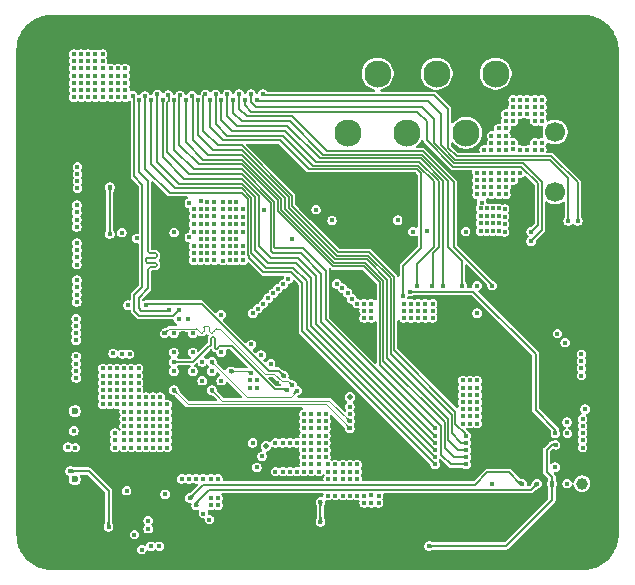
<source format=gbr>
%TF.GenerationSoftware,KiCad,Pcbnew,9.99.0-1168-g72ed3d3f11*%
%TF.CreationDate,2025-05-06T15:31:49-04:00*%
%TF.ProjectId,main_board,6d61696e-5f62-46f6-9172-642e6b696361,rev?*%
%TF.SameCoordinates,Original*%
%TF.FileFunction,Copper,L3,Inr*%
%TF.FilePolarity,Positive*%
%FSLAX46Y46*%
G04 Gerber Fmt 4.6, Leading zero omitted, Abs format (unit mm)*
G04 Created by KiCad (PCBNEW 9.99.0-1168-g72ed3d3f11) date 2025-05-06 15:31:49*
%MOMM*%
%LPD*%
G01*
G04 APERTURE LIST*
%TA.AperFunction,ComponentPad*%
%ADD10C,1.700000*%
%TD*%
%TA.AperFunction,ComponentPad*%
%ADD11C,2.300000*%
%TD*%
%TA.AperFunction,ComponentPad*%
%ADD12C,3.800000*%
%TD*%
%TA.AperFunction,ComponentPad*%
%ADD13O,1.600000X1.000000*%
%TD*%
%TA.AperFunction,ComponentPad*%
%ADD14O,1.900000X1.000000*%
%TD*%
%TA.AperFunction,ComponentPad*%
%ADD15C,0.600000*%
%TD*%
%TA.AperFunction,ViaPad*%
%ADD16C,0.400000*%
%TD*%
%TA.AperFunction,ViaPad*%
%ADD17C,1.000000*%
%TD*%
%TA.AperFunction,ViaPad*%
%ADD18C,0.500000*%
%TD*%
%TA.AperFunction,Conductor*%
%ADD19C,0.100000*%
%TD*%
%TA.AperFunction,Conductor*%
%ADD20C,0.203200*%
%TD*%
%TA.AperFunction,Conductor*%
%ADD21C,0.127000*%
%TD*%
G04 APERTURE END LIST*
D10*
%TO.N,GND*%
%TO.C,CN1*%
X157073600Y-77927200D03*
X157073600Y-83007200D03*
%TO.N,+12V*%
X159613600Y-77927200D03*
X159613600Y-83007200D03*
%TD*%
D11*
%TO.N,/Motor/Gate Driver/H_BRIDGE_SHC*%
%TO.C,CN3*%
X142086000Y-77988800D03*
X144586000Y-72988800D03*
%TO.N,/Motor/Gate Driver/H_BRIDGE_SHB*%
X147086000Y-77988800D03*
X149586000Y-72988800D03*
%TO.N,/Motor/Gate Driver/H_BRIDGE_SHA*%
X152086000Y-77988800D03*
X154586000Y-72988800D03*
%TD*%
D12*
%TO.N,GND*%
%TO.C,REF\u002A\u002A*%
X162000000Y-71000000D03*
%TD*%
%TO.N,GND*%
%TO.C,REF\u002A\u002A*%
X162000000Y-112000000D03*
%TD*%
%TO.N,GND*%
%TO.C,REF\u002A\u002A*%
X116332000Y-77825600D03*
%TD*%
D13*
%TO.N,GND*%
%TO.C,USB1*%
X115282800Y-108764800D03*
X115282800Y-100124800D03*
D14*
X119462800Y-100124800D03*
X119462800Y-108764800D03*
D15*
%TO.N,*%
X118962800Y-107334800D03*
X118962800Y-101554800D03*
%TD*%
D12*
%TO.N,GND*%
%TO.C,REF\u002A\u002A*%
X117000000Y-112000000D03*
%TD*%
D16*
%TO.N,+3V3*%
X122631200Y-72542400D03*
X139598400Y-102412800D03*
X127343200Y-94983600D03*
X139598400Y-106680000D03*
X122021600Y-74980800D03*
X140208000Y-101803200D03*
X131343199Y-96583601D03*
X134416800Y-99568000D03*
X123240800Y-74980800D03*
X161848800Y-97332800D03*
X138379200Y-104241600D03*
X140208000Y-104851200D03*
X161848800Y-98552000D03*
X137160000Y-104241600D03*
X161950400Y-102819200D03*
X133807200Y-98958400D03*
X138379200Y-103022400D03*
X138988800Y-103632000D03*
X161950400Y-104648000D03*
X140208000Y-105460800D03*
X138988800Y-101803200D03*
X138988800Y-105460800D03*
X138379200Y-106680000D03*
X123240800Y-72542400D03*
X133807200Y-99568000D03*
X122021600Y-72542400D03*
X127736600Y-93776800D03*
X138379200Y-104851200D03*
X139598400Y-105460800D03*
X128943200Y-94983600D03*
X139598400Y-101803200D03*
X138988800Y-104241600D03*
X138988800Y-106680000D03*
X138988800Y-104851200D03*
X122021600Y-73761600D03*
X128549400Y-93776800D03*
X122631200Y-74371200D03*
X140208000Y-103022400D03*
X123240800Y-73761600D03*
X137160000Y-106680000D03*
X122631200Y-74980800D03*
X134416800Y-98958400D03*
X122021600Y-73152000D03*
X123240800Y-73152000D03*
X159634800Y-106299000D03*
X138379200Y-106070400D03*
X139598400Y-103632000D03*
X136550400Y-104241600D03*
X139598400Y-104851200D03*
X160654800Y-103441800D03*
X122196800Y-96672400D03*
X127343202Y-98183600D03*
X161950400Y-104038400D03*
X135940800Y-104241600D03*
X127343200Y-96583600D03*
X125374400Y-113004600D03*
X122977001Y-96723200D03*
X128943200Y-96583600D03*
D17*
X161899600Y-107696000D03*
D16*
X138379200Y-102412800D03*
X139598400Y-104241600D03*
X140208000Y-102412800D03*
X140208000Y-103632000D03*
X138379200Y-101803200D03*
X160624800Y-102502000D03*
X122631200Y-73761600D03*
X138988800Y-106070400D03*
X161950400Y-103428800D03*
X136550400Y-106680000D03*
X122631200Y-73152000D03*
X139598400Y-106070400D03*
X138988800Y-103022400D03*
X126113600Y-113004600D03*
X123472600Y-92591442D03*
X140208000Y-104241600D03*
X138379200Y-105460800D03*
X138379200Y-103632000D03*
X122021600Y-74371200D03*
X139598400Y-103022400D03*
X161848800Y-97942400D03*
X161848800Y-96723200D03*
X123586601Y-96723200D03*
X138988800Y-102412800D03*
X137769600Y-104241600D03*
X137769600Y-106680000D03*
X135940800Y-106680000D03*
X123240800Y-74371200D03*
X161950400Y-102209600D03*
%TO.N,GND*%
X116078000Y-94945200D03*
X116230400Y-102006400D03*
X116230400Y-106070400D03*
X116128800Y-88544400D03*
X124764800Y-73660000D03*
X115417600Y-103632000D03*
X153822400Y-95910400D03*
X151993600Y-96520000D03*
X117652800Y-74980800D03*
X134721600Y-102006400D03*
X146253200Y-82499200D03*
X142240000Y-113588800D03*
X117856000Y-108508800D03*
X142595600Y-81889600D03*
X143205200Y-82499200D03*
X132892800Y-103225600D03*
X116230400Y-101193600D03*
X116128800Y-85953600D03*
X132994400Y-94386400D03*
X128625600Y-102006400D03*
X114604800Y-103632000D03*
X117668400Y-71120000D03*
X128016000Y-73660000D03*
X121310400Y-80975200D03*
X127203200Y-74269600D03*
X115417600Y-106070400D03*
X122481627Y-111991270D03*
X116433600Y-72745600D03*
X140766800Y-82499200D03*
X138379200Y-96926400D03*
X140157200Y-82499200D03*
X138379200Y-96113600D03*
X143459200Y-113588800D03*
X134112000Y-102006400D03*
X115417600Y-102819200D03*
X143205200Y-85547200D03*
D17*
X154049600Y-101846000D03*
D16*
X144526000Y-84937600D03*
X118262400Y-79857600D03*
X143814800Y-84328000D03*
X117043200Y-73355200D03*
X116433600Y-74980800D03*
X130454400Y-72440800D03*
D17*
X156849600Y-99046000D03*
D16*
X145643600Y-81889600D03*
X117043200Y-107696000D03*
X162966400Y-104648000D03*
X117856000Y-102006400D03*
X123952000Y-73050400D03*
X117043200Y-101193600D03*
X137566400Y-96926400D03*
X116128800Y-91084400D03*
X131267200Y-74269600D03*
D17*
X163169600Y-107696000D03*
D16*
X128943200Y-95783600D03*
X143205200Y-81889600D03*
X139192000Y-96926400D03*
X143814800Y-82499200D03*
X121804989Y-111995011D03*
X136550400Y-103632000D03*
X131064000Y-102006400D03*
X116128800Y-91694000D03*
X145694400Y-111556800D03*
X120091200Y-78638400D03*
X153212800Y-95910400D03*
X144068800Y-113588800D03*
X145034000Y-82499200D03*
X151993600Y-95910400D03*
X116078000Y-95554800D03*
X125577600Y-73660000D03*
X116078000Y-98755200D03*
X144530000Y-85402800D03*
X131673600Y-102006400D03*
X143205200Y-86156800D03*
X115417600Y-105257600D03*
X130454400Y-73050400D03*
X124764800Y-73050400D03*
X128016000Y-72440800D03*
X117043200Y-105257600D03*
X162966400Y-104038400D03*
D18*
X135128000Y-103558400D03*
D16*
X146253200Y-83108800D03*
X117856000Y-103632000D03*
X142849600Y-111556800D03*
X116128800Y-85344000D03*
X145694400Y-110947200D03*
X127343200Y-95783600D03*
X132283200Y-102006400D03*
X118262400Y-79248000D03*
X143814800Y-84937600D03*
X123952000Y-74269600D03*
X129641600Y-73660000D03*
D18*
X124155200Y-94488000D03*
D16*
X126390400Y-72440800D03*
X118262400Y-74980800D03*
X130454400Y-73660000D03*
X118872000Y-79248000D03*
X154432000Y-94691200D03*
X116433600Y-75590400D03*
X141986000Y-82499200D03*
X142240000Y-86156800D03*
X146862800Y-83108800D03*
X162966400Y-103428800D03*
X145643600Y-83108800D03*
X120091200Y-79857600D03*
X118262400Y-75590400D03*
X123952000Y-72440800D03*
X132410200Y-105741978D03*
X114604800Y-106883200D03*
X141020800Y-110947200D03*
X131267200Y-73660000D03*
X131064000Y-103225600D03*
X133502400Y-102616000D03*
X144526000Y-83921600D03*
X119481071Y-79235543D03*
X147472400Y-83108800D03*
X117043200Y-108508800D03*
X116128800Y-92303600D03*
X117043200Y-74980800D03*
X141986000Y-83108800D03*
X151384000Y-95910400D03*
X143814800Y-83718400D03*
X153822400Y-95300800D03*
X144424400Y-82499200D03*
X145084800Y-111556800D03*
X145084800Y-110947200D03*
D17*
X155449600Y-99046000D03*
D16*
X128143200Y-96583600D03*
X117856000Y-101193600D03*
X117856000Y-100380800D03*
X115417600Y-102006400D03*
X128016000Y-101396800D03*
X118872000Y-78638400D03*
X123317500Y-111996798D03*
X141020800Y-113588800D03*
X142849600Y-110947200D03*
X131064000Y-101396800D03*
X117856000Y-109321600D03*
X117652800Y-73964800D03*
X125577600Y-73050400D03*
X143814800Y-86766400D03*
D18*
X123342400Y-94488000D03*
D16*
X149758400Y-109321600D03*
X142849600Y-113588800D03*
X123952000Y-73660000D03*
X146304000Y-110947200D03*
X116128800Y-84734400D03*
X117043200Y-72745600D03*
X117668400Y-71729600D03*
X117043200Y-75590400D03*
X118262400Y-76200000D03*
X131267200Y-72440800D03*
X134112000Y-101396800D03*
X118872000Y-77419200D03*
X114604800Y-102819200D03*
X116179600Y-82702400D03*
X145034000Y-84429600D03*
X160674000Y-104407000D03*
D17*
X155449600Y-101846000D03*
D16*
X145034000Y-84937600D03*
X131673600Y-103225600D03*
X154432000Y-96520000D03*
X124764800Y-74269600D03*
X153599400Y-104788000D03*
X116078000Y-93726000D03*
X127203200Y-72440800D03*
X116230400Y-106883200D03*
X127400000Y-111100000D03*
X134721600Y-102616000D03*
X133502400Y-103225600D03*
X116230400Y-102819200D03*
X128016000Y-73050400D03*
X117043200Y-109321600D03*
X132143200Y-97383600D03*
X114604800Y-102006400D03*
X117830273Y-105270493D03*
X144424400Y-81889600D03*
X143205200Y-86766400D03*
X144071476Y-113027042D03*
X140411200Y-113588800D03*
X150164800Y-95910400D03*
X126390400Y-74269600D03*
X115824000Y-74980800D03*
D18*
X160957600Y-100368400D03*
D16*
X138379200Y-97739200D03*
X143814800Y-86156800D03*
X117043200Y-73964800D03*
X142240000Y-111556800D03*
X115417600Y-106883200D03*
X152603200Y-96520000D03*
X133502400Y-102006400D03*
X141986000Y-81889600D03*
X115417600Y-104444800D03*
X146304000Y-111556800D03*
D17*
X156849600Y-101846000D03*
D16*
X137769600Y-103632000D03*
X124764800Y-72440800D03*
X138785600Y-97332800D03*
X132283200Y-102616000D03*
X116128800Y-84124800D03*
X125577600Y-74269600D03*
X117043200Y-102819200D03*
X118278000Y-71729600D03*
X126400000Y-110100000D03*
X116128800Y-87934800D03*
X140157200Y-83108800D03*
D18*
X160957600Y-99555600D03*
D16*
X142595600Y-83108800D03*
D18*
X159332000Y-99555600D03*
D16*
X154432000Y-95910400D03*
X150774400Y-95910400D03*
X134112000Y-102616000D03*
X132994400Y-94996000D03*
X159664800Y-102502000D03*
X144424400Y-83108800D03*
X126390400Y-73660000D03*
X114604800Y-104444800D03*
X117043200Y-104444800D03*
X116230400Y-107696000D03*
X130454400Y-102006400D03*
D17*
X154049600Y-99046000D03*
D16*
X140411200Y-110947200D03*
X143205200Y-84937600D03*
X157726200Y-112166400D03*
X116449200Y-71120000D03*
X144678400Y-113588800D03*
X114604800Y-101193600D03*
X117043200Y-103632000D03*
X128828800Y-73660000D03*
X136042400Y-99196211D03*
X125577600Y-72440800D03*
X117652800Y-75590400D03*
X132283200Y-103225600D03*
X143205200Y-83718400D03*
X137160000Y-103632000D03*
X118872000Y-78028800D03*
X144780000Y-85953600D03*
X143462633Y-113027042D03*
X117856000Y-107696000D03*
X154424572Y-95295195D03*
X129844800Y-101396800D03*
D18*
X159332000Y-100368400D03*
D16*
X119481600Y-78028800D03*
X117043200Y-100380800D03*
X120090671Y-79235543D03*
X141630400Y-113588800D03*
X142240000Y-110947200D03*
X129235200Y-101396800D03*
X137972800Y-96520000D03*
X115417600Y-107696000D03*
X159664800Y-105372200D03*
X128828800Y-72440800D03*
X141020800Y-111556800D03*
X117043200Y-102006400D03*
X144678400Y-113027042D03*
X116433600Y-73355200D03*
X116128800Y-89154000D03*
X114604800Y-105257600D03*
X128143200Y-95783600D03*
X116078000Y-94335600D03*
X131673600Y-102616000D03*
D18*
X123342400Y-93472000D03*
D16*
X141376400Y-81889600D03*
X146862800Y-82499200D03*
X118872000Y-79857600D03*
X128016000Y-74269600D03*
X149555200Y-95910400D03*
X130454400Y-101396800D03*
X133502400Y-101396800D03*
X129641600Y-72440800D03*
X116179600Y-81483200D03*
X116078000Y-97536000D03*
X142595600Y-82499200D03*
X128983200Y-113004600D03*
X137972800Y-95707200D03*
X131673600Y-101396800D03*
X117856000Y-106070400D03*
X143814800Y-81889600D03*
X117652800Y-73355200D03*
X153822400Y-96520000D03*
X116078000Y-96926400D03*
X143205200Y-84328000D03*
X135940800Y-103632000D03*
X137769600Y-73355200D03*
X127203200Y-73660000D03*
X117058800Y-71729600D03*
X145038000Y-85402800D03*
X116128800Y-90474800D03*
X143814800Y-85547200D03*
X162966400Y-102209600D03*
X151384000Y-96520000D03*
D17*
X156849600Y-100446000D03*
D16*
X119481600Y-77419200D03*
X117856000Y-106883200D03*
X127073600Y-113004600D03*
X145034000Y-83921600D03*
X153822400Y-94691200D03*
X115839600Y-71729600D03*
X128625600Y-101396800D03*
X129844800Y-102006400D03*
X115839600Y-71120000D03*
X150164800Y-96520000D03*
X146253200Y-81889600D03*
X116078000Y-98145600D03*
X117058800Y-71120000D03*
X127343200Y-98983600D03*
D17*
X155449600Y-100446000D03*
D16*
X138785600Y-96520000D03*
X146913600Y-110914062D03*
X114604800Y-106070400D03*
X119481600Y-79857600D03*
D17*
X154049600Y-100446000D03*
D16*
X132892800Y-102616000D03*
X116179600Y-82092800D03*
D18*
X160165001Y-99911200D03*
D16*
X128828800Y-73050400D03*
X129641600Y-74269600D03*
X147472400Y-81889600D03*
X126400000Y-111100000D03*
X145034000Y-83108800D03*
X132283200Y-101396800D03*
X117043200Y-106883200D03*
X130454400Y-74269600D03*
X117043200Y-106070400D03*
X141376400Y-82499200D03*
X116433600Y-73964800D03*
X150774400Y-96520000D03*
X145034000Y-81889600D03*
X132892800Y-101396800D03*
X129641600Y-73050400D03*
X153212800Y-96520000D03*
X116230400Y-104444800D03*
X127400000Y-110100000D03*
X129235200Y-102006400D03*
X117856000Y-102819200D03*
X137566400Y-95300800D03*
X153212800Y-94691200D03*
X115417600Y-101193600D03*
X141376400Y-83108800D03*
X119481600Y-78638400D03*
X126900000Y-110600000D03*
X116179600Y-80873600D03*
X116230400Y-105257600D03*
X132892800Y-102006400D03*
X137972800Y-97332800D03*
X128016000Y-102006400D03*
D18*
X147457201Y-109812498D03*
D16*
X147472400Y-82499200D03*
X128828800Y-74269600D03*
X134112000Y-103225600D03*
X117652800Y-72745600D03*
X118278000Y-71120000D03*
X131064000Y-102616000D03*
X143814800Y-83108800D03*
X128143200Y-94983600D03*
X117652800Y-79857600D03*
X152603200Y-95910400D03*
X145643600Y-82499200D03*
X114604800Y-107696000D03*
X126390400Y-73050400D03*
X143205200Y-83108800D03*
X144526000Y-84429600D03*
X153212800Y-95300800D03*
X115824000Y-75590400D03*
X140766800Y-83108800D03*
X116230400Y-103632000D03*
X116128800Y-87325200D03*
X140411200Y-111556800D03*
X116449200Y-71729600D03*
X127203200Y-73050400D03*
X131267200Y-73050400D03*
X162966400Y-102819200D03*
X134721600Y-101396800D03*
X146862800Y-81889600D03*
%TO.N,+12V*%
X153009600Y-98958400D03*
X153009600Y-102616000D03*
X152400000Y-102006400D03*
X153009600Y-100177600D03*
X151790400Y-98958400D03*
X151790400Y-100177600D03*
X152400000Y-100787200D03*
X151790400Y-100787200D03*
X151790400Y-101396800D03*
X152400000Y-102616000D03*
X151790400Y-102616000D03*
X153009600Y-100787200D03*
X153009600Y-99568000D03*
X152400000Y-101396800D03*
X152400000Y-98958400D03*
X153009600Y-102006400D03*
X153009600Y-101396800D03*
X151790400Y-99568000D03*
X151790400Y-102006400D03*
X152400000Y-100177600D03*
X152400000Y-99568000D03*
%TO.N,VBUS*%
X132075600Y-83831200D03*
X158496000Y-77012800D03*
X122529600Y-99161600D03*
X146812000Y-93675200D03*
X123139200Y-100990400D03*
X130454400Y-107289600D03*
X121310400Y-99771200D03*
X132080000Y-88798400D03*
X144068800Y-92456000D03*
X124358400Y-102209600D03*
X144678400Y-108712000D03*
X118872000Y-71323200D03*
X153009600Y-83210400D03*
X130759200Y-83820000D03*
X156057600Y-76403200D03*
X148640800Y-93675200D03*
X124358400Y-103428800D03*
X120700800Y-74980800D03*
X141630400Y-106070400D03*
X140411200Y-106680000D03*
X154228800Y-81991200D03*
X119126000Y-84124800D03*
X154838400Y-85663200D03*
X123748800Y-100990400D03*
X133197600Y-87579200D03*
X123139200Y-102819200D03*
X148031200Y-92456000D03*
X126796800Y-100990400D03*
X126187200Y-100380800D03*
X123748800Y-103428800D03*
X128625600Y-107289600D03*
X124968000Y-100380800D03*
X155448000Y-78841600D03*
X128643200Y-83949600D03*
X124358400Y-102819200D03*
X124968000Y-102209600D03*
X131470400Y-85100400D03*
X141020800Y-106680000D03*
X130149600Y-86369600D03*
X157276800Y-79451200D03*
X157276800Y-75793600D03*
X129027600Y-85713800D03*
X121310400Y-71323200D03*
X124968000Y-104648000D03*
X132075600Y-85730800D03*
X141020800Y-107289600D03*
X158496000Y-78841600D03*
X120700800Y-72542400D03*
X130454400Y-109524800D03*
X119176800Y-82092800D03*
X141020800Y-108712000D03*
X143459200Y-109321600D03*
X154330400Y-86323600D03*
X131470400Y-84450400D03*
X133197600Y-85090000D03*
X132075600Y-87574600D03*
X121310400Y-72542400D03*
X157886400Y-75184000D03*
X154330400Y-85039200D03*
X132075600Y-85090800D03*
X118872000Y-74980800D03*
X157276800Y-75184000D03*
X118872000Y-73761600D03*
X154228800Y-81381600D03*
X132588000Y-86969600D03*
X144068800Y-93065600D03*
X120700800Y-73152000D03*
X130763600Y-88787200D03*
X144678400Y-109321600D03*
X121310400Y-73152000D03*
X123748800Y-101600000D03*
X156057600Y-75793600D03*
X123139200Y-101600000D03*
X122529600Y-98552000D03*
X149250400Y-92456000D03*
X148031200Y-93675200D03*
X126796800Y-101600000D03*
X153009600Y-82600800D03*
X124358400Y-101600000D03*
X123139200Y-100380800D03*
X129637200Y-86958400D03*
X154838400Y-85039200D03*
X125577600Y-101600000D03*
X121310400Y-73761600D03*
X119126000Y-87325200D03*
X119481600Y-72542400D03*
X155448000Y-83210400D03*
X132075600Y-84440800D03*
X154838400Y-83210400D03*
X155346400Y-84444000D03*
X130149600Y-87563400D03*
X142849600Y-106680000D03*
X119126000Y-85344000D03*
X120091200Y-71932800D03*
X147421600Y-93065600D03*
X118872000Y-71932800D03*
X133197600Y-88188800D03*
X121310400Y-74371200D03*
X154838400Y-81991200D03*
X119176800Y-80873600D03*
X119481600Y-71323200D03*
X121920000Y-98552000D03*
X120700800Y-71323200D03*
X130759200Y-86369600D03*
X129844800Y-107289600D03*
X123139200Y-97942400D03*
X155448000Y-78232000D03*
X126187200Y-102209600D03*
X131470400Y-83840800D03*
X147421600Y-92456000D03*
X132588000Y-85725000D03*
X129637200Y-84418400D03*
X126187200Y-101600000D03*
X128016000Y-107289600D03*
X142849600Y-106070400D03*
X141630400Y-107289600D03*
X153314400Y-85663200D03*
X130149600Y-88173000D03*
X131064000Y-107289600D03*
X119075200Y-96926400D03*
X140411200Y-107289600D03*
X119075200Y-93726000D03*
X158496000Y-76403200D03*
X118872000Y-73152000D03*
X156057600Y-81991200D03*
X126187200Y-100990400D03*
X132588000Y-86385400D03*
X124358400Y-97942400D03*
X144068800Y-108696000D03*
X124968000Y-100990400D03*
X123139200Y-98552000D03*
X156667200Y-81381600D03*
X126796800Y-104038400D03*
X121310400Y-71932800D03*
X130149600Y-83820000D03*
X132588000Y-88188800D03*
X157276800Y-76403200D03*
X132075600Y-86965000D03*
X119075200Y-94335600D03*
X153822400Y-85663200D03*
X120091200Y-74371200D03*
X119126000Y-90474800D03*
X131470400Y-85740400D03*
X121310400Y-100380800D03*
X125577600Y-104038400D03*
X123139200Y-103428800D03*
X123748800Y-104648000D03*
X133197600Y-86385400D03*
X119126000Y-88544400D03*
X153314400Y-86323600D03*
X126187200Y-104648000D03*
X130759200Y-85079600D03*
X155346400Y-86378400D03*
X154838400Y-86323600D03*
X124968000Y-103428800D03*
X124358400Y-100380800D03*
X126796800Y-103428800D03*
X142240000Y-106680000D03*
X123748800Y-104038400D03*
X158496000Y-79451200D03*
X154228800Y-78841600D03*
X154228800Y-83210400D03*
X124968000Y-104038400D03*
X143459200Y-92456000D03*
X155448000Y-79451200D03*
X123748800Y-102209600D03*
X122529600Y-97942400D03*
X120091200Y-73152000D03*
X121920000Y-100990400D03*
X120091200Y-71323200D03*
X120700800Y-74371200D03*
X123139200Y-104038400D03*
X119481600Y-73761600D03*
X156057600Y-78841600D03*
X132588000Y-84429600D03*
X154838400Y-78232000D03*
X125577600Y-104648000D03*
X125577600Y-100380800D03*
X153619200Y-81381600D03*
X129027600Y-87568000D03*
X158496000Y-75793600D03*
X143459200Y-93675200D03*
X130149600Y-86953800D03*
X156667200Y-79451200D03*
X153822400Y-85039200D03*
X129637200Y-85078800D03*
X154838400Y-81381600D03*
X155448000Y-81381600D03*
X142849600Y-92456000D03*
X130759200Y-88173000D03*
X154228800Y-79451200D03*
X129637200Y-87568000D03*
X128643200Y-86849600D03*
X131470400Y-86974600D03*
X126796800Y-102819200D03*
X129235200Y-107289600D03*
X121920000Y-99161600D03*
X123748800Y-102819200D03*
X132592400Y-88803000D03*
X124968000Y-102819200D03*
X126187200Y-102819200D03*
X129637200Y-83808800D03*
X133202000Y-88803000D03*
X144068800Y-109321600D03*
X119126000Y-91694000D03*
X153314400Y-84389200D03*
X142849600Y-107289600D03*
X155448000Y-82600800D03*
X149250400Y-93675200D03*
X118872000Y-74371200D03*
X121310400Y-100990400D03*
X129632800Y-88791800D03*
X155448000Y-76403200D03*
X119126000Y-87934800D03*
X146812000Y-92456000D03*
X142240000Y-106070400D03*
X133197600Y-85725000D03*
X132588000Y-85090000D03*
X146812000Y-93065600D03*
X129637200Y-88177600D03*
X133197600Y-84429600D03*
X129027600Y-84418400D03*
X153619200Y-83210400D03*
X154228800Y-82600800D03*
X143459200Y-108712000D03*
X125577600Y-102819200D03*
X122529600Y-100990400D03*
X156667200Y-75793600D03*
X122529600Y-99771200D03*
X154838400Y-82600800D03*
X123139200Y-99771200D03*
X125577600Y-102209600D03*
X123748800Y-99771200D03*
X123748800Y-99161600D03*
X130149600Y-85719600D03*
X121920000Y-100380800D03*
X154330400Y-84389200D03*
X155346400Y-85718000D03*
X119075200Y-98755200D03*
X119126000Y-84734400D03*
X141630400Y-108712000D03*
X140411200Y-108712000D03*
X154330400Y-85663200D03*
X120700800Y-73761600D03*
X121920000Y-97942400D03*
X157886400Y-75793600D03*
X156057600Y-75184000D03*
X130149600Y-85079600D03*
X149250400Y-93065600D03*
X148640800Y-92456000D03*
X130145200Y-88787200D03*
X124358400Y-98552000D03*
X129027600Y-86374200D03*
X129027600Y-85078800D03*
X123139200Y-99161600D03*
X119075200Y-98145600D03*
X119176800Y-82702400D03*
X126187200Y-103428800D03*
X119126000Y-89154000D03*
X148640800Y-93065600D03*
X130149600Y-84429600D03*
X157886400Y-76403200D03*
X132075600Y-88184200D03*
X142849600Y-108712000D03*
X120091200Y-72542400D03*
X126796800Y-104648000D03*
X153009600Y-81991200D03*
X121310400Y-97942400D03*
X157886400Y-79451200D03*
X129637200Y-85713800D03*
X119075200Y-97536000D03*
X119126000Y-85953600D03*
X126796800Y-102209600D03*
X124358400Y-100990400D03*
X120091200Y-73761600D03*
X132075600Y-86380800D03*
X154838400Y-77622400D03*
X156057600Y-81381600D03*
X144068800Y-93675200D03*
X131474800Y-88808000D03*
X132588000Y-83820000D03*
X121920000Y-99771200D03*
X130759200Y-84429600D03*
X131470400Y-86390400D03*
X131064000Y-109524800D03*
X130759200Y-87563400D03*
X129637200Y-86374200D03*
X119075200Y-94945200D03*
X129027600Y-88177600D03*
X124968000Y-101600000D03*
X119075200Y-95554800D03*
X140411200Y-106070400D03*
X120700800Y-71932800D03*
X157886400Y-77012800D03*
X156667200Y-76403200D03*
X156057600Y-77012800D03*
X119176800Y-81483200D03*
X119126000Y-92303600D03*
X124358400Y-99771200D03*
X124358400Y-99161600D03*
X156667200Y-75184000D03*
X141020800Y-106070400D03*
X147421600Y-93675200D03*
X121310400Y-98552000D03*
X156057600Y-79349600D03*
X154838400Y-79451200D03*
X131470400Y-87584200D03*
X155448000Y-77012800D03*
X141630400Y-106680000D03*
X130759200Y-86953800D03*
X121310400Y-74980800D03*
X142240000Y-107289600D03*
X120091200Y-74980800D03*
X153822400Y-86323600D03*
X123748800Y-97942400D03*
X153619200Y-82600800D03*
X119481600Y-71932800D03*
X143459200Y-93065600D03*
X130454400Y-108915200D03*
X119481600Y-74980800D03*
X155346400Y-85094000D03*
X132588000Y-87579200D03*
X123748800Y-100380800D03*
X154838400Y-78841600D03*
X121310400Y-99161600D03*
X158496000Y-75184000D03*
X129023200Y-88791800D03*
X124358400Y-104648000D03*
X123139200Y-102209600D03*
X154838400Y-84389200D03*
X153822400Y-84389200D03*
X153009600Y-81381600D03*
X153619200Y-79451200D03*
X131470400Y-88193800D03*
X153619200Y-81991200D03*
X125577600Y-103428800D03*
X122529600Y-100380800D03*
X119126000Y-91084400D03*
X155448000Y-77622400D03*
X142240000Y-108712000D03*
X157886400Y-78841600D03*
X118872000Y-72542400D03*
X126187200Y-104038400D03*
X124358400Y-104038400D03*
X123748800Y-98552000D03*
X119481600Y-73152000D03*
X119481600Y-74371200D03*
X153394800Y-83933200D03*
X130759200Y-85719600D03*
X131064000Y-108915200D03*
X154228800Y-78232000D03*
X155448000Y-81991200D03*
X123139200Y-104648000D03*
X125577600Y-100990400D03*
X153314400Y-85039200D03*
X148031200Y-93065600D03*
D18*
%TO.N,Net-(U3-SS)*%
X135128000Y-104518400D03*
%TO.N,Net-(U8-DVDD)*%
X142240000Y-100380800D03*
D16*
%TO.N,/Power/VBUS_IN*%
X122326400Y-104648000D03*
X122326400Y-104038400D03*
X122326400Y-103428800D03*
%TO.N,Net-(D4-A)*%
X123342400Y-108300000D03*
%TO.N,Net-(U6-EN)*%
X160629600Y-107696000D03*
%TO.N,Net-(U3-SW)*%
X134366000Y-106324400D03*
%TO.N,Net-(U3-BST)*%
X134800398Y-105387200D03*
%TO.N,/Motor/Gate Driver/MOTOR_C_CURRENT_SENSE*%
X133908800Y-98348800D03*
X132143200Y-98183600D03*
%TO.N,/Motor/Gate Driver/MOTOR_B_CURRENT_SENSE*%
X131343200Y-98983600D03*
%TO.N,/Motor/Gate Driver/MOTOR_A_CURRENT_SENSE*%
X130543200Y-98183600D03*
%TO.N,/MCU/USB_D-*%
X118365747Y-104608549D03*
X124612400Y-113284000D03*
%TO.N,/MCU/USB_D+*%
X124002800Y-112018800D03*
X119008401Y-104648000D03*
%TO.N,Net-(U1-CC2)*%
X125171200Y-111514000D03*
X121806325Y-111353600D03*
X118567546Y-106631961D03*
%TO.N,Net-(U1-CC1)*%
X125157000Y-110822832D03*
X118872000Y-103225600D03*
%TO.N,/MCU/STM32_EN*%
X153009600Y-90932000D03*
X128943200Y-98183600D03*
X153009600Y-93268800D03*
%TO.N,Net-(U3-FB)*%
X134010400Y-104241600D03*
%TO.N,/Motor/Gate Driver/GATE_DRIVER_NFAULT*%
X131343200Y-93383600D03*
%TO.N,/Motor/Gate Driver/H_BRIDGE_SPA*%
X141145797Y-90782713D03*
X146292000Y-85394800D03*
%TO.N,/Motor/Gate Driver/H_BRIDGE_SPB*%
X140728000Y-85410800D03*
X137031097Y-90372534D03*
%TO.N,Net-(U8-SOA)*%
X135534400Y-97536000D03*
%TO.N,Net-(U8-SOB)*%
X134721600Y-96824800D03*
%TO.N,Net-(U8-SOC)*%
X133908800Y-95910400D03*
%TO.N,/Power/VBUS_SWITCH_GATE*%
X126600000Y-108600000D03*
%TO.N,/MCU/EN_12V*%
X148945600Y-112979200D03*
X159654000Y-104407000D03*
X159359600Y-107696000D03*
%TO.N,/MCU/PD_SCL*%
X129844800Y-110236000D03*
%TO.N,/MCU/PD_INT_N*%
X158089600Y-107696000D03*
X129235200Y-109524800D03*
%TO.N,/MCU/PD_FAULT*%
X156819600Y-107696000D03*
X128687499Y-108915200D03*
%TO.N,/MCU/PD_SDA*%
X139750800Y-109220000D03*
X139750800Y-110947200D03*
X130352800Y-110744000D03*
%TO.N,/CAN Transceiver1/CAN_RX*%
X162153600Y-101396800D03*
%TO.N,/CAN Transceiver1/CAN_TX*%
X154279600Y-107696000D03*
%TO.N,/Motor/Gate Driver/H_BRIDGE_SPC*%
X121920000Y-82600800D03*
X121920000Y-86563200D03*
X134033575Y-93276376D03*
%TO.N,/Motor/Gate Driver/GATE_DRIVER_INHA*%
X142240000Y-101193600D03*
X129743200Y-97383600D03*
%TO.N,/Motor/Gate Driver/GATE_DRIVER_SDI*%
X127343200Y-97383600D03*
X136956800Y-99771200D03*
%TO.N,/Expansion Port/ENCODER_SDA*%
X123869600Y-74860000D03*
X127741000Y-92980000D03*
%TO.N,/Motor/Gate Driver/GATE_DRIVER_NSCS*%
X137769600Y-99826051D03*
X130543200Y-97383600D03*
%TO.N,/Motor/Gate Driver/GATE_DRIVER_SDO*%
X136647724Y-98578263D03*
X124943200Y-92583600D03*
%TO.N,/Motor/Gate Driver/GATE_DRIVER_INHB*%
X129743200Y-98983600D03*
X142240000Y-101803200D03*
%TO.N,/Motor/Gate Driver/GATE_DRIVER_SCLK*%
X126543200Y-94983600D03*
X137368416Y-99370016D03*
%TO.N,/Expansion Port/ENCODER_SCL*%
X124371200Y-75223200D03*
X126943000Y-92982000D03*
%TO.N,/Motor/Gate Driver/GATE_DRIVER_INLA*%
X142240000Y-103022400D03*
X127343200Y-99783600D03*
%TO.N,/Motor/Gate Driver/GATE_DRIVER_INHC*%
X142240000Y-102412800D03*
X130543200Y-99783600D03*
%TO.N,/Motor/Gate Driver/H_BRIDGE_GHC*%
X127355600Y-86430800D03*
X135331200Y-91998800D03*
%TO.N,/Motor/Gate Driver/H_BRIDGE_GHA*%
X142412067Y-92045430D03*
X152044800Y-86353200D03*
%TO.N,/Motor/Gate Driver/H_BRIDGE_GLC*%
X122936400Y-86451200D03*
X134446693Y-92885154D03*
%TO.N,/Motor/Gate Driver/H_BRIDGE_GLA*%
X141614785Y-91156950D03*
X147574400Y-86353200D03*
%TO.N,/Motor/Gate Driver/H_BRIDGE_GHB*%
X134975600Y-84490800D03*
X135737600Y-91592400D03*
%TO.N,/Motor/Gate Driver/H_BRIDGE_GLB*%
X136602199Y-90838987D03*
X139373600Y-84503200D03*
%TO.N,/Expansion Port/EXPANSION_IO41*%
X133369600Y-75215200D03*
X157581600Y-86360000D03*
%TO.N,Net-(U6-IO0)*%
X147320000Y-91440000D03*
X159634800Y-103441800D03*
%TO.N,/Expansion Port/EXPANSION_IO1*%
X161544000Y-85445600D03*
X134869600Y-74715200D03*
%TO.N,/Expansion Port/EXPANSION_IO36*%
X149199600Y-90932000D03*
X131369600Y-75215200D03*
%TO.N,/Expansion Port/EXPANSION_IO2*%
X134369600Y-75223200D03*
X160731200Y-85445600D03*
%TO.N,/Expansion Port/EXPANSION_IO45*%
X146710400Y-91846400D03*
X130369600Y-75215200D03*
%TO.N,/Expansion Port/EXPANSION_IO46*%
X125374400Y-75187642D03*
X149453600Y-105460800D03*
%TO.N,/Expansion Port/EXPANSION_IO48*%
X152095200Y-103632000D03*
X130011200Y-74715200D03*
%TO.N,/Expansion Port/EXPANSION_IO3*%
X124869600Y-74879200D03*
X149453600Y-106070400D03*
%TO.N,/Expansion Port/EXPANSION_IO35*%
X130869600Y-74715200D03*
X147929600Y-90932000D03*
%TO.N,/Expansion Port/EXPANSION_IO14*%
X128385600Y-75223200D03*
X152095200Y-105460800D03*
%TO.N,/Expansion Port/EXPANSION_IO42*%
X133869600Y-74715200D03*
X157581600Y-87172800D03*
%TO.N,/Expansion Port/EXPANSION_IO21*%
X152095200Y-104851200D03*
X128869600Y-74840800D03*
%TO.N,/Expansion Port/EXPANSION_IO12*%
X127369600Y-75223200D03*
X149453600Y-103022400D03*
%TO.N,/Expansion Port/EXPANSION_IO38*%
X151739600Y-90932000D03*
X132369600Y-75215200D03*
%TO.N,/Expansion Port/EXPANSION_IO13*%
X127869600Y-74824800D03*
X152095200Y-106070400D03*
%TO.N,/Expansion Port/EXPANSION_IO9*%
X125947200Y-74715200D03*
X149453600Y-104851200D03*
%TO.N,/Expansion Port/EXPANSION_IO40*%
X132869600Y-74715200D03*
X154279600Y-90932000D03*
%TO.N,/Expansion Port/EXPANSION_IO37*%
X150107700Y-90932000D03*
X131869600Y-74715200D03*
%TO.N,/Expansion Port/EXPANSION_IO10*%
X126410700Y-75223200D03*
X149453600Y-104241600D03*
%TO.N,/Expansion Port/EXPANSION_IO11*%
X126869600Y-74808800D03*
X149453600Y-103632000D03*
%TO.N,/Expansion Port/EXPANSION_IO47*%
X152095200Y-104241600D03*
X129401600Y-75223200D03*
%TO.N,/Motor/Gate Driver/H_BRIDGE_SHC*%
X124206000Y-86931200D03*
X134924800Y-92456000D03*
%TO.N,/Motor/Gate Driver/H_BRIDGE_SHB*%
X137363200Y-87023200D03*
X136144000Y-91186000D03*
%TO.N,/Motor/Gate Driver/H_BRIDGE_SHA*%
X142058938Y-91560350D03*
X148742400Y-86309200D03*
%TO.N,/CAN_N*%
X159816800Y-94996000D03*
X160477200Y-95758000D03*
%TO.N,GND*%
X137668000Y-90932000D03*
X140645748Y-90463119D03*
X121208800Y-86563200D03*
X133577236Y-93731227D03*
%TD*%
D19*
%TO.N,/Motor/Gate Driver/MOTOR_C_CURRENT_SENSE*%
X132143200Y-98183600D02*
X133743600Y-98183600D01*
X133743600Y-98183600D02*
X133908800Y-98348800D01*
D20*
%TO.N,Net-(U1-CC2)*%
X121806325Y-108293525D02*
X121806325Y-111353600D01*
X118567546Y-106631961D02*
X120144761Y-106631961D01*
X120144761Y-106631961D02*
X121806325Y-108293525D01*
%TO.N,/MCU/EN_12V*%
X158902400Y-106680000D02*
X158902400Y-104851200D01*
X159359600Y-109067600D02*
X159359600Y-107696000D01*
X159359600Y-107696000D02*
X159359600Y-107137200D01*
X159359600Y-107137200D02*
X158902400Y-106680000D01*
X158902400Y-104851200D02*
X159346600Y-104407000D01*
X159346600Y-104407000D02*
X159654000Y-104407000D01*
X155448000Y-112979200D02*
X159359600Y-109067600D01*
X148945600Y-112979200D02*
X155448000Y-112979200D01*
%TO.N,/MCU/PD_INT_N*%
X129235200Y-109524800D02*
X129235200Y-109321600D01*
X129286000Y-109524800D02*
X129235200Y-109524800D01*
X130352800Y-108204000D02*
X157581600Y-108204000D01*
X129235200Y-109321600D02*
X130352800Y-108204000D01*
X157581600Y-108204000D02*
X158089600Y-107696000D01*
%TO.N,/MCU/PD_FAULT*%
X156667200Y-107696000D02*
X156819600Y-107696000D01*
X152848230Y-107797600D02*
X153890630Y-106755200D01*
X128727200Y-108915200D02*
X129844800Y-107797600D01*
X129844800Y-107797600D02*
X152848230Y-107797600D01*
X128687499Y-108915200D02*
X128727200Y-108915200D01*
X155726400Y-106755200D02*
X156667200Y-107696000D01*
X153890630Y-106755200D02*
X155726400Y-106755200D01*
%TO.N,/MCU/PD_SDA*%
X139750800Y-109220000D02*
X139750800Y-110947200D01*
%TO.N,/Motor/Gate Driver/H_BRIDGE_SPC*%
X121920000Y-86563200D02*
X121920000Y-82600800D01*
D21*
%TO.N,/Motor/Gate Driver/GATE_DRIVER_SDI*%
X136906000Y-99720400D02*
X136956800Y-99771200D01*
X130619474Y-95282800D02*
X130675354Y-95282800D01*
X135890000Y-99720400D02*
X136906000Y-99720400D01*
X127343200Y-97383600D02*
X128981200Y-97383600D01*
X130898874Y-96292800D02*
X130954754Y-96292800D01*
X131178274Y-96062800D02*
X132232400Y-96062800D01*
X130787114Y-95394560D02*
X130787114Y-96181040D01*
X130302000Y-96062800D02*
X130395954Y-96062800D01*
X131066514Y-96181040D02*
X131066514Y-96174560D01*
X130507714Y-95951040D02*
X130507714Y-95394560D01*
X132232400Y-96062800D02*
X135890000Y-99720400D01*
X128981200Y-97383600D02*
X130302000Y-96062800D01*
X130507714Y-95394560D02*
G75*
G02*
X130619474Y-95282814I111786J-40D01*
G01*
X130675354Y-95282800D02*
G75*
G02*
X130787200Y-95394560I46J-111800D01*
G01*
X130954754Y-96292800D02*
G75*
G03*
X131066600Y-96181040I46J111800D01*
G01*
X130395954Y-96062800D02*
G75*
G03*
X130507800Y-95951040I46J111800D01*
G01*
X130787114Y-96181040D02*
G75*
G03*
X130898874Y-96292786I111786J40D01*
G01*
X131066514Y-96174560D02*
G75*
G02*
X131178274Y-96062814I111786J-40D01*
G01*
%TO.N,/Expansion Port/ENCODER_SDA*%
X124663200Y-91033600D02*
X123952000Y-91744800D01*
X124663200Y-82397600D02*
X124663200Y-91033600D01*
X123952000Y-74942400D02*
X123952000Y-81686400D01*
X123952000Y-91744800D02*
X123952000Y-93065600D01*
X123952000Y-81686400D02*
X124663200Y-82397600D01*
X123952000Y-93065600D02*
X124358400Y-93472000D01*
X123869600Y-74860000D02*
X123952000Y-74942400D01*
X127249000Y-93472000D02*
X127741000Y-92980000D01*
X124358400Y-93472000D02*
X127249000Y-93472000D01*
D19*
%TO.N,/Motor/Gate Driver/GATE_DRIVER_NSCS*%
X133540400Y-100380800D02*
X137214851Y-100380800D01*
X130543200Y-97383600D02*
X133540400Y-100380800D01*
X137214851Y-100380800D02*
X137769600Y-99826051D01*
D21*
%TO.N,/Motor/Gate Driver/GATE_DRIVER_SDO*%
X125070800Y-92456000D02*
X129692400Y-92456000D01*
X135369100Y-98132700D02*
X136202161Y-98132700D01*
X129692400Y-92456000D02*
X135369100Y-98132700D01*
X124943200Y-92583600D02*
X125070800Y-92456000D01*
X136202161Y-98132700D02*
X136647724Y-98578263D01*
D19*
%TO.N,/Motor/Gate Driver/GATE_DRIVER_SCLK*%
X130930461Y-94580200D02*
X131257800Y-94580200D01*
X129610461Y-94940200D02*
X129698461Y-94940200D01*
X130314461Y-94475200D02*
X130314461Y-94764200D01*
X129979461Y-94370200D02*
X130209461Y-94370200D01*
X129434461Y-94756200D02*
X129434461Y-94764200D01*
X129874461Y-94764200D02*
X129874461Y-94475200D01*
X131257800Y-94580200D02*
X135077200Y-98399600D01*
X135839200Y-98399600D02*
X136467863Y-99028263D01*
X130754461Y-94764200D02*
X130754461Y-94756200D01*
X135077200Y-98399600D02*
X135839200Y-98399600D01*
X126543200Y-94983600D02*
X126946600Y-94580200D01*
X126946600Y-94580200D02*
X129258461Y-94580200D01*
X136467863Y-99028263D02*
X137026663Y-99028263D01*
X130490461Y-94940200D02*
X130578461Y-94940200D01*
X137026663Y-99028263D02*
X137368416Y-99370016D01*
X129258461Y-94580200D02*
G75*
G02*
X129434500Y-94756200I39J-176000D01*
G01*
X130314461Y-94764200D02*
G75*
G03*
X130490461Y-94940239I176039J0D01*
G01*
X130754461Y-94756200D02*
G75*
G02*
X130930461Y-94580161I176039J0D01*
G01*
X129698461Y-94940200D02*
G75*
G03*
X129874500Y-94764200I39J176000D01*
G01*
X129874461Y-94475200D02*
G75*
G02*
X129979461Y-94370161I105039J0D01*
G01*
X129434461Y-94764200D02*
G75*
G03*
X129610461Y-94940239I176039J0D01*
G01*
X130578461Y-94940200D02*
G75*
G03*
X130754500Y-94764200I39J176000D01*
G01*
X130209461Y-94370200D02*
G75*
G02*
X130314500Y-94475200I39J-105000D01*
G01*
D21*
%TO.N,/Expansion Port/ENCODER_SCL*%
X125171200Y-89814400D02*
X125171200Y-91135200D01*
X124358400Y-91948000D02*
X124358400Y-92862400D01*
X125327200Y-88978597D02*
X125775200Y-88978597D01*
X125327200Y-88198597D02*
X125775200Y-88198597D01*
X125775200Y-89368597D02*
X125327200Y-89368597D01*
X124561600Y-93065600D02*
X126859400Y-93065600D01*
X124358400Y-92862400D02*
X124561600Y-93065600D01*
X125066200Y-88978597D02*
X125171200Y-88978597D01*
X125171200Y-88042597D02*
X125171200Y-82105500D01*
X125327200Y-88588597D02*
X125171200Y-88588597D01*
X125931200Y-89134597D02*
X125931200Y-89212597D01*
X125171200Y-82105500D02*
X124371200Y-81305500D01*
X126859400Y-93065600D02*
X126943000Y-92982000D01*
X125171200Y-88978597D02*
X125327200Y-88978597D01*
X125171200Y-89524597D02*
X125171200Y-89602597D01*
X125171200Y-88588597D02*
X125066200Y-88588597D01*
X125171200Y-89602597D02*
X125171200Y-89814400D01*
X125171200Y-91135200D02*
X124358400Y-91948000D01*
X124371200Y-81305500D02*
X124371200Y-75223200D01*
X125931200Y-88354597D02*
X125931200Y-88432597D01*
X125775200Y-88588597D02*
X125327200Y-88588597D01*
X124961200Y-88693597D02*
X124961200Y-88873597D01*
X125775200Y-88978597D02*
G75*
G02*
X125931203Y-89134597I0J-156003D01*
G01*
X125066200Y-88588597D02*
G75*
G03*
X124961197Y-88693597I0J-105003D01*
G01*
X125327200Y-89368597D02*
G75*
G03*
X125171197Y-89524597I0J-156003D01*
G01*
X125931200Y-89212597D02*
G75*
G02*
X125775200Y-89368600I-156000J-3D01*
G01*
X125171200Y-88042597D02*
G75*
G03*
X125327200Y-88198600I156000J-3D01*
G01*
X124961200Y-88873597D02*
G75*
G03*
X125066200Y-88978600I105000J-3D01*
G01*
X125931200Y-88432597D02*
G75*
G02*
X125775200Y-88588600I-156000J-3D01*
G01*
X125775200Y-88198597D02*
G75*
G02*
X125931203Y-88354597I0J-156003D01*
G01*
D19*
%TO.N,/Motor/Gate Driver/GATE_DRIVER_INLA*%
X140208000Y-100990400D02*
X142240000Y-103022400D01*
X127343200Y-99783600D02*
X128550000Y-100990400D01*
X128550000Y-100990400D02*
X140208000Y-100990400D01*
%TO.N,/Motor/Gate Driver/GATE_DRIVER_INHC*%
X140512800Y-100685600D02*
X142240000Y-102412800D01*
X130543200Y-99783600D02*
X131445200Y-100685600D01*
X131445200Y-100685600D02*
X140512800Y-100685600D01*
D21*
%TO.N,/Expansion Port/EXPANSION_IO41*%
X158140500Y-85801100D02*
X157581600Y-86360000D01*
X148742400Y-78638400D02*
X150977600Y-80873600D01*
X148742400Y-77012800D02*
X148742400Y-78638400D01*
X133369600Y-75215200D02*
X133369600Y-75660800D01*
X156768800Y-80873600D02*
X158140500Y-82245300D01*
X150977600Y-80873600D02*
X156768800Y-80873600D01*
X158140500Y-82245300D02*
X158140500Y-85801100D01*
X147929600Y-76200000D02*
X148742400Y-77012800D01*
X133908800Y-76200000D02*
X147929600Y-76200000D01*
X133369600Y-75660800D02*
X133908800Y-76200000D01*
D20*
%TO.N,Net-(U6-IO0)*%
X157988000Y-96723200D02*
X152704800Y-91440000D01*
X152704800Y-91440000D02*
X147320000Y-91440000D01*
X159634800Y-103121801D02*
X157988000Y-101475001D01*
X157988000Y-101475001D02*
X157988000Y-96723200D01*
X159634800Y-103441800D02*
X159634800Y-103121801D01*
D21*
%TO.N,/Expansion Port/EXPANSION_IO1*%
X161544000Y-82194400D02*
X159308800Y-79959200D01*
X150571200Y-79259268D02*
X150571200Y-75996800D01*
X151271132Y-79959200D02*
X150571200Y-79259268D01*
X150571200Y-75996800D02*
X149352000Y-74777600D01*
X134932000Y-74777600D02*
X134869600Y-74715200D01*
X149352000Y-74777600D02*
X134932000Y-74777600D01*
X161544000Y-85445600D02*
X161544000Y-82194400D01*
X159308800Y-79959200D02*
X151271132Y-79959200D01*
%TO.N,/Expansion Port/EXPANSION_IO36*%
X131369600Y-76912000D02*
X132283200Y-77825600D01*
X149250400Y-90881200D02*
X149199600Y-90932000D01*
X131369600Y-75215200D02*
X131369600Y-76912000D01*
X136753600Y-77825600D02*
X139395200Y-80467200D01*
X149250400Y-88188800D02*
X149250400Y-90881200D01*
X149758400Y-82092800D02*
X149758400Y-87680800D01*
X149758400Y-87680800D02*
X149250400Y-88188800D01*
X139395200Y-80467200D02*
X148132800Y-80467200D01*
X132283200Y-77825600D02*
X136753600Y-77825600D01*
X148132800Y-80467200D02*
X149758400Y-82092800D01*
%TO.N,/Expansion Port/EXPANSION_IO2*%
X159207200Y-80264000D02*
X151180800Y-80264000D01*
X160731200Y-85445600D02*
X160731200Y-81788000D01*
X134432000Y-75285600D02*
X134369600Y-75223200D01*
X148844000Y-75285600D02*
X134432000Y-75285600D01*
X149961600Y-76403200D02*
X148844000Y-75285600D01*
X151180800Y-80264000D02*
X149961600Y-79044800D01*
X149961600Y-79044800D02*
X149961600Y-76403200D01*
X160731200Y-81788000D02*
X159207200Y-80264000D01*
%TO.N,/Expansion Port/EXPANSION_IO45*%
X131470400Y-78638400D02*
X130369600Y-77537600D01*
X136347200Y-78638400D02*
X131470400Y-78638400D01*
X148234400Y-81381600D02*
X147929600Y-81076800D01*
X130369600Y-77537600D02*
X130369600Y-75215200D01*
X138785600Y-81076800D02*
X136347200Y-78638400D01*
X147929600Y-81076800D02*
X138785600Y-81076800D01*
X148234400Y-87782400D02*
X148234400Y-81381600D01*
X146710400Y-91846400D02*
X146710400Y-89306400D01*
X146710400Y-89306400D02*
X148234400Y-87782400D01*
%TO.N,/Expansion Port/EXPANSION_IO46*%
X135128000Y-89408000D02*
X133908800Y-88188800D01*
X133096000Y-82702400D02*
X127406400Y-82702400D01*
X138582400Y-94589600D02*
X138582400Y-90525600D01*
X137464800Y-89408000D02*
X135128000Y-89408000D01*
X127406400Y-82702400D02*
X125374400Y-80670400D01*
X138582400Y-90525600D02*
X137464800Y-89408000D01*
X149453600Y-105460800D02*
X138582400Y-94589600D01*
X133908800Y-83515200D02*
X133096000Y-82702400D01*
X133908800Y-88188800D02*
X133908800Y-83515200D01*
X125374400Y-80670400D02*
X125374400Y-75187642D01*
%TO.N,/Expansion Port/EXPANSION_IO48*%
X137363200Y-84226400D02*
X137363200Y-83312000D01*
X131470400Y-79044800D02*
X131064000Y-79044800D01*
X133096000Y-79044800D02*
X131470400Y-79044800D01*
X141224000Y-88087200D02*
X137363200Y-84226400D01*
X151180800Y-101600000D02*
X145999200Y-96418400D01*
X145999200Y-90220800D02*
X143865600Y-88087200D01*
X129844800Y-77825600D02*
X129844800Y-74881600D01*
X131064000Y-79044800D02*
X129844800Y-77825600D01*
X129844800Y-74881600D02*
X130011200Y-74715200D01*
X137363200Y-83312000D02*
X133096000Y-79044800D01*
X145999200Y-96418400D02*
X145999200Y-90220800D01*
X152095200Y-103632000D02*
X152095200Y-103530400D01*
X143865600Y-88087200D02*
X141224000Y-88087200D01*
X152095200Y-103530400D02*
X151180800Y-102616000D01*
X151180800Y-102616000D02*
X151180800Y-101600000D01*
%TO.N,/Expansion Port/EXPANSION_IO3*%
X133705600Y-88380732D02*
X133705600Y-88595200D01*
X127000000Y-83108800D02*
X133096000Y-83108800D01*
X124869600Y-74879200D02*
X124931200Y-74940800D01*
X124931200Y-81040000D02*
X127000000Y-83108800D01*
X138176000Y-94792800D02*
X149453600Y-106070400D01*
X138176000Y-90728800D02*
X138176000Y-94792800D01*
X133096000Y-83108800D02*
X133629400Y-83642200D01*
X133629400Y-83642200D02*
X133629400Y-88304531D01*
X137261600Y-89814400D02*
X138176000Y-90728800D01*
X134924800Y-89814400D02*
X137261600Y-89814400D01*
X124931200Y-74940800D02*
X124931200Y-81040000D01*
X133705600Y-88595200D02*
X134924800Y-89814400D01*
X133629400Y-88304531D02*
X133705600Y-88380732D01*
%TO.N,/Expansion Port/EXPANSION_IO35*%
X130869600Y-74715200D02*
X130869600Y-77224800D01*
X131876800Y-78232000D02*
X136550400Y-78232000D01*
X136550400Y-78232000D02*
X139090400Y-80772000D01*
X139090400Y-80772000D02*
X148031200Y-80772000D01*
X147929600Y-89103200D02*
X147929600Y-90932000D01*
X149352000Y-82092800D02*
X149352000Y-87680800D01*
X148031200Y-80772000D02*
X149352000Y-82092800D01*
X149352000Y-87680800D02*
X147929600Y-89103200D01*
X130869600Y-77224800D02*
X131876800Y-78232000D01*
%TO.N,/Expansion Port/EXPANSION_IO14*%
X140919200Y-89001600D02*
X136448800Y-84531200D01*
X145084800Y-97332800D02*
X145084800Y-90525600D01*
X136448800Y-84531200D02*
X136448800Y-83616800D01*
X143560800Y-89001600D02*
X140919200Y-89001600D01*
X145084800Y-90525600D02*
X143560800Y-89001600D01*
X150266400Y-102514400D02*
X145084800Y-97332800D01*
X133096000Y-80264000D02*
X129844800Y-80264000D01*
X151079200Y-105460800D02*
X150266400Y-104648000D01*
X150266400Y-104648000D02*
X150266400Y-102514400D01*
X129844800Y-80264000D02*
X128385600Y-78804800D01*
X152095200Y-105460800D02*
X151079200Y-105460800D01*
X136448800Y-83616800D02*
X133096000Y-80264000D01*
X128385600Y-78804800D02*
X128385600Y-75223200D01*
%TO.N,/Expansion Port/EXPANSION_IO42*%
X134315200Y-75793600D02*
X148336000Y-75793600D01*
X156870400Y-80568800D02*
X158496000Y-82194400D01*
X133869600Y-74715200D02*
X133869600Y-75348000D01*
X158496000Y-82194400D02*
X158496000Y-86258400D01*
X133869600Y-75348000D02*
X134315200Y-75793600D01*
X158496000Y-86258400D02*
X157581600Y-87172800D01*
X149352000Y-78841600D02*
X151079200Y-80568800D01*
X151079200Y-80568800D02*
X156870400Y-80568800D01*
X148336000Y-75793600D02*
X149352000Y-76809600D01*
X149352000Y-76809600D02*
X149352000Y-78841600D01*
%TO.N,/Expansion Port/EXPANSION_IO21*%
X150571200Y-102209600D02*
X150571200Y-104038400D01*
X128869600Y-74840800D02*
X128984700Y-74955900D01*
X130251200Y-79857600D02*
X133096000Y-79857600D01*
X145389600Y-90424000D02*
X145389600Y-97028000D01*
X136753600Y-83515200D02*
X136753600Y-84429600D01*
X133096000Y-79857600D02*
X136753600Y-83515200D01*
X145389600Y-97028000D02*
X150571200Y-102209600D01*
X136753600Y-84429600D02*
X141020800Y-88696800D01*
X128984700Y-78591100D02*
X130251200Y-79857600D01*
X143662400Y-88696800D02*
X145389600Y-90424000D01*
X141020800Y-88696800D02*
X143662400Y-88696800D01*
X150571200Y-104038400D02*
X151384000Y-104851200D01*
X151384000Y-104851200D02*
X152095200Y-104851200D01*
X128984700Y-74955900D02*
X128984700Y-78591100D01*
%TO.N,/Expansion Port/EXPANSION_IO12*%
X149453600Y-103022400D02*
X140208000Y-93776800D01*
X135839200Y-87680800D02*
X135839200Y-83820000D01*
X133096000Y-81076800D02*
X129032000Y-81076800D01*
X140208000Y-93776800D02*
X140208000Y-89712800D01*
X135940800Y-87782400D02*
X135839200Y-87680800D01*
X140208000Y-89712800D02*
X138277600Y-87782400D01*
X129032000Y-81076800D02*
X127369600Y-79414400D01*
X138277600Y-87782400D02*
X135940800Y-87782400D01*
X127369600Y-79414400D02*
X127369600Y-75223200D01*
X135839200Y-83820000D02*
X133096000Y-81076800D01*
%TO.N,/Expansion Port/EXPANSION_IO38*%
X137160000Y-77012800D02*
X140004800Y-79857600D01*
X133096000Y-77012800D02*
X137160000Y-77012800D01*
X151739600Y-88849200D02*
X151739600Y-90932000D01*
X132369600Y-75215200D02*
X132369600Y-76286400D01*
X132369600Y-76286400D02*
X133096000Y-77012800D01*
X140004800Y-79857600D02*
X148336000Y-79857600D01*
X150571200Y-87680800D02*
X151739600Y-88849200D01*
X150571200Y-82092800D02*
X150571200Y-87680800D01*
X148336000Y-79857600D02*
X150571200Y-82092800D01*
%TO.N,/Expansion Port/EXPANSION_IO13*%
X127812800Y-79044800D02*
X129438400Y-80670400D01*
X144780000Y-90627200D02*
X144780000Y-97637600D01*
X143459200Y-89306400D02*
X144780000Y-90627200D01*
X149961600Y-102819200D02*
X149961600Y-105257600D01*
X140817600Y-89306400D02*
X143459200Y-89306400D01*
X127812800Y-74881600D02*
X127812800Y-79044800D01*
X149961600Y-105257600D02*
X150774400Y-106070400D01*
X150774400Y-106070400D02*
X152095200Y-106070400D01*
X136144000Y-84632800D02*
X140817600Y-89306400D01*
X127869600Y-74824800D02*
X127812800Y-74881600D01*
X144780000Y-97637600D02*
X149961600Y-102819200D01*
X133096000Y-80670400D02*
X136144000Y-83718400D01*
X129438400Y-80670400D02*
X133096000Y-80670400D01*
X136144000Y-83718400D02*
X136144000Y-84632800D01*
%TO.N,/Expansion Port/EXPANSION_IO9*%
X134213600Y-87884000D02*
X134213600Y-83413600D01*
X133096000Y-82296000D02*
X127812800Y-82296000D01*
X127812800Y-82296000D02*
X125947200Y-80430400D01*
X137668000Y-89001600D02*
X135331200Y-89001600D01*
X134213600Y-83413600D02*
X133096000Y-82296000D01*
X138988800Y-90322400D02*
X137668000Y-89001600D01*
X125947200Y-80430400D02*
X125947200Y-74715200D01*
X149453600Y-104851200D02*
X138988800Y-94386400D01*
X138988800Y-94386400D02*
X138988800Y-90322400D01*
X135331200Y-89001600D02*
X134213600Y-87884000D01*
%TO.N,/Expansion Port/EXPANSION_IO40*%
X151079200Y-87680800D02*
X154279600Y-90881200D01*
X132869600Y-75973600D02*
X133502400Y-76606400D01*
X140309600Y-79552800D02*
X148437600Y-79552800D01*
X132869600Y-74715200D02*
X132869600Y-75973600D01*
X151079200Y-82194400D02*
X151079200Y-87680800D01*
X133502400Y-76606400D02*
X137363200Y-76606400D01*
X154279600Y-90881200D02*
X154279600Y-90932000D01*
X148437600Y-79552800D02*
X151079200Y-82194400D01*
X137363200Y-76606400D02*
X140309600Y-79552800D01*
%TO.N,/Expansion Port/EXPANSION_IO37*%
X150164800Y-82092800D02*
X150164800Y-90874900D01*
X132689600Y-77419200D02*
X136956800Y-77419200D01*
X131869600Y-74715200D02*
X131869600Y-76599200D01*
X139700000Y-80162400D02*
X148234400Y-80162400D01*
X136956800Y-77419200D02*
X139700000Y-80162400D01*
X131869600Y-76599200D02*
X132689600Y-77419200D01*
X150164800Y-90874900D02*
X150107700Y-90932000D01*
X148234400Y-80162400D02*
X150164800Y-82092800D01*
%TO.N,/Expansion Port/EXPANSION_IO10*%
X139395200Y-94183200D02*
X139395200Y-90119200D01*
X139395200Y-90119200D02*
X137871200Y-88595200D01*
X126410700Y-80081100D02*
X126410700Y-75223200D01*
X135534400Y-88595200D02*
X134518400Y-87579200D01*
X128219200Y-81889600D02*
X126410700Y-80081100D01*
X149453600Y-104241600D02*
X139395200Y-94183200D01*
X133096000Y-81889600D02*
X128219200Y-81889600D01*
X137871200Y-88595200D02*
X135534400Y-88595200D01*
X134518400Y-87579200D02*
X134518400Y-83312000D01*
X134518400Y-83312000D02*
X133096000Y-81889600D01*
%TO.N,/Expansion Port/EXPANSION_IO11*%
X133096000Y-81483200D02*
X135534400Y-83921600D01*
X138074400Y-88188800D02*
X139801600Y-89916000D01*
X126796800Y-79654400D02*
X128625600Y-81483200D01*
X126898400Y-75285600D02*
X126796800Y-75387200D01*
X126796800Y-75387200D02*
X126796800Y-79654400D01*
X139801600Y-93980000D02*
X149453600Y-103632000D01*
X139801600Y-89916000D02*
X139801600Y-93980000D01*
X126869600Y-74808800D02*
X126898400Y-74837600D01*
X135737600Y-88188800D02*
X138074400Y-88188800D01*
X126898400Y-74837600D02*
X126898400Y-75285600D01*
X128625600Y-81483200D02*
X133096000Y-81483200D01*
X135534400Y-83921600D02*
X135534400Y-87985600D01*
X135534400Y-87985600D02*
X135737600Y-88188800D01*
%TO.N,/Expansion Port/EXPANSION_IO47*%
X137058400Y-83413600D02*
X133096000Y-79451200D01*
X130657600Y-79451200D02*
X129401600Y-78195200D01*
X143764000Y-88392000D02*
X141122400Y-88392000D01*
X133096000Y-79451200D02*
X130657600Y-79451200D01*
X137058400Y-84328000D02*
X137058400Y-83413600D01*
X141122400Y-88392000D02*
X137058400Y-84328000D01*
X145694400Y-96723200D02*
X145694400Y-90322400D01*
X150876000Y-103428799D02*
X150876000Y-101904800D01*
X151688801Y-104241600D02*
X150876000Y-103428799D01*
X152095200Y-104241600D02*
X151688801Y-104241600D01*
X150876000Y-101904800D02*
X145694400Y-96723200D01*
X145694400Y-90322400D02*
X143764000Y-88392000D01*
X129401600Y-78195200D02*
X129401600Y-75223200D01*
D20*
%TO.N,GND*%
X121208800Y-81076800D02*
X121310400Y-80975200D01*
X121208800Y-86563200D02*
X121208800Y-81076800D01*
%TD*%
%TA.AperFunction,Conductor*%
%TO.N,GND*%
G36*
X135751575Y-98672513D02*
G01*
X135763579Y-98682765D01*
X136324154Y-99243340D01*
X136366041Y-99260689D01*
X136368478Y-99261856D01*
X136389142Y-99281516D01*
X136410826Y-99300036D01*
X136411482Y-99302771D01*
X136413522Y-99304712D01*
X136418683Y-99332761D01*
X136425341Y-99360493D01*
X136424263Y-99363093D01*
X136424773Y-99365860D01*
X136412462Y-99391583D01*
X136401548Y-99417934D01*
X136399149Y-99419404D01*
X136397934Y-99421943D01*
X136372847Y-99435521D01*
X136348536Y-99450420D01*
X136344424Y-99450906D01*
X136343256Y-99451539D01*
X136341290Y-99451277D01*
X136325051Y-99453200D01*
X136042348Y-99453200D01*
X135983217Y-99433987D01*
X135971213Y-99423735D01*
X135372513Y-98825035D01*
X135344287Y-98769637D01*
X135354013Y-98708229D01*
X135397977Y-98664265D01*
X135443648Y-98653300D01*
X135692444Y-98653300D01*
X135751575Y-98672513D01*
G37*
%TD.AperFunction*%
%TA.AperFunction,Conductor*%
G36*
X130486389Y-96327825D02*
G01*
X130508802Y-96326058D01*
X130516680Y-96330884D01*
X130525875Y-96331813D01*
X130542646Y-96346791D01*
X130561819Y-96358536D01*
X130572133Y-96373124D01*
X130572248Y-96373227D01*
X130572266Y-96373313D01*
X130572441Y-96373561D01*
X130587804Y-96400159D01*
X130595652Y-96413747D01*
X130595654Y-96413748D01*
X130666191Y-96484276D01*
X130666190Y-96484276D01*
X130666192Y-96484277D01*
X130666193Y-96484278D01*
X130752582Y-96534159D01*
X130839769Y-96557532D01*
X130845725Y-96560000D01*
X130852736Y-96560000D01*
X130863468Y-96562374D01*
X130881251Y-96572837D01*
X130900872Y-96579213D01*
X130907432Y-96588242D01*
X130917054Y-96593904D01*
X130925290Y-96612822D01*
X130937417Y-96629513D01*
X130938913Y-96634564D01*
X130967007Y-96739419D01*
X130967010Y-96739425D01*
X131020158Y-96831479D01*
X131095320Y-96906641D01*
X131095319Y-96906641D01*
X131187374Y-96959789D01*
X131187378Y-96959791D01*
X131290045Y-96987300D01*
X131290049Y-96987300D01*
X131290051Y-96987301D01*
X131290053Y-96987301D01*
X131396345Y-96987301D01*
X131396347Y-96987301D01*
X131396349Y-96987300D01*
X131396352Y-96987300D01*
X131499019Y-96959791D01*
X131499019Y-96959790D01*
X131499022Y-96959790D01*
X131591077Y-96906642D01*
X131666240Y-96831479D01*
X131719388Y-96739424D01*
X131719389Y-96739420D01*
X131746898Y-96636754D01*
X131746899Y-96636747D01*
X131746899Y-96530454D01*
X131746898Y-96530447D01*
X131727121Y-96456637D01*
X131730375Y-96394548D01*
X131769503Y-96346229D01*
X131824293Y-96330000D01*
X132080052Y-96330000D01*
X132139183Y-96349213D01*
X132151187Y-96359465D01*
X133549887Y-97758165D01*
X133578113Y-97813563D01*
X133568387Y-97874971D01*
X133524423Y-97918935D01*
X133478752Y-97929900D01*
X132576582Y-97929900D01*
X132559681Y-97928470D01*
X132554618Y-97927607D01*
X132544034Y-97924669D01*
X132532204Y-97923787D01*
X132527515Y-97922988D01*
X132518005Y-97918001D01*
X132491603Y-97909440D01*
X132465023Y-97893045D01*
X132461253Y-97890602D01*
X132402832Y-97850860D01*
X132378944Y-97836834D01*
X132378941Y-97836832D01*
X132376177Y-97835447D01*
X132361488Y-97829270D01*
X132350624Y-97824701D01*
X132262777Y-97794454D01*
X132249648Y-97790411D01*
X132248405Y-97790072D01*
X132248405Y-97790073D01*
X132248304Y-97790046D01*
X132248209Y-97790020D01*
X132247196Y-97789748D01*
X132246472Y-97789554D01*
X132246464Y-97789553D01*
X132241954Y-97789405D01*
X132219236Y-97786032D01*
X132203673Y-97781862D01*
X132196349Y-97779900D01*
X132196348Y-97779900D01*
X132090052Y-97779900D01*
X132090046Y-97779900D01*
X131987379Y-97807409D01*
X131987375Y-97807411D01*
X131895321Y-97860559D01*
X131820159Y-97935721D01*
X131767011Y-98027775D01*
X131767007Y-98027785D01*
X131765435Y-98033652D01*
X131731570Y-98085794D01*
X131673524Y-98108071D01*
X131613469Y-98091976D01*
X131597130Y-98078744D01*
X131029037Y-97510651D01*
X131018100Y-97497692D01*
X131015130Y-97493502D01*
X131009724Y-97483943D01*
X131001984Y-97474956D01*
X130999232Y-97471074D01*
X130996031Y-97460819D01*
X130983415Y-97436095D01*
X130976214Y-97405707D01*
X130975276Y-97401315D01*
X130973368Y-97391289D01*
X130962070Y-97331910D01*
X130955093Y-97305087D01*
X130954115Y-97302145D01*
X130943648Y-97276489D01*
X130943644Y-97276482D01*
X130943641Y-97276473D01*
X130902915Y-97192977D01*
X130896542Y-97180928D01*
X130895712Y-97179475D01*
X130894864Y-97178006D01*
X130891775Y-97174706D01*
X130878096Y-97156256D01*
X130866241Y-97135722D01*
X130791078Y-97060559D01*
X130791079Y-97060559D01*
X130699024Y-97007411D01*
X130699020Y-97007409D01*
X130596353Y-96979900D01*
X130596348Y-96979900D01*
X130490052Y-96979900D01*
X130490046Y-96979900D01*
X130387379Y-97007409D01*
X130387375Y-97007411D01*
X130295321Y-97060559D01*
X130215497Y-97140384D01*
X130213593Y-97138480D01*
X130171761Y-97167223D01*
X130109609Y-97165589D01*
X130072592Y-97138694D01*
X130070903Y-97140384D01*
X129991078Y-97060559D01*
X129991079Y-97060559D01*
X129908745Y-97013024D01*
X129867142Y-96966819D01*
X129860643Y-96904986D01*
X129887908Y-96854769D01*
X130383213Y-96359465D01*
X130433031Y-96332284D01*
X130443565Y-96330000D01*
X130449103Y-96330000D01*
X130455183Y-96327480D01*
X130464015Y-96325566D01*
X130486389Y-96327825D01*
G37*
%TD.AperFunction*%
%TA.AperFunction,Conductor*%
G36*
X140589548Y-89460157D02*
G01*
X140608120Y-89474798D01*
X140666243Y-89532921D01*
X140764451Y-89573600D01*
X140870749Y-89573600D01*
X143306852Y-89573600D01*
X143365983Y-89592813D01*
X143377987Y-89603065D01*
X144483335Y-90708413D01*
X144511561Y-90763811D01*
X144512800Y-90779548D01*
X144512800Y-92086211D01*
X144493587Y-92145342D01*
X144443287Y-92181887D01*
X144381113Y-92181887D01*
X144341065Y-92157346D01*
X144316678Y-92132959D01*
X144316679Y-92132959D01*
X144224624Y-92079811D01*
X144224620Y-92079809D01*
X144121953Y-92052300D01*
X144121948Y-92052300D01*
X144015652Y-92052300D01*
X144015646Y-92052300D01*
X143912979Y-92079809D01*
X143912975Y-92079811D01*
X143815212Y-92136256D01*
X143813750Y-92133724D01*
X143766578Y-92150400D01*
X143713685Y-92134701D01*
X143712788Y-92136256D01*
X143615024Y-92079811D01*
X143615020Y-92079809D01*
X143512353Y-92052300D01*
X143512348Y-92052300D01*
X143406052Y-92052300D01*
X143406046Y-92052300D01*
X143303379Y-92079809D01*
X143303375Y-92079811D01*
X143205612Y-92136256D01*
X143204150Y-92133724D01*
X143156978Y-92150400D01*
X143104085Y-92134701D01*
X143103188Y-92136256D01*
X143005424Y-92079811D01*
X143005420Y-92079809D01*
X142902753Y-92052300D01*
X142896213Y-92051440D01*
X142896630Y-92048267D01*
X142849911Y-92033087D01*
X142813366Y-91982787D01*
X142811870Y-91977736D01*
X142788258Y-91889611D01*
X142788255Y-91889605D01*
X142765285Y-91849820D01*
X142735108Y-91797552D01*
X142659945Y-91722389D01*
X142659946Y-91722389D01*
X142567891Y-91669241D01*
X142567888Y-91669240D01*
X142537200Y-91661017D01*
X142485057Y-91627154D01*
X142462776Y-91569109D01*
X142462638Y-91563845D01*
X142462638Y-91507203D01*
X142462637Y-91507196D01*
X142435128Y-91404529D01*
X142435126Y-91404525D01*
X142400483Y-91344522D01*
X142381979Y-91312472D01*
X142306816Y-91237309D01*
X142306817Y-91237309D01*
X142214762Y-91184161D01*
X142214758Y-91184159D01*
X142112091Y-91156650D01*
X142112086Y-91156650D01*
X142109839Y-91156650D01*
X142108309Y-91156153D01*
X142105551Y-91155790D01*
X142105618Y-91155278D01*
X142050708Y-91137437D01*
X142014163Y-91087137D01*
X142012667Y-91082086D01*
X141990976Y-91001131D01*
X141990973Y-91001125D01*
X141955903Y-90940383D01*
X141937826Y-90909072D01*
X141862663Y-90833909D01*
X141862664Y-90833909D01*
X141770609Y-90780761D01*
X141770605Y-90780759D01*
X141667938Y-90753250D01*
X141667933Y-90753250D01*
X141633037Y-90753250D01*
X141573906Y-90734037D01*
X141537361Y-90683737D01*
X141535865Y-90678686D01*
X141521988Y-90626894D01*
X141521985Y-90626888D01*
X141498731Y-90586611D01*
X141468838Y-90534835D01*
X141393675Y-90459672D01*
X141393676Y-90459672D01*
X141301621Y-90406524D01*
X141301617Y-90406522D01*
X141198950Y-90379013D01*
X141198945Y-90379013D01*
X141092649Y-90379013D01*
X141092643Y-90379013D01*
X140989976Y-90406522D01*
X140989972Y-90406524D01*
X140897918Y-90459672D01*
X140822756Y-90534834D01*
X140769608Y-90626888D01*
X140769606Y-90626892D01*
X140742097Y-90729559D01*
X140742097Y-90835866D01*
X140769606Y-90938533D01*
X140769608Y-90938537D01*
X140822756Y-91030591D01*
X140897918Y-91105753D01*
X140897917Y-91105753D01*
X140989972Y-91158901D01*
X140989976Y-91158903D01*
X141092643Y-91186412D01*
X141092647Y-91186412D01*
X141092649Y-91186413D01*
X141092651Y-91186413D01*
X141127545Y-91186413D01*
X141186676Y-91205626D01*
X141223221Y-91255926D01*
X141224717Y-91260977D01*
X141238593Y-91312768D01*
X141238596Y-91312774D01*
X141291744Y-91404828D01*
X141366906Y-91479990D01*
X141366905Y-91479990D01*
X141458960Y-91533138D01*
X141458964Y-91533140D01*
X141561631Y-91560649D01*
X141561635Y-91560649D01*
X141561637Y-91560650D01*
X141563884Y-91560650D01*
X141565413Y-91561146D01*
X141568172Y-91561510D01*
X141568104Y-91562021D01*
X141623015Y-91579863D01*
X141659560Y-91630163D01*
X141661056Y-91635214D01*
X141682746Y-91716168D01*
X141682749Y-91716174D01*
X141735897Y-91808228D01*
X141811059Y-91883390D01*
X141811058Y-91883390D01*
X141903113Y-91936538D01*
X141903114Y-91936538D01*
X141903115Y-91936539D01*
X141933804Y-91944762D01*
X141985947Y-91978623D01*
X142008229Y-92036667D01*
X142008367Y-92041934D01*
X142008367Y-92098583D01*
X142035876Y-92201250D01*
X142035878Y-92201254D01*
X142089026Y-92293308D01*
X142164188Y-92368470D01*
X142164187Y-92368470D01*
X142256242Y-92421618D01*
X142256246Y-92421620D01*
X142358913Y-92449129D01*
X142358917Y-92449129D01*
X142358919Y-92449130D01*
X142358921Y-92449130D01*
X142365454Y-92449990D01*
X142365036Y-92453162D01*
X142411756Y-92468343D01*
X142448301Y-92518643D01*
X142449797Y-92523694D01*
X142473408Y-92611818D01*
X142473411Y-92611824D01*
X142526559Y-92703878D01*
X142601721Y-92779040D01*
X142601720Y-92779040D01*
X142693775Y-92832188D01*
X142693779Y-92832190D01*
X142796446Y-92859699D01*
X142796450Y-92859699D01*
X142796452Y-92859700D01*
X142796454Y-92859700D01*
X142902746Y-92859700D01*
X142902748Y-92859700D01*
X142943103Y-92848887D01*
X143005191Y-92852141D01*
X143053510Y-92891268D01*
X143069602Y-92951323D01*
X143066313Y-92972094D01*
X143055500Y-93012449D01*
X143055500Y-93118753D01*
X143083009Y-93221420D01*
X143083011Y-93221424D01*
X143094636Y-93241558D01*
X143133444Y-93308776D01*
X143139456Y-93319188D01*
X143136924Y-93320649D01*
X143153600Y-93367822D01*
X143137901Y-93420714D01*
X143139456Y-93421612D01*
X143083011Y-93519375D01*
X143083009Y-93519379D01*
X143055500Y-93622046D01*
X143055500Y-93728353D01*
X143083009Y-93831020D01*
X143083011Y-93831024D01*
X143136159Y-93923078D01*
X143211321Y-93998240D01*
X143211320Y-93998240D01*
X143303375Y-94051388D01*
X143303379Y-94051390D01*
X143406046Y-94078899D01*
X143406050Y-94078899D01*
X143406052Y-94078900D01*
X143406054Y-94078900D01*
X143512346Y-94078900D01*
X143512348Y-94078900D01*
X143512350Y-94078899D01*
X143512353Y-94078899D01*
X143615020Y-94051390D01*
X143615020Y-94051389D01*
X143615023Y-94051389D01*
X143707078Y-93998241D01*
X143707078Y-93998240D01*
X143712788Y-93994944D01*
X143714255Y-93997486D01*
X143761353Y-93980801D01*
X143814323Y-93996483D01*
X143815212Y-93994944D01*
X143820921Y-93998240D01*
X143820922Y-93998241D01*
X143858710Y-94020058D01*
X143912975Y-94051388D01*
X143912979Y-94051390D01*
X144015646Y-94078899D01*
X144015650Y-94078899D01*
X144015652Y-94078900D01*
X144015654Y-94078900D01*
X144121946Y-94078900D01*
X144121948Y-94078900D01*
X144121950Y-94078899D01*
X144121953Y-94078899D01*
X144224620Y-94051390D01*
X144224620Y-94051389D01*
X144224623Y-94051389D01*
X144316678Y-93998241D01*
X144341065Y-93973854D01*
X144396463Y-93945628D01*
X144457871Y-93955354D01*
X144501835Y-93999318D01*
X144512800Y-94044989D01*
X144512800Y-97460852D01*
X144493587Y-97519983D01*
X144443287Y-97556528D01*
X144381113Y-97556528D01*
X144341065Y-97531987D01*
X140504665Y-93695587D01*
X140476439Y-93640189D01*
X140475200Y-93624452D01*
X140475200Y-89659651D01*
X140475199Y-89659649D01*
X140473277Y-89655010D01*
X140444043Y-89584431D01*
X140439165Y-89522449D01*
X140471650Y-89469436D01*
X140529092Y-89445643D01*
X140589548Y-89460157D01*
G37*
%TD.AperFunction*%
%TA.AperFunction,Conductor*%
G36*
X136253983Y-78924813D02*
G01*
X136265987Y-78935065D01*
X138559079Y-81228157D01*
X138634243Y-81303321D01*
X138732451Y-81344000D01*
X147777252Y-81344000D01*
X147784972Y-81346508D01*
X147792989Y-81345239D01*
X147813977Y-81355933D01*
X147836383Y-81363213D01*
X147848387Y-81373465D01*
X147937735Y-81462813D01*
X147965961Y-81518211D01*
X147967200Y-81533948D01*
X147967200Y-85939585D01*
X147947987Y-85998716D01*
X147897687Y-86035261D01*
X147835513Y-86035261D01*
X147816300Y-86026707D01*
X147730224Y-85977011D01*
X147730220Y-85977009D01*
X147627553Y-85949500D01*
X147627548Y-85949500D01*
X147521252Y-85949500D01*
X147521246Y-85949500D01*
X147418579Y-85977009D01*
X147418575Y-85977011D01*
X147326521Y-86030159D01*
X147251359Y-86105321D01*
X147198211Y-86197375D01*
X147198209Y-86197379D01*
X147170700Y-86300046D01*
X147170700Y-86406353D01*
X147198209Y-86509020D01*
X147198211Y-86509024D01*
X147251359Y-86601078D01*
X147326521Y-86676240D01*
X147326520Y-86676240D01*
X147418575Y-86729388D01*
X147418579Y-86729390D01*
X147521246Y-86756899D01*
X147521250Y-86756899D01*
X147521252Y-86756900D01*
X147521254Y-86756900D01*
X147627546Y-86756900D01*
X147627548Y-86756900D01*
X147627550Y-86756899D01*
X147627553Y-86756899D01*
X147730220Y-86729390D01*
X147730220Y-86729389D01*
X147730223Y-86729389D01*
X147816301Y-86679691D01*
X147877115Y-86666765D01*
X147933914Y-86692053D01*
X147965002Y-86745897D01*
X147967200Y-86766814D01*
X147967200Y-87630052D01*
X147947987Y-87689183D01*
X147937735Y-87701187D01*
X146483879Y-89155042D01*
X146483877Y-89155045D01*
X146443200Y-89253249D01*
X146443200Y-90088733D01*
X146423987Y-90147864D01*
X146373687Y-90184409D01*
X146311513Y-90184409D01*
X146261213Y-90147864D01*
X146249658Y-90127231D01*
X146225722Y-90069445D01*
X146225720Y-90069442D01*
X144016957Y-87860679D01*
X144016954Y-87860677D01*
X143918750Y-87820000D01*
X143918749Y-87820000D01*
X141376348Y-87820000D01*
X141317217Y-87800787D01*
X141305213Y-87790535D01*
X138872324Y-85357646D01*
X140324300Y-85357646D01*
X140324300Y-85463953D01*
X140351809Y-85566620D01*
X140351811Y-85566624D01*
X140404959Y-85658678D01*
X140480121Y-85733840D01*
X140480120Y-85733840D01*
X140572175Y-85786988D01*
X140572179Y-85786990D01*
X140674846Y-85814499D01*
X140674850Y-85814499D01*
X140674852Y-85814500D01*
X140674854Y-85814500D01*
X140781146Y-85814500D01*
X140781148Y-85814500D01*
X140781150Y-85814499D01*
X140781153Y-85814499D01*
X140883820Y-85786990D01*
X140883820Y-85786989D01*
X140883823Y-85786989D01*
X140975878Y-85733841D01*
X141051041Y-85658678D01*
X141104189Y-85566623D01*
X141108477Y-85550620D01*
X141131699Y-85463953D01*
X141131700Y-85463946D01*
X141131700Y-85357653D01*
X141131699Y-85357646D01*
X141127412Y-85341646D01*
X145888300Y-85341646D01*
X145888300Y-85447953D01*
X145915809Y-85550620D01*
X145915811Y-85550624D01*
X145968959Y-85642678D01*
X146044121Y-85717840D01*
X146044120Y-85717840D01*
X146136175Y-85770988D01*
X146136179Y-85770990D01*
X146238846Y-85798499D01*
X146238850Y-85798499D01*
X146238852Y-85798500D01*
X146238854Y-85798500D01*
X146345146Y-85798500D01*
X146345148Y-85798500D01*
X146345150Y-85798499D01*
X146345153Y-85798499D01*
X146447820Y-85770990D01*
X146447820Y-85770989D01*
X146447823Y-85770989D01*
X146539878Y-85717841D01*
X146615041Y-85642678D01*
X146668189Y-85550623D01*
X146679776Y-85507379D01*
X146695699Y-85447953D01*
X146695700Y-85447946D01*
X146695700Y-85341653D01*
X146695699Y-85341646D01*
X146668190Y-85238979D01*
X146668188Y-85238975D01*
X146647039Y-85202345D01*
X146615041Y-85146922D01*
X146539878Y-85071759D01*
X146539879Y-85071759D01*
X146447824Y-85018611D01*
X146447820Y-85018609D01*
X146345153Y-84991100D01*
X146345148Y-84991100D01*
X146238852Y-84991100D01*
X146238846Y-84991100D01*
X146136179Y-85018609D01*
X146136175Y-85018611D01*
X146044121Y-85071759D01*
X145968959Y-85146921D01*
X145915811Y-85238975D01*
X145915809Y-85238979D01*
X145888300Y-85341646D01*
X141127412Y-85341646D01*
X141104190Y-85254979D01*
X141104188Y-85254975D01*
X141083468Y-85219087D01*
X141051041Y-85162922D01*
X140975878Y-85087759D01*
X140975879Y-85087759D01*
X140883824Y-85034611D01*
X140883820Y-85034609D01*
X140781153Y-85007100D01*
X140781148Y-85007100D01*
X140674852Y-85007100D01*
X140674846Y-85007100D01*
X140572179Y-85034609D01*
X140572175Y-85034611D01*
X140480121Y-85087759D01*
X140404959Y-85162921D01*
X140351811Y-85254975D01*
X140351809Y-85254979D01*
X140324300Y-85357646D01*
X138872324Y-85357646D01*
X137964724Y-84450046D01*
X138969900Y-84450046D01*
X138969900Y-84556353D01*
X138997409Y-84659020D01*
X138997411Y-84659024D01*
X139050559Y-84751078D01*
X139125721Y-84826240D01*
X139125720Y-84826240D01*
X139217775Y-84879388D01*
X139217779Y-84879390D01*
X139320446Y-84906899D01*
X139320450Y-84906899D01*
X139320452Y-84906900D01*
X139320454Y-84906900D01*
X139426746Y-84906900D01*
X139426748Y-84906900D01*
X139426750Y-84906899D01*
X139426753Y-84906899D01*
X139529420Y-84879390D01*
X139529420Y-84879389D01*
X139529423Y-84879389D01*
X139621478Y-84826241D01*
X139696641Y-84751078D01*
X139749789Y-84659023D01*
X139765652Y-84599820D01*
X139777299Y-84556353D01*
X139777300Y-84556346D01*
X139777300Y-84450053D01*
X139777299Y-84450046D01*
X139749790Y-84347379D01*
X139749788Y-84347375D01*
X139715610Y-84288177D01*
X139696641Y-84255322D01*
X139621478Y-84180159D01*
X139621479Y-84180159D01*
X139529424Y-84127011D01*
X139529420Y-84127009D01*
X139426753Y-84099500D01*
X139426748Y-84099500D01*
X139320452Y-84099500D01*
X139320446Y-84099500D01*
X139217779Y-84127009D01*
X139217775Y-84127011D01*
X139125721Y-84180159D01*
X139050559Y-84255321D01*
X138997411Y-84347375D01*
X138997409Y-84347379D01*
X138969900Y-84450046D01*
X137964724Y-84450046D01*
X137659865Y-84145187D01*
X137631639Y-84089789D01*
X137630400Y-84074052D01*
X137630400Y-83258851D01*
X137630399Y-83258849D01*
X137589722Y-83160645D01*
X137589720Y-83160642D01*
X133506413Y-79077335D01*
X133478187Y-79021937D01*
X133487913Y-78960529D01*
X133531877Y-78916565D01*
X133577548Y-78905600D01*
X136194852Y-78905600D01*
X136253983Y-78924813D01*
G37*
%TD.AperFunction*%
%TA.AperFunction,Conductor*%
G36*
X157022323Y-76724483D02*
G01*
X157023212Y-76722944D01*
X157028921Y-76726240D01*
X157028922Y-76726241D01*
X157062453Y-76745600D01*
X157120975Y-76779388D01*
X157120979Y-76779390D01*
X157223646Y-76806899D01*
X157223650Y-76806899D01*
X157223652Y-76806900D01*
X157223654Y-76806900D01*
X157329946Y-76806900D01*
X157329948Y-76806900D01*
X157370303Y-76796087D01*
X157432391Y-76799341D01*
X157480710Y-76838468D01*
X157496802Y-76898523D01*
X157493513Y-76919294D01*
X157482700Y-76959649D01*
X157482700Y-77065953D01*
X157510209Y-77168620D01*
X157510211Y-77168624D01*
X157563359Y-77260678D01*
X157638521Y-77335840D01*
X157638520Y-77335840D01*
X157730575Y-77388988D01*
X157730579Y-77388990D01*
X157833246Y-77416499D01*
X157833250Y-77416499D01*
X157833252Y-77416500D01*
X157833254Y-77416500D01*
X157939546Y-77416500D01*
X157939548Y-77416500D01*
X157939550Y-77416499D01*
X157939553Y-77416499D01*
X158042220Y-77388990D01*
X158042220Y-77388989D01*
X158042223Y-77388989D01*
X158134278Y-77335841D01*
X158134278Y-77335840D01*
X158139988Y-77332544D01*
X158141455Y-77335086D01*
X158188553Y-77318401D01*
X158241523Y-77334083D01*
X158242412Y-77332544D01*
X158248121Y-77335840D01*
X158248122Y-77335841D01*
X158291695Y-77360998D01*
X158340175Y-77388988D01*
X158340179Y-77388990D01*
X158442846Y-77416499D01*
X158442850Y-77416499D01*
X158442852Y-77416500D01*
X158442854Y-77416500D01*
X158534064Y-77416500D01*
X158593195Y-77435713D01*
X158629740Y-77486013D01*
X158629740Y-77548187D01*
X158627006Y-77555598D01*
X158600392Y-77619848D01*
X158559900Y-77823420D01*
X158559900Y-78030979D01*
X158600392Y-78234551D01*
X158627006Y-78298802D01*
X158631884Y-78360785D01*
X158599398Y-78413797D01*
X158541957Y-78437590D01*
X158534064Y-78437900D01*
X158442846Y-78437900D01*
X158340179Y-78465409D01*
X158340175Y-78465411D01*
X158242412Y-78521856D01*
X158240950Y-78519324D01*
X158193778Y-78536000D01*
X158140885Y-78520301D01*
X158139988Y-78521856D01*
X158042224Y-78465411D01*
X158042220Y-78465409D01*
X157939553Y-78437900D01*
X157939548Y-78437900D01*
X157833252Y-78437900D01*
X157833246Y-78437900D01*
X157730579Y-78465409D01*
X157730575Y-78465411D01*
X157638521Y-78518559D01*
X157563359Y-78593721D01*
X157510211Y-78685775D01*
X157510209Y-78685779D01*
X157482700Y-78788446D01*
X157482700Y-78894746D01*
X157482701Y-78894755D01*
X157493512Y-78935104D01*
X157490258Y-78997193D01*
X157451130Y-79045511D01*
X157391074Y-79061602D01*
X157370304Y-79058312D01*
X157329955Y-79047501D01*
X157329949Y-79047500D01*
X157329948Y-79047500D01*
X157223652Y-79047500D01*
X157223646Y-79047500D01*
X157120979Y-79075009D01*
X157120975Y-79075011D01*
X157023212Y-79131456D01*
X157021750Y-79128924D01*
X156974578Y-79145600D01*
X156921685Y-79129901D01*
X156920788Y-79131456D01*
X156823024Y-79075011D01*
X156823020Y-79075009D01*
X156720353Y-79047500D01*
X156720348Y-79047500D01*
X156614052Y-79047500D01*
X156614049Y-79047500D01*
X156573694Y-79058313D01*
X156511605Y-79055058D01*
X156463288Y-79015929D01*
X156447197Y-78955873D01*
X156450487Y-78935102D01*
X156461299Y-78894750D01*
X156461300Y-78894748D01*
X156461300Y-78788452D01*
X156461299Y-78788450D01*
X156461299Y-78788446D01*
X156433790Y-78685779D01*
X156433788Y-78685775D01*
X156394357Y-78617479D01*
X156380641Y-78593722D01*
X156305478Y-78518559D01*
X156305479Y-78518559D01*
X156213424Y-78465411D01*
X156213420Y-78465409D01*
X156110753Y-78437900D01*
X156110748Y-78437900D01*
X156004452Y-78437900D01*
X156004449Y-78437900D01*
X155964094Y-78448713D01*
X155902005Y-78445458D01*
X155853688Y-78406329D01*
X155837597Y-78346273D01*
X155840887Y-78325502D01*
X155846166Y-78305801D01*
X155851700Y-78285148D01*
X155851700Y-78178852D01*
X155851699Y-78178850D01*
X155851699Y-78178846D01*
X155824190Y-78076179D01*
X155824188Y-78076175D01*
X155767744Y-77978412D01*
X155770286Y-77976944D01*
X155753601Y-77929847D01*
X155769283Y-77876876D01*
X155767744Y-77875988D01*
X155771041Y-77870278D01*
X155824189Y-77778223D01*
X155851700Y-77675548D01*
X155851700Y-77569252D01*
X155851698Y-77569246D01*
X155840887Y-77528896D01*
X155844141Y-77466807D01*
X155883268Y-77418489D01*
X155943324Y-77402397D01*
X155964096Y-77405687D01*
X156004447Y-77416499D01*
X156004449Y-77416499D01*
X156004452Y-77416500D01*
X156004454Y-77416500D01*
X156110746Y-77416500D01*
X156110748Y-77416500D01*
X156110750Y-77416499D01*
X156110753Y-77416499D01*
X156213420Y-77388990D01*
X156213420Y-77388989D01*
X156213423Y-77388989D01*
X156305478Y-77335841D01*
X156380641Y-77260678D01*
X156433789Y-77168623D01*
X156434720Y-77165148D01*
X156461299Y-77065953D01*
X156461300Y-77065946D01*
X156461300Y-76959653D01*
X156461299Y-76959647D01*
X156450487Y-76919296D01*
X156453741Y-76857207D01*
X156492868Y-76808889D01*
X156552924Y-76792797D01*
X156573696Y-76796087D01*
X156614047Y-76806899D01*
X156614049Y-76806899D01*
X156614052Y-76806900D01*
X156614054Y-76806900D01*
X156720346Y-76806900D01*
X156720348Y-76806900D01*
X156720350Y-76806899D01*
X156720353Y-76806899D01*
X156823020Y-76779390D01*
X156823020Y-76779389D01*
X156823023Y-76779389D01*
X156915078Y-76726241D01*
X156915078Y-76726240D01*
X156920788Y-76722944D01*
X156922255Y-76725486D01*
X156969353Y-76708801D01*
X157022323Y-76724483D01*
G37*
%TD.AperFunction*%
%TA.AperFunction,Conductor*%
G36*
X162002633Y-68000638D02*
G01*
X162280905Y-68015222D01*
X162286854Y-68015712D01*
X162350395Y-68022872D01*
X162354843Y-68023474D01*
X162597902Y-68061971D01*
X162604539Y-68063252D01*
X162661228Y-68076191D01*
X162664765Y-68077068D01*
X162908991Y-68142508D01*
X162916163Y-68144721D01*
X162941879Y-68153718D01*
X162959976Y-68160051D01*
X162962745Y-68161067D01*
X163210282Y-68256087D01*
X163217823Y-68259343D01*
X163239601Y-68269830D01*
X163241533Y-68270788D01*
X163495063Y-68399969D01*
X163504162Y-68405222D01*
X163758641Y-68570483D01*
X163767156Y-68576669D01*
X164002961Y-68767620D01*
X164010786Y-68774666D01*
X164225333Y-68989213D01*
X164232379Y-68997038D01*
X164423330Y-69232843D01*
X164429519Y-69241362D01*
X164594771Y-69495827D01*
X164600036Y-69504947D01*
X164729196Y-69758438D01*
X164730197Y-69760457D01*
X164740645Y-69782154D01*
X164743921Y-69789739D01*
X164838917Y-70037215D01*
X164839954Y-70040042D01*
X164855277Y-70083835D01*
X164857494Y-70091021D01*
X164922914Y-70335168D01*
X164923820Y-70338822D01*
X164936745Y-70395454D01*
X164938028Y-70402101D01*
X164976522Y-70645146D01*
X164977128Y-70649619D01*
X164984283Y-70713118D01*
X164984778Y-70719116D01*
X164999362Y-70997366D01*
X164999500Y-71002632D01*
X164999500Y-111997367D01*
X164999362Y-112002633D01*
X164984778Y-112280882D01*
X164984283Y-112286880D01*
X164977128Y-112350379D01*
X164976522Y-112354852D01*
X164938028Y-112597897D01*
X164936745Y-112604544D01*
X164923820Y-112661176D01*
X164922914Y-112664830D01*
X164857494Y-112908977D01*
X164855277Y-112916163D01*
X164839954Y-112959956D01*
X164838917Y-112962783D01*
X164743921Y-113210259D01*
X164740640Y-113217858D01*
X164730190Y-113239557D01*
X164729188Y-113241579D01*
X164600038Y-113495049D01*
X164594773Y-113504168D01*
X164429519Y-113758637D01*
X164423330Y-113767156D01*
X164232379Y-114002961D01*
X164225333Y-114010786D01*
X164010786Y-114225333D01*
X164002961Y-114232379D01*
X163767156Y-114423330D01*
X163758637Y-114429519D01*
X163504168Y-114594773D01*
X163495049Y-114600038D01*
X163241579Y-114729188D01*
X163239557Y-114730190D01*
X163217858Y-114740640D01*
X163210259Y-114743921D01*
X162962783Y-114838917D01*
X162959956Y-114839954D01*
X162916163Y-114855277D01*
X162908977Y-114857494D01*
X162664830Y-114922914D01*
X162661176Y-114923820D01*
X162604544Y-114936745D01*
X162597897Y-114938028D01*
X162354852Y-114976522D01*
X162350379Y-114977128D01*
X162286880Y-114984283D01*
X162280882Y-114984778D01*
X162012753Y-114998831D01*
X162002632Y-114999362D01*
X161997368Y-114999500D01*
X117002632Y-114999500D01*
X116997367Y-114999362D01*
X116986326Y-114998783D01*
X116719116Y-114984778D01*
X116713118Y-114984283D01*
X116649619Y-114977128D01*
X116645146Y-114976522D01*
X116402101Y-114938028D01*
X116395454Y-114936745D01*
X116338822Y-114923820D01*
X116335168Y-114922914D01*
X116091021Y-114857494D01*
X116083835Y-114855277D01*
X116040042Y-114839954D01*
X116037215Y-114838917D01*
X115789739Y-114743921D01*
X115782154Y-114740645D01*
X115760457Y-114730197D01*
X115758438Y-114729196D01*
X115504947Y-114600036D01*
X115495831Y-114594773D01*
X115241361Y-114429518D01*
X115232843Y-114423330D01*
X114997038Y-114232379D01*
X114989213Y-114225333D01*
X114774666Y-114010786D01*
X114767620Y-114002961D01*
X114576669Y-113767156D01*
X114570480Y-113758637D01*
X114524413Y-113687700D01*
X114405222Y-113504162D01*
X114399963Y-113495052D01*
X114399961Y-113495049D01*
X114341743Y-113380789D01*
X114285258Y-113269931D01*
X114285257Y-113269930D01*
X114276365Y-113252478D01*
X114270788Y-113241533D01*
X114269830Y-113239601D01*
X114265614Y-113230846D01*
X124208700Y-113230846D01*
X124208700Y-113337153D01*
X124236209Y-113439820D01*
X124236211Y-113439824D01*
X124289359Y-113531878D01*
X124364521Y-113607040D01*
X124364520Y-113607040D01*
X124456575Y-113660188D01*
X124456579Y-113660190D01*
X124559246Y-113687699D01*
X124559250Y-113687699D01*
X124559252Y-113687700D01*
X124559254Y-113687700D01*
X124665546Y-113687700D01*
X124665548Y-113687700D01*
X124665550Y-113687699D01*
X124665553Y-113687699D01*
X124768220Y-113660190D01*
X124768220Y-113660189D01*
X124768223Y-113660189D01*
X124860278Y-113607041D01*
X124935441Y-113531878D01*
X124988589Y-113439823D01*
X124999168Y-113400340D01*
X125033029Y-113348198D01*
X125091073Y-113325916D01*
X125146640Y-113339256D01*
X125218575Y-113380788D01*
X125218579Y-113380790D01*
X125321246Y-113408299D01*
X125321250Y-113408299D01*
X125321252Y-113408300D01*
X125321254Y-113408300D01*
X125427546Y-113408300D01*
X125427548Y-113408300D01*
X125427550Y-113408299D01*
X125427553Y-113408299D01*
X125530220Y-113380790D01*
X125530220Y-113380789D01*
X125530223Y-113380789D01*
X125622278Y-113327641D01*
X125672866Y-113277052D01*
X125728262Y-113248827D01*
X125789671Y-113258552D01*
X125815132Y-113277051D01*
X125865721Y-113327640D01*
X125865720Y-113327640D01*
X125957775Y-113380788D01*
X125957779Y-113380790D01*
X126060446Y-113408299D01*
X126060450Y-113408299D01*
X126060452Y-113408300D01*
X126060454Y-113408300D01*
X126166746Y-113408300D01*
X126166748Y-113408300D01*
X126166750Y-113408299D01*
X126166753Y-113408299D01*
X126269420Y-113380790D01*
X126269420Y-113380789D01*
X126269423Y-113380789D01*
X126361478Y-113327641D01*
X126436641Y-113252478D01*
X126489789Y-113160423D01*
X126489790Y-113160420D01*
X126517299Y-113057753D01*
X126517300Y-113057746D01*
X126517300Y-112951453D01*
X126517299Y-112951446D01*
X126489790Y-112848779D01*
X126489788Y-112848775D01*
X126436640Y-112756721D01*
X126361478Y-112681559D01*
X126361479Y-112681559D01*
X126269424Y-112628411D01*
X126269420Y-112628409D01*
X126166753Y-112600900D01*
X126166748Y-112600900D01*
X126060452Y-112600900D01*
X126060446Y-112600900D01*
X125957779Y-112628409D01*
X125957775Y-112628411D01*
X125865721Y-112681559D01*
X125815135Y-112732146D01*
X125759737Y-112760372D01*
X125698329Y-112750646D01*
X125672865Y-112732146D01*
X125622278Y-112681559D01*
X125622279Y-112681559D01*
X125530224Y-112628411D01*
X125530220Y-112628409D01*
X125427553Y-112600900D01*
X125427548Y-112600900D01*
X125321252Y-112600900D01*
X125321246Y-112600900D01*
X125218579Y-112628409D01*
X125218575Y-112628411D01*
X125126521Y-112681559D01*
X125051359Y-112756721D01*
X124998211Y-112848775D01*
X124998210Y-112848778D01*
X124987631Y-112888259D01*
X124953768Y-112940403D01*
X124895723Y-112962683D01*
X124840159Y-112949343D01*
X124768224Y-112907811D01*
X124768220Y-112907809D01*
X124665553Y-112880300D01*
X124665548Y-112880300D01*
X124559252Y-112880300D01*
X124559246Y-112880300D01*
X124456579Y-112907809D01*
X124456575Y-112907811D01*
X124364521Y-112960959D01*
X124289359Y-113036121D01*
X124236211Y-113128175D01*
X124236209Y-113128179D01*
X124208700Y-113230846D01*
X114265614Y-113230846D01*
X114259343Y-113217823D01*
X114256087Y-113210282D01*
X114161067Y-112962745D01*
X114160044Y-112959956D01*
X114157066Y-112951446D01*
X114144721Y-112916163D01*
X114142508Y-112908991D01*
X114077068Y-112664765D01*
X114076191Y-112661228D01*
X114063252Y-112604539D01*
X114061970Y-112597897D01*
X114059640Y-112583186D01*
X114023474Y-112354843D01*
X114022870Y-112350379D01*
X114021908Y-112341840D01*
X114015712Y-112286854D01*
X114015222Y-112280905D01*
X114000638Y-112002633D01*
X114000500Y-111997368D01*
X114000500Y-111965646D01*
X123599100Y-111965646D01*
X123599100Y-112071953D01*
X123626609Y-112174620D01*
X123626611Y-112174624D01*
X123679759Y-112266678D01*
X123754921Y-112341840D01*
X123754920Y-112341840D01*
X123846975Y-112394988D01*
X123846979Y-112394990D01*
X123949646Y-112422499D01*
X123949650Y-112422499D01*
X123949652Y-112422500D01*
X123949654Y-112422500D01*
X124055946Y-112422500D01*
X124055948Y-112422500D01*
X124055950Y-112422499D01*
X124055953Y-112422499D01*
X124158620Y-112394990D01*
X124158620Y-112394989D01*
X124158623Y-112394989D01*
X124250678Y-112341841D01*
X124325841Y-112266678D01*
X124378989Y-112174623D01*
X124406500Y-112071948D01*
X124406500Y-111965652D01*
X124406499Y-111965650D01*
X124406499Y-111965646D01*
X124378990Y-111862979D01*
X124378988Y-111862975D01*
X124325840Y-111770921D01*
X124250678Y-111695759D01*
X124250679Y-111695759D01*
X124158624Y-111642611D01*
X124158620Y-111642609D01*
X124055953Y-111615100D01*
X124055948Y-111615100D01*
X123949652Y-111615100D01*
X123949646Y-111615100D01*
X123846979Y-111642609D01*
X123846975Y-111642611D01*
X123754921Y-111695759D01*
X123679759Y-111770921D01*
X123626611Y-111862975D01*
X123626609Y-111862979D01*
X123599100Y-111965646D01*
X114000500Y-111965646D01*
X114000500Y-106578807D01*
X118163846Y-106578807D01*
X118163846Y-106685114D01*
X118191355Y-106787781D01*
X118191357Y-106787785D01*
X118244505Y-106879839D01*
X118319667Y-106955001D01*
X118319666Y-106955001D01*
X118345396Y-106969856D01*
X118411723Y-107008150D01*
X118423836Y-107011395D01*
X118475980Y-107045254D01*
X118498264Y-107103298D01*
X118494974Y-107134606D01*
X118459100Y-107268483D01*
X118459100Y-107401115D01*
X118478386Y-107473087D01*
X118488161Y-107509570D01*
X118493428Y-107529224D01*
X118559032Y-107642853D01*
X118559740Y-107644079D01*
X118653521Y-107737860D01*
X118673076Y-107749150D01*
X118768375Y-107804171D01*
X118768376Y-107804171D01*
X118768379Y-107804173D01*
X118896487Y-107838500D01*
X119029113Y-107838500D01*
X119157221Y-107804173D01*
X119272079Y-107737860D01*
X119365860Y-107644079D01*
X119432173Y-107529221D01*
X119466500Y-107401113D01*
X119466500Y-107268487D01*
X119432173Y-107140379D01*
X119402024Y-107088160D01*
X119389098Y-107027346D01*
X119414386Y-106970547D01*
X119468231Y-106939459D01*
X119489147Y-106937261D01*
X119976632Y-106937261D01*
X120035763Y-106956474D01*
X120047767Y-106966726D01*
X121471560Y-108390519D01*
X121499786Y-108445917D01*
X121501025Y-108461654D01*
X121501025Y-110923083D01*
X121500445Y-110933873D01*
X121499649Y-110941251D01*
X121495737Y-110956273D01*
X121493020Y-111002694D01*
X121492757Y-111005139D01*
X121492379Y-111005979D01*
X121491068Y-111015596D01*
X121489401Y-111023311D01*
X121484397Y-111039621D01*
X121469332Y-111077057D01*
X121468864Y-111078198D01*
X121443150Y-111139901D01*
X121438319Y-111152647D01*
X121437843Y-111154039D01*
X121433825Y-111167170D01*
X121411951Y-111248089D01*
X121410327Y-111254494D01*
X121410160Y-111255198D01*
X121410030Y-111261556D01*
X121406624Y-111285525D01*
X121402625Y-111300447D01*
X121402625Y-111406753D01*
X121430134Y-111509420D01*
X121430136Y-111509424D01*
X121483284Y-111601478D01*
X121558446Y-111676640D01*
X121558445Y-111676640D01*
X121650500Y-111729788D01*
X121650504Y-111729790D01*
X121753171Y-111757299D01*
X121753175Y-111757299D01*
X121753177Y-111757300D01*
X121753179Y-111757300D01*
X121859471Y-111757300D01*
X121859473Y-111757300D01*
X121859475Y-111757299D01*
X121859478Y-111757299D01*
X121962145Y-111729790D01*
X121962145Y-111729789D01*
X121962148Y-111729789D01*
X122054203Y-111676641D01*
X122129366Y-111601478D01*
X122182514Y-111509423D01*
X122195528Y-111460853D01*
X122210024Y-111406753D01*
X122210025Y-111406746D01*
X122210025Y-111300453D01*
X122210024Y-111300447D01*
X122206025Y-111285525D01*
X122202786Y-111273435D01*
X122199882Y-111257656D01*
X122198166Y-111240895D01*
X122161319Y-111121109D01*
X122157171Y-111108966D01*
X122156666Y-111107624D01*
X122155331Y-111104381D01*
X122151822Y-111095854D01*
X122151820Y-111095850D01*
X122151812Y-111095830D01*
X122144587Y-111079698D01*
X122142341Y-111074257D01*
X122129853Y-111041305D01*
X122123866Y-111016080D01*
X122116595Y-110946305D01*
X122116594Y-110946303D01*
X122116594Y-110946298D01*
X122115384Y-110942000D01*
X122111625Y-110914754D01*
X122111625Y-110769678D01*
X124753300Y-110769678D01*
X124753300Y-110875985D01*
X124780809Y-110978652D01*
X124780811Y-110978656D01*
X124833959Y-111070710D01*
X124867630Y-111104381D01*
X124895856Y-111159779D01*
X124886130Y-111221187D01*
X124867630Y-111246651D01*
X124848159Y-111266121D01*
X124795011Y-111358175D01*
X124795009Y-111358179D01*
X124767500Y-111460846D01*
X124767500Y-111567153D01*
X124795009Y-111669820D01*
X124795011Y-111669824D01*
X124848159Y-111761878D01*
X124923321Y-111837040D01*
X124923320Y-111837040D01*
X125015375Y-111890188D01*
X125015379Y-111890190D01*
X125118046Y-111917699D01*
X125118050Y-111917699D01*
X125118052Y-111917700D01*
X125118054Y-111917700D01*
X125224346Y-111917700D01*
X125224348Y-111917700D01*
X125224350Y-111917699D01*
X125224353Y-111917699D01*
X125327020Y-111890190D01*
X125327020Y-111890189D01*
X125327023Y-111890189D01*
X125419078Y-111837041D01*
X125494241Y-111761878D01*
X125547389Y-111669823D01*
X125574900Y-111567148D01*
X125574900Y-111460852D01*
X125574899Y-111460850D01*
X125574899Y-111460846D01*
X125547390Y-111358179D01*
X125547388Y-111358175D01*
X125527304Y-111323389D01*
X125494241Y-111266122D01*
X125460570Y-111232451D01*
X125432344Y-111177053D01*
X125442070Y-111115645D01*
X125460570Y-111090181D01*
X125480041Y-111070710D01*
X125533189Y-110978655D01*
X125554311Y-110899824D01*
X125560699Y-110875985D01*
X125560700Y-110875978D01*
X125560700Y-110769685D01*
X125560699Y-110769678D01*
X125533190Y-110667011D01*
X125533188Y-110667007D01*
X125501539Y-110612190D01*
X125480041Y-110574954D01*
X125404878Y-110499791D01*
X125404879Y-110499791D01*
X125312824Y-110446643D01*
X125312820Y-110446641D01*
X125210153Y-110419132D01*
X125210148Y-110419132D01*
X125103852Y-110419132D01*
X125103846Y-110419132D01*
X125001179Y-110446641D01*
X125001175Y-110446643D01*
X124909121Y-110499791D01*
X124833959Y-110574953D01*
X124780811Y-110667007D01*
X124780809Y-110667011D01*
X124753300Y-110769678D01*
X122111625Y-110769678D01*
X122111625Y-108256317D01*
X122111625Y-108253332D01*
X122109887Y-108246846D01*
X122938700Y-108246846D01*
X122938700Y-108353153D01*
X122966209Y-108455820D01*
X122966211Y-108455824D01*
X123019359Y-108547878D01*
X123094521Y-108623040D01*
X123094520Y-108623040D01*
X123186575Y-108676188D01*
X123186579Y-108676190D01*
X123289246Y-108703699D01*
X123289250Y-108703699D01*
X123289252Y-108703700D01*
X123289254Y-108703700D01*
X123395546Y-108703700D01*
X123395548Y-108703700D01*
X123395550Y-108703699D01*
X123395553Y-108703699D01*
X123498220Y-108676190D01*
X123498220Y-108676189D01*
X123498223Y-108676189D01*
X123590278Y-108623041D01*
X123665441Y-108547878D01*
X123666037Y-108546846D01*
X126196300Y-108546846D01*
X126196300Y-108653153D01*
X126223809Y-108755820D01*
X126223811Y-108755824D01*
X126276959Y-108847878D01*
X126352121Y-108923040D01*
X126352120Y-108923040D01*
X126444175Y-108976188D01*
X126444179Y-108976190D01*
X126546846Y-109003699D01*
X126546850Y-109003699D01*
X126546852Y-109003700D01*
X126546854Y-109003700D01*
X126653146Y-109003700D01*
X126653148Y-109003700D01*
X126653150Y-109003699D01*
X126653153Y-109003699D01*
X126755820Y-108976190D01*
X126755820Y-108976189D01*
X126755823Y-108976189D01*
X126847878Y-108923041D01*
X126923041Y-108847878D01*
X126976189Y-108755823D01*
X126976190Y-108755820D01*
X127003699Y-108653153D01*
X127003700Y-108653146D01*
X127003700Y-108546853D01*
X127003699Y-108546846D01*
X126976190Y-108444179D01*
X126976188Y-108444175D01*
X126950510Y-108399700D01*
X126923041Y-108352122D01*
X126847878Y-108276959D01*
X126847879Y-108276959D01*
X126755824Y-108223811D01*
X126755820Y-108223809D01*
X126653153Y-108196300D01*
X126653148Y-108196300D01*
X126546852Y-108196300D01*
X126546846Y-108196300D01*
X126444179Y-108223809D01*
X126444175Y-108223811D01*
X126352121Y-108276959D01*
X126276959Y-108352121D01*
X126223811Y-108444175D01*
X126223809Y-108444179D01*
X126196300Y-108546846D01*
X123666037Y-108546846D01*
X123718589Y-108455823D01*
X123718590Y-108455820D01*
X123746099Y-108353153D01*
X123746100Y-108353146D01*
X123746100Y-108246853D01*
X123746099Y-108246846D01*
X123718590Y-108144179D01*
X123718588Y-108144175D01*
X123700953Y-108113630D01*
X123665441Y-108052122D01*
X123590278Y-107976959D01*
X123590279Y-107976959D01*
X123498224Y-107923811D01*
X123498220Y-107923809D01*
X123395553Y-107896300D01*
X123395548Y-107896300D01*
X123289252Y-107896300D01*
X123289246Y-107896300D01*
X123186579Y-107923809D01*
X123186575Y-107923811D01*
X123094521Y-107976959D01*
X123019359Y-108052121D01*
X122966211Y-108144175D01*
X122966209Y-108144179D01*
X122938700Y-108246846D01*
X122109887Y-108246846D01*
X122092025Y-108180185D01*
X122090819Y-108175683D01*
X122050625Y-108106066D01*
X120332220Y-106387661D01*
X120296547Y-106367065D01*
X120275477Y-106354900D01*
X120275474Y-106354898D01*
X120262602Y-106347467D01*
X120256388Y-106345802D01*
X120249681Y-106344005D01*
X120249677Y-106344003D01*
X120184957Y-106326661D01*
X120184954Y-106326661D01*
X118998066Y-106326661D01*
X118987277Y-106326081D01*
X118979896Y-106325284D01*
X118964873Y-106321372D01*
X118918455Y-106318657D01*
X118916008Y-106318393D01*
X118915167Y-106318016D01*
X118905554Y-106316705D01*
X118897833Y-106315037D01*
X118881526Y-106310034D01*
X118844096Y-106294972D01*
X118842958Y-106294506D01*
X118799273Y-106276301D01*
X118787143Y-106271246D01*
X133962300Y-106271246D01*
X133962300Y-106377553D01*
X133989809Y-106480220D01*
X133989811Y-106480224D01*
X134042959Y-106572278D01*
X134118121Y-106647440D01*
X134118120Y-106647440D01*
X134210175Y-106700588D01*
X134210179Y-106700590D01*
X134312846Y-106728099D01*
X134312850Y-106728099D01*
X134312852Y-106728100D01*
X134312854Y-106728100D01*
X134419146Y-106728100D01*
X134419148Y-106728100D01*
X134419150Y-106728099D01*
X134419153Y-106728099D01*
X134521820Y-106700590D01*
X134521820Y-106700589D01*
X134521823Y-106700589D01*
X134613878Y-106647441D01*
X134689041Y-106572278D01*
X134742189Y-106480223D01*
X134746233Y-106465131D01*
X134769699Y-106377553D01*
X134769700Y-106377546D01*
X134769700Y-106271253D01*
X134769699Y-106271246D01*
X134742190Y-106168579D01*
X134742188Y-106168575D01*
X134727523Y-106143175D01*
X134689041Y-106076522D01*
X134613878Y-106001359D01*
X134613879Y-106001359D01*
X134521824Y-105948211D01*
X134521820Y-105948209D01*
X134419153Y-105920700D01*
X134419148Y-105920700D01*
X134312852Y-105920700D01*
X134312846Y-105920700D01*
X134210179Y-105948209D01*
X134210175Y-105948211D01*
X134118121Y-106001359D01*
X134042959Y-106076521D01*
X133989811Y-106168575D01*
X133989809Y-106168579D01*
X133962300Y-106271246D01*
X118787143Y-106271246D01*
X118781226Y-106268780D01*
X118781213Y-106268775D01*
X118768466Y-106263945D01*
X118767045Y-106263459D01*
X118753970Y-106259461D01*
X118698533Y-106244474D01*
X118673052Y-106237586D01*
X118673044Y-106237583D01*
X118673033Y-106237581D01*
X118666596Y-106235951D01*
X118666547Y-106235939D01*
X118665868Y-106235779D01*
X118665866Y-106235778D01*
X118665862Y-106235778D01*
X118659548Y-106235650D01*
X118635559Y-106232244D01*
X118620694Y-106228261D01*
X118514398Y-106228261D01*
X118514392Y-106228261D01*
X118411725Y-106255770D01*
X118411721Y-106255772D01*
X118319667Y-106308920D01*
X118244505Y-106384082D01*
X118191357Y-106476136D01*
X118191355Y-106476140D01*
X118163846Y-106578807D01*
X114000500Y-106578807D01*
X114000500Y-104555395D01*
X117962047Y-104555395D01*
X117962047Y-104661702D01*
X117989556Y-104764369D01*
X117989558Y-104764373D01*
X118042706Y-104856427D01*
X118117868Y-104931589D01*
X118117867Y-104931589D01*
X118209922Y-104984737D01*
X118209926Y-104984739D01*
X118312593Y-105012248D01*
X118312597Y-105012248D01*
X118312599Y-105012249D01*
X118312601Y-105012249D01*
X118418893Y-105012249D01*
X118418895Y-105012249D01*
X118418897Y-105012248D01*
X118418900Y-105012248D01*
X118521567Y-104984739D01*
X118521567Y-104984738D01*
X118521570Y-104984738D01*
X118613625Y-104931590D01*
X118613627Y-104931587D01*
X118614891Y-104930858D01*
X118675707Y-104917931D01*
X118732506Y-104943219D01*
X118736327Y-104946845D01*
X118760522Y-104971040D01*
X118760521Y-104971040D01*
X118852576Y-105024188D01*
X118852580Y-105024190D01*
X118955247Y-105051699D01*
X118955251Y-105051699D01*
X118955253Y-105051700D01*
X118955255Y-105051700D01*
X119061547Y-105051700D01*
X119061549Y-105051700D01*
X119061551Y-105051699D01*
X119061554Y-105051699D01*
X119164221Y-105024190D01*
X119164221Y-105024189D01*
X119164224Y-105024189D01*
X119256279Y-104971041D01*
X119331442Y-104895878D01*
X119384590Y-104803823D01*
X119386136Y-104798053D01*
X119412100Y-104701153D01*
X119412101Y-104701146D01*
X119412101Y-104594853D01*
X119412100Y-104594846D01*
X119384591Y-104492179D01*
X119384589Y-104492175D01*
X119331441Y-104400121D01*
X119256279Y-104324959D01*
X119256280Y-104324959D01*
X119164225Y-104271811D01*
X119164221Y-104271809D01*
X119061554Y-104244300D01*
X119061549Y-104244300D01*
X118955253Y-104244300D01*
X118955247Y-104244300D01*
X118852580Y-104271809D01*
X118852576Y-104271811D01*
X118759255Y-104325690D01*
X118698439Y-104338617D01*
X118641640Y-104313328D01*
X118637820Y-104309703D01*
X118613625Y-104285508D01*
X118613626Y-104285508D01*
X118521571Y-104232360D01*
X118521567Y-104232358D01*
X118418900Y-104204849D01*
X118418895Y-104204849D01*
X118312599Y-104204849D01*
X118312593Y-104204849D01*
X118209926Y-104232358D01*
X118209922Y-104232360D01*
X118117868Y-104285508D01*
X118042706Y-104360670D01*
X117989558Y-104452724D01*
X117989556Y-104452728D01*
X117962047Y-104555395D01*
X114000500Y-104555395D01*
X114000500Y-103172446D01*
X118468300Y-103172446D01*
X118468300Y-103278753D01*
X118495809Y-103381420D01*
X118495811Y-103381424D01*
X118548959Y-103473478D01*
X118624121Y-103548640D01*
X118624120Y-103548640D01*
X118716175Y-103601788D01*
X118716179Y-103601790D01*
X118818846Y-103629299D01*
X118818850Y-103629299D01*
X118818852Y-103629300D01*
X118818854Y-103629300D01*
X118925146Y-103629300D01*
X118925148Y-103629300D01*
X118925150Y-103629299D01*
X118925153Y-103629299D01*
X119027820Y-103601790D01*
X119027820Y-103601789D01*
X119027823Y-103601789D01*
X119119878Y-103548641D01*
X119195041Y-103473478D01*
X119248189Y-103381423D01*
X119248996Y-103378412D01*
X119275699Y-103278753D01*
X119275700Y-103278746D01*
X119275700Y-103172453D01*
X119275699Y-103172446D01*
X119248190Y-103069779D01*
X119248188Y-103069775D01*
X119210610Y-103004689D01*
X119195041Y-102977722D01*
X119119878Y-102902559D01*
X119119879Y-102902559D01*
X119027824Y-102849411D01*
X119027820Y-102849409D01*
X118925153Y-102821900D01*
X118925148Y-102821900D01*
X118818852Y-102821900D01*
X118818846Y-102821900D01*
X118716179Y-102849409D01*
X118716175Y-102849411D01*
X118624121Y-102902559D01*
X118548959Y-102977721D01*
X118495811Y-103069775D01*
X118495809Y-103069779D01*
X118468300Y-103172446D01*
X114000500Y-103172446D01*
X114000500Y-101488484D01*
X118459100Y-101488484D01*
X118459100Y-101621115D01*
X118466138Y-101647379D01*
X118491031Y-101740281D01*
X118493428Y-101749224D01*
X118555279Y-101856353D01*
X118559740Y-101864079D01*
X118653521Y-101957860D01*
X118660210Y-101961722D01*
X118768375Y-102024171D01*
X118768376Y-102024171D01*
X118768379Y-102024173D01*
X118896487Y-102058500D01*
X119029113Y-102058500D01*
X119157221Y-102024173D01*
X119272079Y-101957860D01*
X119365860Y-101864079D01*
X119432173Y-101749221D01*
X119466500Y-101621113D01*
X119466500Y-101488487D01*
X119432173Y-101360379D01*
X119425338Y-101348541D01*
X119365861Y-101245523D01*
X119365860Y-101245521D01*
X119272079Y-101151740D01*
X119272076Y-101151738D01*
X119157224Y-101085428D01*
X119157221Y-101085427D01*
X119113676Y-101073759D01*
X119029115Y-101051100D01*
X119029113Y-101051100D01*
X118896487Y-101051100D01*
X118896484Y-101051100D01*
X118768375Y-101085428D01*
X118653523Y-101151738D01*
X118653522Y-101151739D01*
X118653521Y-101151740D01*
X118559740Y-101245521D01*
X118559739Y-101245522D01*
X118559738Y-101245523D01*
X118493428Y-101360375D01*
X118459100Y-101488484D01*
X114000500Y-101488484D01*
X114000500Y-96873246D01*
X118671500Y-96873246D01*
X118671500Y-96979553D01*
X118699009Y-97082220D01*
X118699011Y-97082224D01*
X118714240Y-97108601D01*
X118747142Y-97165589D01*
X118755456Y-97179988D01*
X118752924Y-97181449D01*
X118769600Y-97228622D01*
X118753901Y-97281514D01*
X118755456Y-97282412D01*
X118699011Y-97380175D01*
X118699009Y-97380179D01*
X118671500Y-97482846D01*
X118671500Y-97589153D01*
X118699009Y-97691820D01*
X118699011Y-97691824D01*
X118722629Y-97732731D01*
X118751998Y-97783600D01*
X118755456Y-97789588D01*
X118752924Y-97791049D01*
X118769600Y-97838222D01*
X118753901Y-97891114D01*
X118755456Y-97892012D01*
X118699011Y-97989775D01*
X118699009Y-97989779D01*
X118671500Y-98092446D01*
X118671500Y-98198753D01*
X118699009Y-98301420D01*
X118699011Y-98301424D01*
X118755456Y-98399188D01*
X118752924Y-98400649D01*
X118769600Y-98447822D01*
X118753901Y-98500714D01*
X118755456Y-98501612D01*
X118699011Y-98599375D01*
X118699009Y-98599379D01*
X118671500Y-98702046D01*
X118671500Y-98808353D01*
X118699009Y-98911020D01*
X118699011Y-98911024D01*
X118752159Y-99003078D01*
X118827321Y-99078240D01*
X118827320Y-99078240D01*
X118919375Y-99131388D01*
X118919379Y-99131390D01*
X119022046Y-99158899D01*
X119022050Y-99158899D01*
X119022052Y-99158900D01*
X119022054Y-99158900D01*
X119128346Y-99158900D01*
X119128348Y-99158900D01*
X119128350Y-99158899D01*
X119128353Y-99158899D01*
X119231020Y-99131390D01*
X119231020Y-99131389D01*
X119231023Y-99131389D01*
X119323078Y-99078241D01*
X119398241Y-99003078D01*
X119451389Y-98911023D01*
X119452395Y-98907269D01*
X119478899Y-98808353D01*
X119478900Y-98808346D01*
X119478900Y-98702053D01*
X119478899Y-98702046D01*
X119451390Y-98599379D01*
X119451388Y-98599375D01*
X119425595Y-98554700D01*
X119398241Y-98507322D01*
X119398240Y-98507321D01*
X119394944Y-98501612D01*
X119397486Y-98500144D01*
X119380801Y-98453047D01*
X119396483Y-98400076D01*
X119394944Y-98399188D01*
X119429449Y-98339424D01*
X119451389Y-98301423D01*
X119452196Y-98298412D01*
X119478899Y-98198753D01*
X119478900Y-98198746D01*
X119478900Y-98092453D01*
X119478899Y-98092446D01*
X119451390Y-97989779D01*
X119451388Y-97989775D01*
X119398241Y-97897722D01*
X119397888Y-97897369D01*
X119394400Y-97891370D01*
X119393942Y-97889246D01*
X120906700Y-97889246D01*
X120906700Y-97995553D01*
X120934209Y-98098220D01*
X120934211Y-98098224D01*
X120990656Y-98195988D01*
X120988124Y-98197449D01*
X121004800Y-98244622D01*
X120989101Y-98297514D01*
X120990656Y-98298412D01*
X120934211Y-98396175D01*
X120934209Y-98396179D01*
X120906700Y-98498846D01*
X120906700Y-98605153D01*
X120934209Y-98707820D01*
X120934211Y-98707824D01*
X120969899Y-98769637D01*
X120978446Y-98784441D01*
X120990656Y-98805588D01*
X120988124Y-98807049D01*
X121004800Y-98854222D01*
X120989101Y-98907114D01*
X120990656Y-98908012D01*
X120987359Y-98913721D01*
X120987359Y-98913722D01*
X120979007Y-98928188D01*
X120934211Y-99005775D01*
X120934209Y-99005779D01*
X120906700Y-99108446D01*
X120906700Y-99214753D01*
X120934209Y-99317420D01*
X120934211Y-99317424D01*
X120962176Y-99365860D01*
X120986164Y-99407409D01*
X120990656Y-99415188D01*
X120988124Y-99416649D01*
X121004800Y-99463822D01*
X120989101Y-99516714D01*
X120990656Y-99517612D01*
X120934211Y-99615375D01*
X120934209Y-99615379D01*
X120906700Y-99718046D01*
X120906700Y-99824353D01*
X120934209Y-99927020D01*
X120934211Y-99927024D01*
X120965879Y-99981874D01*
X120986592Y-100017750D01*
X120990656Y-100024788D01*
X120988124Y-100026249D01*
X121004800Y-100073422D01*
X120989101Y-100126314D01*
X120990656Y-100127212D01*
X120934211Y-100224975D01*
X120934209Y-100224979D01*
X120906700Y-100327646D01*
X120906700Y-100433953D01*
X120934209Y-100536620D01*
X120934211Y-100536624D01*
X120950574Y-100564965D01*
X120982558Y-100620363D01*
X120990656Y-100634388D01*
X120988124Y-100635849D01*
X121004800Y-100683022D01*
X120989101Y-100735914D01*
X120990656Y-100736812D01*
X120987359Y-100742521D01*
X120987359Y-100742522D01*
X120983901Y-100748512D01*
X120934211Y-100834575D01*
X120934209Y-100834579D01*
X120906700Y-100937246D01*
X120906700Y-101043553D01*
X120934209Y-101146220D01*
X120934211Y-101146224D01*
X120987359Y-101238278D01*
X121062521Y-101313440D01*
X121062520Y-101313440D01*
X121154575Y-101366588D01*
X121154579Y-101366590D01*
X121257246Y-101394099D01*
X121257250Y-101394099D01*
X121257252Y-101394100D01*
X121257254Y-101394100D01*
X121363546Y-101394100D01*
X121363548Y-101394100D01*
X121363550Y-101394099D01*
X121363553Y-101394099D01*
X121466220Y-101366590D01*
X121466220Y-101366589D01*
X121466223Y-101366589D01*
X121558278Y-101313441D01*
X121558278Y-101313440D01*
X121563988Y-101310144D01*
X121565455Y-101312686D01*
X121612553Y-101296001D01*
X121665523Y-101311683D01*
X121666412Y-101310144D01*
X121672121Y-101313440D01*
X121672122Y-101313441D01*
X121672420Y-101313613D01*
X121764175Y-101366588D01*
X121764179Y-101366590D01*
X121866846Y-101394099D01*
X121866850Y-101394099D01*
X121866852Y-101394100D01*
X121866854Y-101394100D01*
X121973146Y-101394100D01*
X121973148Y-101394100D01*
X121973150Y-101394099D01*
X121973153Y-101394099D01*
X122075820Y-101366590D01*
X122075820Y-101366589D01*
X122075823Y-101366589D01*
X122167878Y-101313441D01*
X122167878Y-101313440D01*
X122173588Y-101310144D01*
X122175055Y-101312686D01*
X122222153Y-101296001D01*
X122275123Y-101311683D01*
X122276012Y-101310144D01*
X122281721Y-101313440D01*
X122281722Y-101313441D01*
X122282020Y-101313613D01*
X122373775Y-101366588D01*
X122373779Y-101366590D01*
X122476446Y-101394099D01*
X122476450Y-101394099D01*
X122476452Y-101394100D01*
X122476454Y-101394100D01*
X122582746Y-101394100D01*
X122582748Y-101394100D01*
X122623103Y-101383287D01*
X122685191Y-101386541D01*
X122733510Y-101425668D01*
X122749602Y-101485723D01*
X122746313Y-101506494D01*
X122735500Y-101546849D01*
X122735500Y-101653153D01*
X122763009Y-101755820D01*
X122763011Y-101755824D01*
X122774301Y-101775378D01*
X122807806Y-101833411D01*
X122819456Y-101853588D01*
X122816924Y-101855049D01*
X122833600Y-101902222D01*
X122817901Y-101955114D01*
X122819456Y-101956012D01*
X122763011Y-102053775D01*
X122763009Y-102053779D01*
X122735500Y-102156446D01*
X122735500Y-102262753D01*
X122763009Y-102365420D01*
X122763011Y-102365424D01*
X122764569Y-102368122D01*
X122811179Y-102448853D01*
X122819456Y-102463188D01*
X122816924Y-102464649D01*
X122833600Y-102511822D01*
X122817901Y-102564714D01*
X122819456Y-102565612D01*
X122763011Y-102663375D01*
X122763009Y-102663379D01*
X122735500Y-102766046D01*
X122735500Y-102872353D01*
X122763009Y-102975020D01*
X122763011Y-102975024D01*
X122788805Y-103019699D01*
X122815311Y-103065610D01*
X122819456Y-103072788D01*
X122817901Y-103073685D01*
X122824057Y-103094428D01*
X122833600Y-103121422D01*
X122832834Y-103124000D01*
X122833600Y-103126578D01*
X122824057Y-103153571D01*
X122815909Y-103181026D01*
X122812878Y-103185197D01*
X122812645Y-103185501D01*
X122761425Y-103220745D01*
X122699272Y-103219152D01*
X122652989Y-103185545D01*
X122649443Y-103180924D01*
X122574278Y-103105759D01*
X122574279Y-103105759D01*
X122482224Y-103052611D01*
X122482220Y-103052609D01*
X122379553Y-103025100D01*
X122379548Y-103025100D01*
X122273252Y-103025100D01*
X122273246Y-103025100D01*
X122170579Y-103052609D01*
X122170575Y-103052611D01*
X122078521Y-103105759D01*
X122003359Y-103180921D01*
X121950211Y-103272975D01*
X121950209Y-103272979D01*
X121922700Y-103375646D01*
X121922700Y-103481953D01*
X121950209Y-103584620D01*
X121950211Y-103584624D01*
X122006656Y-103682388D01*
X122004124Y-103683849D01*
X122020800Y-103731022D01*
X122005101Y-103783914D01*
X122006656Y-103784812D01*
X121950211Y-103882575D01*
X121950209Y-103882579D01*
X121922700Y-103985246D01*
X121922700Y-104091553D01*
X121950209Y-104194220D01*
X121950211Y-104194224D01*
X121976538Y-104239823D01*
X122002914Y-104285508D01*
X122006656Y-104291988D01*
X122004124Y-104293449D01*
X122020800Y-104340622D01*
X122005101Y-104393514D01*
X122006656Y-104394412D01*
X121950211Y-104492175D01*
X121950209Y-104492179D01*
X121922700Y-104594846D01*
X121922700Y-104701153D01*
X121950209Y-104803820D01*
X121950211Y-104803824D01*
X122003359Y-104895878D01*
X122078521Y-104971040D01*
X122078520Y-104971040D01*
X122170575Y-105024188D01*
X122170579Y-105024190D01*
X122273246Y-105051699D01*
X122273250Y-105051699D01*
X122273252Y-105051700D01*
X122273254Y-105051700D01*
X122379546Y-105051700D01*
X122379548Y-105051700D01*
X122379550Y-105051699D01*
X122379553Y-105051699D01*
X122482220Y-105024190D01*
X122482220Y-105024189D01*
X122482223Y-105024189D01*
X122574278Y-104971041D01*
X122649441Y-104895878D01*
X122649442Y-104895875D01*
X122652986Y-104891258D01*
X122704223Y-104856039D01*
X122766376Y-104857664D01*
X122812614Y-104891258D01*
X122816157Y-104895876D01*
X122891321Y-104971040D01*
X122891320Y-104971040D01*
X122983375Y-105024188D01*
X122983379Y-105024190D01*
X123086046Y-105051699D01*
X123086050Y-105051699D01*
X123086052Y-105051700D01*
X123086054Y-105051700D01*
X123192346Y-105051700D01*
X123192348Y-105051700D01*
X123192350Y-105051699D01*
X123192353Y-105051699D01*
X123295020Y-105024190D01*
X123295020Y-105024189D01*
X123295023Y-105024189D01*
X123387078Y-104971041D01*
X123387078Y-104971040D01*
X123392788Y-104967744D01*
X123394255Y-104970286D01*
X123441353Y-104953601D01*
X123494323Y-104969283D01*
X123495212Y-104967744D01*
X123500921Y-104971040D01*
X123500922Y-104971041D01*
X123555509Y-105002557D01*
X123592975Y-105024188D01*
X123592979Y-105024190D01*
X123695646Y-105051699D01*
X123695650Y-105051699D01*
X123695652Y-105051700D01*
X123695654Y-105051700D01*
X123801946Y-105051700D01*
X123801948Y-105051700D01*
X123801950Y-105051699D01*
X123801953Y-105051699D01*
X123904620Y-105024190D01*
X123904620Y-105024189D01*
X123904623Y-105024189D01*
X123996678Y-104971041D01*
X123996678Y-104971040D01*
X124002388Y-104967744D01*
X124003855Y-104970286D01*
X124050953Y-104953601D01*
X124103923Y-104969283D01*
X124104812Y-104967744D01*
X124110521Y-104971040D01*
X124110522Y-104971041D01*
X124165109Y-105002557D01*
X124202575Y-105024188D01*
X124202579Y-105024190D01*
X124305246Y-105051699D01*
X124305250Y-105051699D01*
X124305252Y-105051700D01*
X124305254Y-105051700D01*
X124411546Y-105051700D01*
X124411548Y-105051700D01*
X124411550Y-105051699D01*
X124411553Y-105051699D01*
X124514220Y-105024190D01*
X124514220Y-105024189D01*
X124514223Y-105024189D01*
X124606278Y-104971041D01*
X124606278Y-104971040D01*
X124611988Y-104967744D01*
X124613455Y-104970286D01*
X124660553Y-104953601D01*
X124713523Y-104969283D01*
X124714412Y-104967744D01*
X124720121Y-104971040D01*
X124720122Y-104971041D01*
X124774709Y-105002557D01*
X124812175Y-105024188D01*
X124812179Y-105024190D01*
X124914846Y-105051699D01*
X124914850Y-105051699D01*
X124914852Y-105051700D01*
X124914854Y-105051700D01*
X125021146Y-105051700D01*
X125021148Y-105051700D01*
X125021150Y-105051699D01*
X125021153Y-105051699D01*
X125123820Y-105024190D01*
X125123820Y-105024189D01*
X125123823Y-105024189D01*
X125215878Y-104971041D01*
X125215878Y-104971040D01*
X125221588Y-104967744D01*
X125223055Y-104970286D01*
X125270153Y-104953601D01*
X125323123Y-104969283D01*
X125324012Y-104967744D01*
X125329721Y-104971040D01*
X125329722Y-104971041D01*
X125384309Y-105002557D01*
X125421775Y-105024188D01*
X125421779Y-105024190D01*
X125524446Y-105051699D01*
X125524450Y-105051699D01*
X125524452Y-105051700D01*
X125524454Y-105051700D01*
X125630746Y-105051700D01*
X125630748Y-105051700D01*
X125630750Y-105051699D01*
X125630753Y-105051699D01*
X125733420Y-105024190D01*
X125733420Y-105024189D01*
X125733423Y-105024189D01*
X125825478Y-104971041D01*
X125825478Y-104971040D01*
X125831188Y-104967744D01*
X125832655Y-104970286D01*
X125879753Y-104953601D01*
X125932723Y-104969283D01*
X125933612Y-104967744D01*
X125939321Y-104971040D01*
X125939322Y-104971041D01*
X125993909Y-105002557D01*
X126031375Y-105024188D01*
X126031379Y-105024190D01*
X126134046Y-105051699D01*
X126134050Y-105051699D01*
X126134052Y-105051700D01*
X126134054Y-105051700D01*
X126240346Y-105051700D01*
X126240348Y-105051700D01*
X126240350Y-105051699D01*
X126240353Y-105051699D01*
X126343020Y-105024190D01*
X126343020Y-105024189D01*
X126343023Y-105024189D01*
X126435078Y-104971041D01*
X126435078Y-104971040D01*
X126440788Y-104967744D01*
X126442255Y-104970286D01*
X126489353Y-104953601D01*
X126542323Y-104969283D01*
X126543212Y-104967744D01*
X126548921Y-104971040D01*
X126548922Y-104971041D01*
X126603509Y-105002557D01*
X126640975Y-105024188D01*
X126640979Y-105024190D01*
X126743646Y-105051699D01*
X126743650Y-105051699D01*
X126743652Y-105051700D01*
X126743654Y-105051700D01*
X126849946Y-105051700D01*
X126849948Y-105051700D01*
X126849950Y-105051699D01*
X126849953Y-105051699D01*
X126952620Y-105024190D01*
X126952620Y-105024189D01*
X126952623Y-105024189D01*
X127044678Y-104971041D01*
X127119841Y-104895878D01*
X127172989Y-104803823D01*
X127174535Y-104798053D01*
X127200499Y-104701153D01*
X127200500Y-104701146D01*
X127200500Y-104594853D01*
X127200499Y-104594846D01*
X127172990Y-104492179D01*
X127172988Y-104492175D01*
X127116544Y-104394412D01*
X127119086Y-104392944D01*
X127102401Y-104345847D01*
X127112282Y-104299649D01*
X127117652Y-104288466D01*
X127119841Y-104286278D01*
X127172989Y-104194223D01*
X127174537Y-104188446D01*
X133606700Y-104188446D01*
X133606700Y-104294753D01*
X133634209Y-104397420D01*
X133634211Y-104397424D01*
X133687359Y-104489478D01*
X133762521Y-104564640D01*
X133762520Y-104564640D01*
X133854575Y-104617788D01*
X133854579Y-104617790D01*
X133957246Y-104645299D01*
X133957250Y-104645299D01*
X133957252Y-104645300D01*
X133957254Y-104645300D01*
X134063546Y-104645300D01*
X134063548Y-104645300D01*
X134063550Y-104645299D01*
X134063553Y-104645299D01*
X134166220Y-104617790D01*
X134166220Y-104617789D01*
X134166223Y-104617789D01*
X134258278Y-104564641D01*
X134333441Y-104489478D01*
X134386589Y-104397423D01*
X134387396Y-104394412D01*
X134414099Y-104294753D01*
X134414100Y-104294746D01*
X134414100Y-104188453D01*
X134414099Y-104188446D01*
X134386590Y-104085779D01*
X134386588Y-104085775D01*
X134348369Y-104019578D01*
X134333441Y-103993722D01*
X134258278Y-103918559D01*
X134258279Y-103918559D01*
X134166224Y-103865411D01*
X134166220Y-103865409D01*
X134063553Y-103837900D01*
X134063548Y-103837900D01*
X133957252Y-103837900D01*
X133957246Y-103837900D01*
X133854579Y-103865409D01*
X133854575Y-103865411D01*
X133762521Y-103918559D01*
X133687359Y-103993721D01*
X133634211Y-104085775D01*
X133634209Y-104085779D01*
X133606700Y-104188446D01*
X127174537Y-104188446D01*
X127192205Y-104122506D01*
X127200499Y-104091553D01*
X127200500Y-104091546D01*
X127200500Y-103985253D01*
X127200499Y-103985246D01*
X127172990Y-103882579D01*
X127172988Y-103882575D01*
X127135700Y-103817991D01*
X127119841Y-103790522D01*
X127119840Y-103790521D01*
X127116544Y-103784812D01*
X127119086Y-103783344D01*
X127102401Y-103736247D01*
X127118083Y-103683276D01*
X127116544Y-103682388D01*
X127119841Y-103676678D01*
X127172989Y-103584623D01*
X127174535Y-103578853D01*
X127200499Y-103481953D01*
X127200500Y-103481946D01*
X127200500Y-103375653D01*
X127200499Y-103375646D01*
X127172990Y-103272979D01*
X127172988Y-103272975D01*
X127130364Y-103199148D01*
X127119841Y-103180922D01*
X127119840Y-103180921D01*
X127116544Y-103175212D01*
X127119086Y-103173744D01*
X127102401Y-103126647D01*
X127118083Y-103073676D01*
X127116544Y-103072788D01*
X127120688Y-103065611D01*
X127172989Y-102975023D01*
X127172990Y-102975020D01*
X127200499Y-102872353D01*
X127200500Y-102872346D01*
X127200500Y-102766053D01*
X127200499Y-102766046D01*
X127172990Y-102663379D01*
X127172988Y-102663375D01*
X127116544Y-102565612D01*
X127119086Y-102564144D01*
X127102401Y-102517047D01*
X127118083Y-102464076D01*
X127116544Y-102463188D01*
X127119841Y-102457478D01*
X127172989Y-102365423D01*
X127174535Y-102359653D01*
X127200499Y-102262753D01*
X127200500Y-102262746D01*
X127200500Y-102156453D01*
X127200499Y-102156446D01*
X127172990Y-102053779D01*
X127172988Y-102053775D01*
X127116544Y-101956012D01*
X127119086Y-101954544D01*
X127102401Y-101907447D01*
X127118083Y-101854476D01*
X127116544Y-101853588D01*
X127119841Y-101847878D01*
X127172989Y-101755823D01*
X127174535Y-101750053D01*
X127200499Y-101653153D01*
X127200500Y-101653146D01*
X127200500Y-101546853D01*
X127200499Y-101546846D01*
X127172990Y-101444179D01*
X127172988Y-101444175D01*
X127128194Y-101366590D01*
X127119841Y-101352122D01*
X127119840Y-101352121D01*
X127116544Y-101346412D01*
X127119086Y-101344944D01*
X127102401Y-101297847D01*
X127118083Y-101244876D01*
X127116544Y-101243988D01*
X127138779Y-101205476D01*
X127172989Y-101146223D01*
X127174535Y-101140453D01*
X127200499Y-101043553D01*
X127200500Y-101043546D01*
X127200500Y-100937253D01*
X127200499Y-100937246D01*
X127172990Y-100834579D01*
X127172988Y-100834575D01*
X127139458Y-100776500D01*
X127119841Y-100742522D01*
X127044678Y-100667359D01*
X127044679Y-100667359D01*
X126952624Y-100614211D01*
X126952620Y-100614209D01*
X126849953Y-100586700D01*
X126849948Y-100586700D01*
X126743652Y-100586700D01*
X126743649Y-100586700D01*
X126703294Y-100597513D01*
X126641205Y-100594258D01*
X126592888Y-100555129D01*
X126576797Y-100495073D01*
X126580087Y-100474302D01*
X126590900Y-100433948D01*
X126590900Y-100327652D01*
X126590899Y-100327650D01*
X126590899Y-100327646D01*
X126563390Y-100224979D01*
X126563388Y-100224975D01*
X126531438Y-100169637D01*
X126510241Y-100132922D01*
X126435078Y-100057759D01*
X126435079Y-100057759D01*
X126343024Y-100004611D01*
X126343020Y-100004609D01*
X126240353Y-99977100D01*
X126240348Y-99977100D01*
X126134052Y-99977100D01*
X126134046Y-99977100D01*
X126031379Y-100004609D01*
X126031375Y-100004611D01*
X125933612Y-100061056D01*
X125932150Y-100058524D01*
X125884978Y-100075200D01*
X125832085Y-100059501D01*
X125831188Y-100061056D01*
X125733424Y-100004611D01*
X125733420Y-100004609D01*
X125630753Y-99977100D01*
X125630748Y-99977100D01*
X125524452Y-99977100D01*
X125524446Y-99977100D01*
X125421779Y-100004609D01*
X125421775Y-100004611D01*
X125324012Y-100061056D01*
X125322550Y-100058524D01*
X125275378Y-100075200D01*
X125222485Y-100059501D01*
X125221588Y-100061056D01*
X125123824Y-100004611D01*
X125123820Y-100004609D01*
X125021153Y-99977100D01*
X125021148Y-99977100D01*
X124914852Y-99977100D01*
X124914849Y-99977100D01*
X124874494Y-99987913D01*
X124812405Y-99984658D01*
X124764088Y-99945529D01*
X124747997Y-99885473D01*
X124751287Y-99864702D01*
X124762100Y-99824348D01*
X124762100Y-99718052D01*
X124762099Y-99718050D01*
X124762099Y-99718046D01*
X124734590Y-99615379D01*
X124734588Y-99615375D01*
X124688600Y-99535722D01*
X124681441Y-99523322D01*
X124681440Y-99523321D01*
X124678144Y-99517612D01*
X124680686Y-99516144D01*
X124664001Y-99469047D01*
X124679683Y-99416076D01*
X124678144Y-99415188D01*
X124682634Y-99407411D01*
X124734589Y-99317423D01*
X124734590Y-99317420D01*
X124762099Y-99214753D01*
X124762100Y-99214746D01*
X124762100Y-99108453D01*
X124762099Y-99108446D01*
X124734590Y-99005779D01*
X124734588Y-99005775D01*
X124716432Y-98974327D01*
X124716335Y-98974160D01*
X124716334Y-98974159D01*
X124691097Y-98930446D01*
X129339500Y-98930446D01*
X129339500Y-99036753D01*
X129367009Y-99139420D01*
X129367011Y-99139424D01*
X129420159Y-99231478D01*
X129495321Y-99306640D01*
X129495320Y-99306640D01*
X129587375Y-99359788D01*
X129587379Y-99359790D01*
X129690046Y-99387299D01*
X129690050Y-99387299D01*
X129690052Y-99387300D01*
X129690054Y-99387300D01*
X129796346Y-99387300D01*
X129796348Y-99387300D01*
X129796350Y-99387299D01*
X129796353Y-99387299D01*
X129899020Y-99359790D01*
X129899020Y-99359789D01*
X129899023Y-99359789D01*
X129991078Y-99306641D01*
X130066241Y-99231478D01*
X130119389Y-99139423D01*
X130119390Y-99139420D01*
X130146899Y-99036753D01*
X130146900Y-99036746D01*
X130146900Y-98930453D01*
X130146899Y-98930446D01*
X130119390Y-98827779D01*
X130119388Y-98827775D01*
X130066240Y-98735721D01*
X129991078Y-98660559D01*
X129991079Y-98660559D01*
X129899024Y-98607411D01*
X129899020Y-98607409D01*
X129796353Y-98579900D01*
X129796348Y-98579900D01*
X129690052Y-98579900D01*
X129690046Y-98579900D01*
X129587379Y-98607409D01*
X129587375Y-98607411D01*
X129495321Y-98660559D01*
X129420159Y-98735721D01*
X129367011Y-98827775D01*
X129367009Y-98827779D01*
X129339500Y-98930446D01*
X124691097Y-98930446D01*
X124681441Y-98913722D01*
X124681068Y-98913349D01*
X124677542Y-98907269D01*
X124672317Y-98882920D01*
X124664001Y-98859447D01*
X124665901Y-98853026D01*
X124664497Y-98846479D01*
X124674581Y-98823710D01*
X124679683Y-98806476D01*
X124678144Y-98805588D01*
X124681441Y-98799878D01*
X124734589Y-98707823D01*
X124736135Y-98702053D01*
X124762099Y-98605153D01*
X124762100Y-98605146D01*
X124762100Y-98498853D01*
X124762099Y-98498846D01*
X124734590Y-98396179D01*
X124734588Y-98396175D01*
X124678144Y-98298412D01*
X124680686Y-98296944D01*
X124664001Y-98249847D01*
X124679683Y-98196876D01*
X124678144Y-98195988D01*
X124695469Y-98165981D01*
X124734589Y-98098223D01*
X124736135Y-98092453D01*
X124762099Y-97995553D01*
X124762100Y-97995546D01*
X124762100Y-97889253D01*
X124762099Y-97889246D01*
X124734590Y-97786579D01*
X124734588Y-97786575D01*
X124720293Y-97761815D01*
X124681441Y-97694522D01*
X124606278Y-97619359D01*
X124606279Y-97619359D01*
X124514224Y-97566211D01*
X124514220Y-97566209D01*
X124411553Y-97538700D01*
X124411548Y-97538700D01*
X124305252Y-97538700D01*
X124305246Y-97538700D01*
X124202579Y-97566209D01*
X124202575Y-97566211D01*
X124104812Y-97622656D01*
X124103350Y-97620124D01*
X124056178Y-97636800D01*
X124003285Y-97621101D01*
X124002388Y-97622656D01*
X123904624Y-97566211D01*
X123904620Y-97566209D01*
X123801953Y-97538700D01*
X123801948Y-97538700D01*
X123695652Y-97538700D01*
X123695646Y-97538700D01*
X123592979Y-97566209D01*
X123592975Y-97566211D01*
X123495212Y-97622656D01*
X123493750Y-97620124D01*
X123446578Y-97636800D01*
X123393685Y-97621101D01*
X123392788Y-97622656D01*
X123295024Y-97566211D01*
X123295020Y-97566209D01*
X123192353Y-97538700D01*
X123192348Y-97538700D01*
X123086052Y-97538700D01*
X123086046Y-97538700D01*
X122983379Y-97566209D01*
X122983375Y-97566211D01*
X122885612Y-97622656D01*
X122884150Y-97620124D01*
X122836978Y-97636800D01*
X122784085Y-97621101D01*
X122783188Y-97622656D01*
X122685424Y-97566211D01*
X122685420Y-97566209D01*
X122582753Y-97538700D01*
X122582748Y-97538700D01*
X122476452Y-97538700D01*
X122476446Y-97538700D01*
X122373779Y-97566209D01*
X122373775Y-97566211D01*
X122276012Y-97622656D01*
X122274550Y-97620124D01*
X122227378Y-97636800D01*
X122174485Y-97621101D01*
X122173588Y-97622656D01*
X122075824Y-97566211D01*
X122075820Y-97566209D01*
X121973153Y-97538700D01*
X121973148Y-97538700D01*
X121866852Y-97538700D01*
X121866846Y-97538700D01*
X121764179Y-97566209D01*
X121764175Y-97566211D01*
X121666412Y-97622656D01*
X121664950Y-97620124D01*
X121617778Y-97636800D01*
X121564885Y-97621101D01*
X121563988Y-97622656D01*
X121466224Y-97566211D01*
X121466220Y-97566209D01*
X121363553Y-97538700D01*
X121363548Y-97538700D01*
X121257252Y-97538700D01*
X121257246Y-97538700D01*
X121154579Y-97566209D01*
X121154575Y-97566211D01*
X121062521Y-97619359D01*
X120987359Y-97694521D01*
X120934211Y-97786575D01*
X120934209Y-97786579D01*
X120906700Y-97889246D01*
X119393942Y-97889246D01*
X119389134Y-97866970D01*
X119380801Y-97843447D01*
X119382685Y-97837083D01*
X119381285Y-97830595D01*
X119391366Y-97807761D01*
X119396483Y-97790476D01*
X119394944Y-97789588D01*
X119398241Y-97783878D01*
X119451389Y-97691823D01*
X119452196Y-97688812D01*
X119478899Y-97589153D01*
X119478900Y-97589146D01*
X119478900Y-97482853D01*
X119478899Y-97482846D01*
X119451390Y-97380179D01*
X119451388Y-97380175D01*
X119422677Y-97330446D01*
X119398241Y-97288122D01*
X119398240Y-97288121D01*
X119394944Y-97282412D01*
X119397486Y-97280944D01*
X119380801Y-97233847D01*
X119396483Y-97180876D01*
X119394944Y-97179988D01*
X119402865Y-97166269D01*
X119451389Y-97082223D01*
X119452322Y-97078740D01*
X119478899Y-96979553D01*
X119478900Y-96979546D01*
X119478900Y-96873253D01*
X119478899Y-96873246D01*
X119451390Y-96770579D01*
X119451388Y-96770575D01*
X119398240Y-96678521D01*
X119338965Y-96619246D01*
X121793100Y-96619246D01*
X121793100Y-96725553D01*
X121820609Y-96828220D01*
X121820611Y-96828224D01*
X121873759Y-96920278D01*
X121948921Y-96995440D01*
X121948920Y-96995440D01*
X122040975Y-97048588D01*
X122040979Y-97048590D01*
X122143646Y-97076099D01*
X122143650Y-97076099D01*
X122143652Y-97076100D01*
X122143654Y-97076100D01*
X122249946Y-97076100D01*
X122249948Y-97076100D01*
X122249950Y-97076099D01*
X122249953Y-97076099D01*
X122352620Y-97048590D01*
X122352620Y-97048589D01*
X122352623Y-97048589D01*
X122444678Y-96995441D01*
X122493571Y-96946547D01*
X122548967Y-96918322D01*
X122610376Y-96928047D01*
X122651827Y-96967383D01*
X122653960Y-96971078D01*
X122729122Y-97046240D01*
X122729121Y-97046240D01*
X122821176Y-97099388D01*
X122821180Y-97099390D01*
X122923847Y-97126899D01*
X122923851Y-97126899D01*
X122923853Y-97126900D01*
X122923855Y-97126900D01*
X123030147Y-97126900D01*
X123030149Y-97126900D01*
X123030151Y-97126899D01*
X123030154Y-97126899D01*
X123132821Y-97099390D01*
X123132821Y-97099389D01*
X123132824Y-97099389D01*
X123224879Y-97046241D01*
X123224879Y-97046240D01*
X123230589Y-97042944D01*
X123232056Y-97045486D01*
X123279154Y-97028801D01*
X123332124Y-97044483D01*
X123333013Y-97042944D01*
X123338722Y-97046240D01*
X123338723Y-97046241D01*
X123384513Y-97072678D01*
X123430776Y-97099388D01*
X123430780Y-97099390D01*
X123533447Y-97126899D01*
X123533451Y-97126899D01*
X123533453Y-97126900D01*
X123533455Y-97126900D01*
X123639747Y-97126900D01*
X123639749Y-97126900D01*
X123639751Y-97126899D01*
X123639754Y-97126899D01*
X123742421Y-97099390D01*
X123742421Y-97099389D01*
X123742424Y-97099389D01*
X123834479Y-97046241D01*
X123909642Y-96971078D01*
X123962790Y-96879023D01*
X123963079Y-96877946D01*
X123990300Y-96776353D01*
X123990301Y-96776346D01*
X123990301Y-96670053D01*
X123990300Y-96670046D01*
X123962791Y-96567379D01*
X123962789Y-96567375D01*
X123933462Y-96516579D01*
X123909642Y-96475322D01*
X123834479Y-96400159D01*
X123834480Y-96400159D01*
X123742425Y-96347011D01*
X123742421Y-96347009D01*
X123639754Y-96319500D01*
X123639749Y-96319500D01*
X123533453Y-96319500D01*
X123533447Y-96319500D01*
X123430780Y-96347009D01*
X123430776Y-96347011D01*
X123333013Y-96403456D01*
X123331551Y-96400924D01*
X123284379Y-96417600D01*
X123231486Y-96401901D01*
X123230589Y-96403456D01*
X123132825Y-96347011D01*
X123132821Y-96347009D01*
X123030154Y-96319500D01*
X123030149Y-96319500D01*
X122923853Y-96319500D01*
X122923847Y-96319500D01*
X122821180Y-96347009D01*
X122821176Y-96347011D01*
X122729122Y-96400159D01*
X122680229Y-96449052D01*
X122624831Y-96477278D01*
X122563423Y-96467551D01*
X122521973Y-96428215D01*
X122519841Y-96424522D01*
X122444678Y-96349359D01*
X122444679Y-96349359D01*
X122352624Y-96296211D01*
X122352620Y-96296209D01*
X122249953Y-96268700D01*
X122249948Y-96268700D01*
X122143652Y-96268700D01*
X122143646Y-96268700D01*
X122040979Y-96296209D01*
X122040975Y-96296211D01*
X121948921Y-96349359D01*
X121873759Y-96424521D01*
X121820611Y-96516575D01*
X121820609Y-96516579D01*
X121793100Y-96619246D01*
X119338965Y-96619246D01*
X119323078Y-96603359D01*
X119323079Y-96603359D01*
X119231024Y-96550211D01*
X119231020Y-96550209D01*
X119128353Y-96522700D01*
X119128348Y-96522700D01*
X119022052Y-96522700D01*
X119022046Y-96522700D01*
X118919379Y-96550209D01*
X118919375Y-96550211D01*
X118827321Y-96603359D01*
X118752159Y-96678521D01*
X118699011Y-96770575D01*
X118699009Y-96770579D01*
X118671500Y-96873246D01*
X114000500Y-96873246D01*
X114000500Y-93672846D01*
X118671500Y-93672846D01*
X118671500Y-93779153D01*
X118699009Y-93881820D01*
X118699011Y-93881824D01*
X118755456Y-93979588D01*
X118752924Y-93981049D01*
X118769600Y-94028222D01*
X118753901Y-94081114D01*
X118755456Y-94082012D01*
X118699011Y-94179775D01*
X118699009Y-94179779D01*
X118671500Y-94282446D01*
X118671500Y-94388753D01*
X118699009Y-94491420D01*
X118699011Y-94491424D01*
X118733165Y-94550580D01*
X118751968Y-94583148D01*
X118755456Y-94589188D01*
X118752924Y-94590649D01*
X118769600Y-94637822D01*
X118753901Y-94690714D01*
X118755456Y-94691612D01*
X118699011Y-94789375D01*
X118699009Y-94789379D01*
X118671500Y-94892046D01*
X118671500Y-94998353D01*
X118699009Y-95101020D01*
X118699011Y-95101024D01*
X118721181Y-95139423D01*
X118748649Y-95186999D01*
X118755456Y-95198788D01*
X118752924Y-95200249D01*
X118769600Y-95247422D01*
X118753901Y-95300314D01*
X118755456Y-95301212D01*
X118699011Y-95398975D01*
X118699009Y-95398979D01*
X118671500Y-95501646D01*
X118671500Y-95607953D01*
X118699009Y-95710620D01*
X118699011Y-95710624D01*
X118752159Y-95802678D01*
X118827321Y-95877840D01*
X118827320Y-95877840D01*
X118919375Y-95930988D01*
X118919379Y-95930990D01*
X119022046Y-95958499D01*
X119022050Y-95958499D01*
X119022052Y-95958500D01*
X119022054Y-95958500D01*
X119128346Y-95958500D01*
X119128348Y-95958500D01*
X119128350Y-95958499D01*
X119128353Y-95958499D01*
X119231020Y-95930990D01*
X119231020Y-95930989D01*
X119231023Y-95930989D01*
X119323078Y-95877841D01*
X119398241Y-95802678D01*
X119451389Y-95710623D01*
X119451390Y-95710620D01*
X119478899Y-95607953D01*
X119478900Y-95607946D01*
X119478900Y-95501653D01*
X119478899Y-95501646D01*
X119451390Y-95398979D01*
X119451388Y-95398975D01*
X119422823Y-95349500D01*
X119398241Y-95306922D01*
X119398240Y-95306921D01*
X119394944Y-95301212D01*
X119397486Y-95299744D01*
X119380801Y-95252647D01*
X119396483Y-95199676D01*
X119394944Y-95198788D01*
X119399319Y-95191210D01*
X119451389Y-95101023D01*
X119465868Y-95046987D01*
X119478899Y-94998353D01*
X119478900Y-94998346D01*
X119478900Y-94892053D01*
X119478899Y-94892046D01*
X119451390Y-94789379D01*
X119451388Y-94789375D01*
X119425870Y-94745177D01*
X119398241Y-94697322D01*
X119398240Y-94697321D01*
X119394944Y-94691612D01*
X119397486Y-94690144D01*
X119380801Y-94643047D01*
X119396483Y-94590076D01*
X119394944Y-94589188D01*
X119398241Y-94583478D01*
X119451389Y-94491423D01*
X119468392Y-94427965D01*
X119478899Y-94388753D01*
X119478900Y-94388746D01*
X119478900Y-94282453D01*
X119478899Y-94282446D01*
X119451390Y-94179779D01*
X119451388Y-94179775D01*
X119416280Y-94118967D01*
X119398241Y-94087722D01*
X119398240Y-94087721D01*
X119394944Y-94082012D01*
X119397486Y-94080544D01*
X119380801Y-94033447D01*
X119396483Y-93980476D01*
X119394944Y-93979588D01*
X119398255Y-93973854D01*
X119451389Y-93881823D01*
X119458869Y-93853907D01*
X119478899Y-93779153D01*
X119478900Y-93779146D01*
X119478900Y-93672853D01*
X119478899Y-93672846D01*
X119451390Y-93570179D01*
X119451388Y-93570175D01*
X119430239Y-93533545D01*
X119398241Y-93478122D01*
X119323078Y-93402959D01*
X119323079Y-93402959D01*
X119231024Y-93349811D01*
X119231020Y-93349809D01*
X119128353Y-93322300D01*
X119128348Y-93322300D01*
X119022052Y-93322300D01*
X119022046Y-93322300D01*
X118919379Y-93349809D01*
X118919375Y-93349811D01*
X118827321Y-93402959D01*
X118752159Y-93478121D01*
X118699011Y-93570175D01*
X118699009Y-93570179D01*
X118671500Y-93672846D01*
X114000500Y-93672846D01*
X114000500Y-90421646D01*
X118722300Y-90421646D01*
X118722300Y-90527953D01*
X118749809Y-90630620D01*
X118749811Y-90630624D01*
X118780146Y-90683165D01*
X118795434Y-90709645D01*
X118806256Y-90728388D01*
X118803724Y-90729849D01*
X118820400Y-90777022D01*
X118804701Y-90829914D01*
X118806256Y-90830812D01*
X118802959Y-90836521D01*
X118802959Y-90836522D01*
X118793749Y-90852472D01*
X118749811Y-90928575D01*
X118749809Y-90928579D01*
X118722300Y-91031246D01*
X118722300Y-91137553D01*
X118749809Y-91240220D01*
X118749811Y-91240224D01*
X118776560Y-91286554D01*
X118791523Y-91312471D01*
X118806256Y-91337988D01*
X118803724Y-91339449D01*
X118820400Y-91386622D01*
X118804701Y-91439514D01*
X118806256Y-91440412D01*
X118749811Y-91538175D01*
X118749809Y-91538179D01*
X118722300Y-91640846D01*
X118722300Y-91747153D01*
X118749809Y-91849820D01*
X118749811Y-91849824D01*
X118806256Y-91947588D01*
X118803724Y-91949049D01*
X118820400Y-91996222D01*
X118804701Y-92049114D01*
X118806256Y-92050012D01*
X118802959Y-92055721D01*
X118802959Y-92055722D01*
X118799218Y-92062201D01*
X118749811Y-92147775D01*
X118749809Y-92147779D01*
X118722300Y-92250446D01*
X118722300Y-92356753D01*
X118749809Y-92459420D01*
X118749811Y-92459424D01*
X118802959Y-92551478D01*
X118878121Y-92626640D01*
X118878120Y-92626640D01*
X118970175Y-92679788D01*
X118970179Y-92679790D01*
X119072846Y-92707299D01*
X119072850Y-92707299D01*
X119072852Y-92707300D01*
X119072854Y-92707300D01*
X119179146Y-92707300D01*
X119179148Y-92707300D01*
X119179150Y-92707299D01*
X119179153Y-92707299D01*
X119281820Y-92679790D01*
X119281820Y-92679789D01*
X119281823Y-92679789D01*
X119373878Y-92626641D01*
X119449041Y-92551478D01*
X119502189Y-92459423D01*
X119512318Y-92421620D01*
X119529699Y-92356753D01*
X119529700Y-92356746D01*
X119529700Y-92250453D01*
X119529699Y-92250446D01*
X119502190Y-92147779D01*
X119502188Y-92147775D01*
X119471301Y-92094278D01*
X119449041Y-92055722D01*
X119449040Y-92055721D01*
X119445744Y-92050012D01*
X119448286Y-92048544D01*
X119431601Y-92001447D01*
X119447283Y-91948476D01*
X119445744Y-91947588D01*
X119479217Y-91889611D01*
X119502189Y-91849823D01*
X119504023Y-91842979D01*
X119529699Y-91747153D01*
X119529700Y-91747146D01*
X119529700Y-91640853D01*
X119529699Y-91640846D01*
X119502190Y-91538179D01*
X119502188Y-91538175D01*
X119445744Y-91440412D01*
X119448286Y-91438944D01*
X119431601Y-91391847D01*
X119447283Y-91338876D01*
X119445744Y-91337988D01*
X119457716Y-91317252D01*
X119502189Y-91240223D01*
X119508623Y-91216211D01*
X119529699Y-91137553D01*
X119529700Y-91137546D01*
X119529700Y-91031253D01*
X119529699Y-91031246D01*
X119502190Y-90928579D01*
X119502188Y-90928575D01*
X119462791Y-90860338D01*
X119449041Y-90836522D01*
X119449040Y-90836521D01*
X119445744Y-90830812D01*
X119448286Y-90829344D01*
X119431601Y-90782247D01*
X119447283Y-90729276D01*
X119445744Y-90728388D01*
X119449041Y-90722678D01*
X119502189Y-90630623D01*
X119509243Y-90604297D01*
X119529699Y-90527953D01*
X119529700Y-90527946D01*
X119529700Y-90421653D01*
X119529699Y-90421646D01*
X119502190Y-90318979D01*
X119502188Y-90318975D01*
X119449040Y-90226921D01*
X119373878Y-90151759D01*
X119373879Y-90151759D01*
X119281824Y-90098611D01*
X119281820Y-90098609D01*
X119179153Y-90071100D01*
X119179148Y-90071100D01*
X119072852Y-90071100D01*
X119072846Y-90071100D01*
X118970179Y-90098609D01*
X118970175Y-90098611D01*
X118878121Y-90151759D01*
X118802959Y-90226921D01*
X118749811Y-90318975D01*
X118749809Y-90318979D01*
X118722300Y-90421646D01*
X114000500Y-90421646D01*
X114000500Y-87272046D01*
X118722300Y-87272046D01*
X118722300Y-87378353D01*
X118749809Y-87481020D01*
X118749811Y-87481024D01*
X118769342Y-87514852D01*
X118801252Y-87570122D01*
X118806256Y-87578788D01*
X118803724Y-87580249D01*
X118820400Y-87627422D01*
X118804701Y-87680314D01*
X118806256Y-87681212D01*
X118749811Y-87778975D01*
X118749809Y-87778979D01*
X118722300Y-87881646D01*
X118722300Y-87987953D01*
X118749809Y-88090620D01*
X118749811Y-88090624D01*
X118769342Y-88124452D01*
X118791221Y-88162348D01*
X118806256Y-88188388D01*
X118803724Y-88189849D01*
X118820400Y-88237022D01*
X118804701Y-88289914D01*
X118806256Y-88290812D01*
X118802959Y-88296521D01*
X118802959Y-88296522D01*
X118793749Y-88312472D01*
X118749811Y-88388575D01*
X118749809Y-88388579D01*
X118722300Y-88491246D01*
X118722300Y-88597553D01*
X118749809Y-88700220D01*
X118749811Y-88700224D01*
X118806256Y-88797988D01*
X118803724Y-88799449D01*
X118820400Y-88846622D01*
X118804701Y-88899514D01*
X118806256Y-88900412D01*
X118749811Y-88998175D01*
X118749809Y-88998179D01*
X118722300Y-89100846D01*
X118722300Y-89207153D01*
X118749809Y-89309820D01*
X118749811Y-89309824D01*
X118802959Y-89401878D01*
X118878121Y-89477040D01*
X118878120Y-89477040D01*
X118970175Y-89530188D01*
X118970179Y-89530190D01*
X119072846Y-89557699D01*
X119072850Y-89557699D01*
X119072852Y-89557700D01*
X119072854Y-89557700D01*
X119179146Y-89557700D01*
X119179148Y-89557700D01*
X119179150Y-89557699D01*
X119179153Y-89557699D01*
X119281820Y-89530190D01*
X119281820Y-89530189D01*
X119281823Y-89530189D01*
X119373878Y-89477041D01*
X119449041Y-89401878D01*
X119502189Y-89309823D01*
X119513313Y-89268308D01*
X119529699Y-89207153D01*
X119529700Y-89207146D01*
X119529700Y-89100853D01*
X119529699Y-89100846D01*
X119502190Y-88998179D01*
X119502188Y-88998175D01*
X119445744Y-88900412D01*
X119448286Y-88898944D01*
X119431601Y-88851847D01*
X119447283Y-88798876D01*
X119445744Y-88797988D01*
X119480005Y-88738646D01*
X119502189Y-88700223D01*
X119519403Y-88635979D01*
X119529699Y-88597553D01*
X119529700Y-88597546D01*
X119529700Y-88491253D01*
X119529699Y-88491246D01*
X119502190Y-88388579D01*
X119502188Y-88388575D01*
X119465225Y-88324553D01*
X119449041Y-88296522D01*
X119449040Y-88296521D01*
X119445744Y-88290812D01*
X119448286Y-88289344D01*
X119431601Y-88242247D01*
X119447283Y-88189276D01*
X119445744Y-88188388D01*
X119449041Y-88182678D01*
X119502189Y-88090623D01*
X119506988Y-88072713D01*
X119529699Y-87987953D01*
X119529700Y-87987946D01*
X119529700Y-87881653D01*
X119529699Y-87881646D01*
X119502190Y-87778979D01*
X119502188Y-87778975D01*
X119470344Y-87723820D01*
X119449041Y-87686922D01*
X119449040Y-87686921D01*
X119445744Y-87681212D01*
X119448286Y-87679744D01*
X119431601Y-87632647D01*
X119447283Y-87579676D01*
X119445744Y-87578788D01*
X119449041Y-87573078D01*
X119502189Y-87481023D01*
X119505539Y-87468522D01*
X119529699Y-87378353D01*
X119529700Y-87378346D01*
X119529700Y-87272053D01*
X119529699Y-87272046D01*
X119502190Y-87169379D01*
X119502188Y-87169375D01*
X119449040Y-87077321D01*
X119373878Y-87002159D01*
X119373879Y-87002159D01*
X119281824Y-86949011D01*
X119281820Y-86949009D01*
X119179153Y-86921500D01*
X119179148Y-86921500D01*
X119072852Y-86921500D01*
X119072846Y-86921500D01*
X118970179Y-86949009D01*
X118970175Y-86949011D01*
X118878121Y-87002159D01*
X118802959Y-87077321D01*
X118749811Y-87169375D01*
X118749809Y-87169379D01*
X118722300Y-87272046D01*
X114000500Y-87272046D01*
X114000500Y-84071646D01*
X118722300Y-84071646D01*
X118722300Y-84177953D01*
X118749809Y-84280620D01*
X118749811Y-84280624D01*
X118806256Y-84378388D01*
X118803724Y-84379849D01*
X118820400Y-84427022D01*
X118804701Y-84479914D01*
X118806256Y-84480812D01*
X118749811Y-84578575D01*
X118749809Y-84578579D01*
X118722300Y-84681246D01*
X118722300Y-84787553D01*
X118749809Y-84890220D01*
X118749811Y-84890224D01*
X118772663Y-84929804D01*
X118797647Y-84973078D01*
X118806256Y-84987988D01*
X118803724Y-84989449D01*
X118820400Y-85036622D01*
X118804701Y-85089514D01*
X118806256Y-85090412D01*
X118749811Y-85188175D01*
X118749809Y-85188179D01*
X118722300Y-85290846D01*
X118722300Y-85397153D01*
X118749809Y-85499820D01*
X118749811Y-85499824D01*
X118806256Y-85597588D01*
X118803724Y-85599049D01*
X118820400Y-85646222D01*
X118804701Y-85699114D01*
X118806256Y-85700012D01*
X118802959Y-85705721D01*
X118802959Y-85705722D01*
X118796824Y-85716348D01*
X118749811Y-85797775D01*
X118749809Y-85797779D01*
X118722300Y-85900446D01*
X118722300Y-86006753D01*
X118749809Y-86109420D01*
X118749811Y-86109424D01*
X118802959Y-86201478D01*
X118878121Y-86276640D01*
X118878120Y-86276640D01*
X118970175Y-86329788D01*
X118970179Y-86329790D01*
X119072846Y-86357299D01*
X119072850Y-86357299D01*
X119072852Y-86357300D01*
X119072854Y-86357300D01*
X119179146Y-86357300D01*
X119179148Y-86357300D01*
X119179150Y-86357299D01*
X119179153Y-86357299D01*
X119281820Y-86329790D01*
X119281820Y-86329789D01*
X119281823Y-86329789D01*
X119373878Y-86276641D01*
X119449041Y-86201478D01*
X119502189Y-86109423D01*
X119507212Y-86090678D01*
X119529699Y-86006753D01*
X119529700Y-86006746D01*
X119529700Y-85900453D01*
X119529699Y-85900446D01*
X119502190Y-85797779D01*
X119502188Y-85797775D01*
X119484123Y-85766485D01*
X119449041Y-85705722D01*
X119449040Y-85705721D01*
X119445744Y-85700012D01*
X119448286Y-85698544D01*
X119431601Y-85651447D01*
X119447283Y-85598476D01*
X119445744Y-85597588D01*
X119463622Y-85566623D01*
X119502189Y-85499823D01*
X119504145Y-85492522D01*
X119529699Y-85397153D01*
X119529700Y-85397146D01*
X119529700Y-85290853D01*
X119529699Y-85290846D01*
X119502190Y-85188179D01*
X119502188Y-85188175D01*
X119462984Y-85120272D01*
X119449041Y-85096122D01*
X119449040Y-85096121D01*
X119445744Y-85090412D01*
X119448286Y-85088944D01*
X119431601Y-85041847D01*
X119447283Y-84988876D01*
X119445744Y-84987988D01*
X119449041Y-84982278D01*
X119502189Y-84890223D01*
X119504023Y-84883379D01*
X119529699Y-84787553D01*
X119529700Y-84787546D01*
X119529700Y-84681253D01*
X119529699Y-84681246D01*
X119502190Y-84578579D01*
X119502188Y-84578575D01*
X119445744Y-84480812D01*
X119448286Y-84479344D01*
X119431601Y-84432247D01*
X119447283Y-84379276D01*
X119445744Y-84378388D01*
X119463647Y-84347379D01*
X119502189Y-84280623D01*
X119508968Y-84255322D01*
X119529699Y-84177953D01*
X119529700Y-84177946D01*
X119529700Y-84071653D01*
X119529699Y-84071646D01*
X119502190Y-83968979D01*
X119502188Y-83968975D01*
X119470160Y-83913502D01*
X119449041Y-83876922D01*
X119373878Y-83801759D01*
X119373879Y-83801759D01*
X119281824Y-83748611D01*
X119281820Y-83748609D01*
X119179153Y-83721100D01*
X119179148Y-83721100D01*
X119072852Y-83721100D01*
X119072846Y-83721100D01*
X118970179Y-83748609D01*
X118970175Y-83748611D01*
X118878121Y-83801759D01*
X118802959Y-83876921D01*
X118749811Y-83968975D01*
X118749809Y-83968979D01*
X118722300Y-84071646D01*
X114000500Y-84071646D01*
X114000500Y-80820446D01*
X118773100Y-80820446D01*
X118773100Y-80926753D01*
X118800609Y-81029420D01*
X118800611Y-81029424D01*
X118857056Y-81127188D01*
X118854524Y-81128649D01*
X118871200Y-81175822D01*
X118855501Y-81228714D01*
X118857056Y-81229612D01*
X118800611Y-81327375D01*
X118800609Y-81327379D01*
X118773100Y-81430046D01*
X118773100Y-81536353D01*
X118800609Y-81639020D01*
X118800611Y-81639024D01*
X118857056Y-81736788D01*
X118854524Y-81738249D01*
X118871200Y-81785422D01*
X118855501Y-81838314D01*
X118857056Y-81839212D01*
X118800611Y-81936975D01*
X118800609Y-81936979D01*
X118773100Y-82039646D01*
X118773100Y-82145953D01*
X118800609Y-82248620D01*
X118800611Y-82248624D01*
X118857056Y-82346388D01*
X118854524Y-82347849D01*
X118871200Y-82395022D01*
X118855501Y-82447914D01*
X118857056Y-82448812D01*
X118800611Y-82546575D01*
X118800609Y-82546579D01*
X118773100Y-82649246D01*
X118773100Y-82755553D01*
X118800609Y-82858220D01*
X118800611Y-82858224D01*
X118853759Y-82950278D01*
X118928921Y-83025440D01*
X118928920Y-83025440D01*
X119020975Y-83078588D01*
X119020979Y-83078590D01*
X119123646Y-83106099D01*
X119123650Y-83106099D01*
X119123652Y-83106100D01*
X119123654Y-83106100D01*
X119229946Y-83106100D01*
X119229948Y-83106100D01*
X119229950Y-83106099D01*
X119229953Y-83106099D01*
X119332620Y-83078590D01*
X119332620Y-83078589D01*
X119332623Y-83078589D01*
X119424678Y-83025441D01*
X119499841Y-82950278D01*
X119552989Y-82858223D01*
X119556415Y-82845436D01*
X119580499Y-82755553D01*
X119580500Y-82755546D01*
X119580500Y-82649253D01*
X119580499Y-82649246D01*
X119561194Y-82577199D01*
X119561193Y-82577198D01*
X119553277Y-82547652D01*
X121516300Y-82547652D01*
X121516300Y-82653948D01*
X121525621Y-82688736D01*
X121526769Y-82699941D01*
X121528158Y-82713505D01*
X121565001Y-82833280D01*
X121569152Y-82845435D01*
X121569655Y-82846770D01*
X121574506Y-82858556D01*
X121581722Y-82874671D01*
X121583976Y-82880129D01*
X121596470Y-82913093D01*
X121602458Y-82938320D01*
X121609730Y-83008100D01*
X121610939Y-83012397D01*
X121614700Y-83039647D01*
X121614700Y-86258052D01*
X121598311Y-86308489D01*
X121600256Y-86309612D01*
X121543811Y-86407375D01*
X121543809Y-86407379D01*
X121516300Y-86510046D01*
X121516300Y-86616353D01*
X121543809Y-86719020D01*
X121543811Y-86719024D01*
X121596959Y-86811078D01*
X121672121Y-86886240D01*
X121672120Y-86886240D01*
X121764175Y-86939388D01*
X121764179Y-86939390D01*
X121866846Y-86966899D01*
X121866850Y-86966899D01*
X121866852Y-86966900D01*
X121866854Y-86966900D01*
X121973146Y-86966900D01*
X121973148Y-86966900D01*
X121973150Y-86966899D01*
X121973153Y-86966899D01*
X122075820Y-86939390D01*
X122075820Y-86939389D01*
X122075823Y-86939389D01*
X122167878Y-86886241D01*
X122243041Y-86811078D01*
X122296189Y-86719023D01*
X122298467Y-86710522D01*
X122323699Y-86616353D01*
X122323700Y-86616346D01*
X122323700Y-86510053D01*
X122323698Y-86510044D01*
X122298909Y-86417525D01*
X122298901Y-86417497D01*
X122296189Y-86407377D01*
X122296188Y-86407375D01*
X122290802Y-86398046D01*
X122532700Y-86398046D01*
X122532700Y-86504353D01*
X122560209Y-86607020D01*
X122560211Y-86607024D01*
X122613359Y-86699078D01*
X122688521Y-86774240D01*
X122688520Y-86774240D01*
X122780575Y-86827388D01*
X122780579Y-86827390D01*
X122883246Y-86854899D01*
X122883250Y-86854899D01*
X122883252Y-86854900D01*
X122883254Y-86854900D01*
X122989546Y-86854900D01*
X122989548Y-86854900D01*
X122989550Y-86854899D01*
X122989553Y-86854899D01*
X123092220Y-86827390D01*
X123092220Y-86827389D01*
X123092223Y-86827389D01*
X123184278Y-86774241D01*
X123259441Y-86699078D01*
X123312589Y-86607023D01*
X123312590Y-86607020D01*
X123340099Y-86504353D01*
X123340100Y-86504346D01*
X123340100Y-86398053D01*
X123340099Y-86398046D01*
X123312590Y-86295379D01*
X123312588Y-86295375D01*
X123270558Y-86222577D01*
X123259441Y-86203322D01*
X123184278Y-86128159D01*
X123184279Y-86128159D01*
X123092224Y-86075011D01*
X123092220Y-86075009D01*
X122989553Y-86047500D01*
X122989548Y-86047500D01*
X122883252Y-86047500D01*
X122883246Y-86047500D01*
X122780579Y-86075009D01*
X122780575Y-86075011D01*
X122688521Y-86128159D01*
X122613359Y-86203321D01*
X122560211Y-86295375D01*
X122560209Y-86295379D01*
X122532700Y-86398046D01*
X122290802Y-86398046D01*
X122267276Y-86357299D01*
X122243041Y-86315322D01*
X122243040Y-86315321D01*
X122239744Y-86309612D01*
X122242158Y-86308218D01*
X122225333Y-86260644D01*
X122225300Y-86258052D01*
X122225300Y-83031314D01*
X122225880Y-83020527D01*
X122226675Y-83013146D01*
X122230588Y-82998126D01*
X122233303Y-82951690D01*
X122233566Y-82949260D01*
X122233942Y-82948420D01*
X122235256Y-82938799D01*
X122236924Y-82931080D01*
X122241924Y-82914779D01*
X122256985Y-82877355D01*
X122257400Y-82876343D01*
X122258097Y-82874671D01*
X122283178Y-82814488D01*
X122288016Y-82801717D01*
X122288511Y-82800269D01*
X122292499Y-82787223D01*
X122314373Y-82706307D01*
X122315994Y-82699914D01*
X122316163Y-82699200D01*
X122316292Y-82692857D01*
X122319699Y-82668875D01*
X122323700Y-82653948D01*
X122323700Y-82547652D01*
X122323699Y-82547647D01*
X122323699Y-82547646D01*
X122296190Y-82444979D01*
X122296188Y-82444975D01*
X122270364Y-82400247D01*
X122243041Y-82352922D01*
X122167878Y-82277759D01*
X122167879Y-82277759D01*
X122075824Y-82224611D01*
X122075820Y-82224609D01*
X121973153Y-82197100D01*
X121973148Y-82197100D01*
X121866852Y-82197100D01*
X121866846Y-82197100D01*
X121764179Y-82224609D01*
X121764175Y-82224611D01*
X121672121Y-82277759D01*
X121596959Y-82352921D01*
X121543811Y-82444975D01*
X121543809Y-82444979D01*
X121516809Y-82545749D01*
X121516809Y-82545751D01*
X121516300Y-82547652D01*
X119553277Y-82547652D01*
X119552989Y-82546577D01*
X119499841Y-82454522D01*
X119498199Y-82452880D01*
X119493229Y-82443071D01*
X119489807Y-82421154D01*
X119482401Y-82400247D01*
X119485113Y-82391083D01*
X119483640Y-82381641D01*
X119493753Y-82361900D01*
X119498083Y-82347276D01*
X119496544Y-82346388D01*
X119515105Y-82314240D01*
X119552989Y-82248623D01*
X119559423Y-82224611D01*
X119580499Y-82145953D01*
X119580500Y-82145946D01*
X119580500Y-82039653D01*
X119580499Y-82039646D01*
X119552990Y-81936979D01*
X119552988Y-81936975D01*
X119496544Y-81839212D01*
X119499086Y-81837744D01*
X119482401Y-81790647D01*
X119498083Y-81737676D01*
X119496544Y-81736788D01*
X119515105Y-81704640D01*
X119552989Y-81639023D01*
X119580500Y-81536348D01*
X119580500Y-81430052D01*
X119580499Y-81430050D01*
X119580499Y-81430046D01*
X119552990Y-81327379D01*
X119552988Y-81327375D01*
X119534923Y-81296085D01*
X119499841Y-81235322D01*
X119499840Y-81235321D01*
X119496544Y-81229612D01*
X119499086Y-81228144D01*
X119482401Y-81181047D01*
X119498083Y-81128076D01*
X119496544Y-81127188D01*
X119512172Y-81100120D01*
X119552989Y-81029423D01*
X119564396Y-80986851D01*
X119580499Y-80926753D01*
X119580500Y-80926746D01*
X119580500Y-80820453D01*
X119580499Y-80820446D01*
X119552990Y-80717779D01*
X119552988Y-80717775D01*
X119499840Y-80625721D01*
X119424678Y-80550559D01*
X119424679Y-80550559D01*
X119332624Y-80497411D01*
X119332620Y-80497409D01*
X119229953Y-80469900D01*
X119229948Y-80469900D01*
X119123652Y-80469900D01*
X119123646Y-80469900D01*
X119020979Y-80497409D01*
X119020975Y-80497411D01*
X118928921Y-80550559D01*
X118853759Y-80625721D01*
X118800611Y-80717775D01*
X118800609Y-80717779D01*
X118773100Y-80820446D01*
X114000500Y-80820446D01*
X114000500Y-71270046D01*
X118468300Y-71270046D01*
X118468300Y-71376353D01*
X118495809Y-71479020D01*
X118495811Y-71479024D01*
X118552256Y-71576788D01*
X118549724Y-71578249D01*
X118566400Y-71625422D01*
X118550701Y-71678314D01*
X118552256Y-71679212D01*
X118495811Y-71776975D01*
X118495809Y-71776979D01*
X118468300Y-71879646D01*
X118468300Y-71985953D01*
X118495809Y-72088620D01*
X118495811Y-72088624D01*
X118511130Y-72115156D01*
X118540606Y-72166211D01*
X118552256Y-72186388D01*
X118549724Y-72187849D01*
X118566400Y-72235022D01*
X118550701Y-72287914D01*
X118552256Y-72288812D01*
X118495811Y-72386575D01*
X118495809Y-72386579D01*
X118468300Y-72489246D01*
X118468300Y-72595553D01*
X118495809Y-72698220D01*
X118495811Y-72698224D01*
X118552256Y-72795988D01*
X118549724Y-72797449D01*
X118566400Y-72844622D01*
X118550701Y-72897514D01*
X118552256Y-72898412D01*
X118495811Y-72996175D01*
X118495809Y-72996179D01*
X118468300Y-73098846D01*
X118468300Y-73205153D01*
X118495809Y-73307820D01*
X118495811Y-73307824D01*
X118552256Y-73405588D01*
X118549724Y-73407049D01*
X118566400Y-73454222D01*
X118550701Y-73507114D01*
X118552256Y-73508012D01*
X118495811Y-73605775D01*
X118495809Y-73605779D01*
X118468300Y-73708446D01*
X118468300Y-73814753D01*
X118495809Y-73917420D01*
X118495811Y-73917424D01*
X118552256Y-74015188D01*
X118549724Y-74016649D01*
X118566400Y-74063822D01*
X118550701Y-74116714D01*
X118552256Y-74117612D01*
X118495811Y-74215375D01*
X118495809Y-74215379D01*
X118468300Y-74318046D01*
X118468300Y-74424353D01*
X118495809Y-74527020D01*
X118495811Y-74527024D01*
X118515849Y-74561730D01*
X118544942Y-74612121D01*
X118552256Y-74624788D01*
X118549724Y-74626249D01*
X118566400Y-74673422D01*
X118550701Y-74726314D01*
X118552256Y-74727212D01*
X118548959Y-74732921D01*
X118548959Y-74732922D01*
X118539749Y-74748872D01*
X118495811Y-74824975D01*
X118495809Y-74824979D01*
X118468300Y-74927646D01*
X118468300Y-75033953D01*
X118495809Y-75136620D01*
X118495811Y-75136624D01*
X118548959Y-75228678D01*
X118624121Y-75303840D01*
X118624120Y-75303840D01*
X118716175Y-75356988D01*
X118716179Y-75356990D01*
X118818846Y-75384499D01*
X118818850Y-75384499D01*
X118818852Y-75384500D01*
X118818854Y-75384500D01*
X118925146Y-75384500D01*
X118925148Y-75384500D01*
X118925150Y-75384499D01*
X118925153Y-75384499D01*
X119027820Y-75356990D01*
X119027820Y-75356989D01*
X119027823Y-75356989D01*
X119119878Y-75303841D01*
X119119878Y-75303840D01*
X119125588Y-75300544D01*
X119127055Y-75303086D01*
X119174153Y-75286401D01*
X119227123Y-75302083D01*
X119228012Y-75300544D01*
X119233721Y-75303840D01*
X119233722Y-75303841D01*
X119294485Y-75338923D01*
X119325775Y-75356988D01*
X119325779Y-75356990D01*
X119428446Y-75384499D01*
X119428450Y-75384499D01*
X119428452Y-75384500D01*
X119428454Y-75384500D01*
X119534746Y-75384500D01*
X119534748Y-75384500D01*
X119534750Y-75384499D01*
X119534753Y-75384499D01*
X119637420Y-75356990D01*
X119637420Y-75356989D01*
X119637423Y-75356989D01*
X119729478Y-75303841D01*
X119729478Y-75303840D01*
X119735188Y-75300544D01*
X119736655Y-75303086D01*
X119783753Y-75286401D01*
X119836723Y-75302083D01*
X119837612Y-75300544D01*
X119843321Y-75303840D01*
X119843322Y-75303841D01*
X119904085Y-75338923D01*
X119935375Y-75356988D01*
X119935379Y-75356990D01*
X120038046Y-75384499D01*
X120038050Y-75384499D01*
X120038052Y-75384500D01*
X120038054Y-75384500D01*
X120144346Y-75384500D01*
X120144348Y-75384500D01*
X120144350Y-75384499D01*
X120144353Y-75384499D01*
X120247020Y-75356990D01*
X120247020Y-75356989D01*
X120247023Y-75356989D01*
X120339078Y-75303841D01*
X120339078Y-75303840D01*
X120344788Y-75300544D01*
X120346255Y-75303086D01*
X120393353Y-75286401D01*
X120446323Y-75302083D01*
X120447212Y-75300544D01*
X120452921Y-75303840D01*
X120452922Y-75303841D01*
X120513685Y-75338923D01*
X120544975Y-75356988D01*
X120544979Y-75356990D01*
X120647646Y-75384499D01*
X120647650Y-75384499D01*
X120647652Y-75384500D01*
X120647654Y-75384500D01*
X120753946Y-75384500D01*
X120753948Y-75384500D01*
X120753950Y-75384499D01*
X120753953Y-75384499D01*
X120856620Y-75356990D01*
X120856620Y-75356989D01*
X120856623Y-75356989D01*
X120948678Y-75303841D01*
X120948678Y-75303840D01*
X120954388Y-75300544D01*
X120955855Y-75303086D01*
X121002953Y-75286401D01*
X121055923Y-75302083D01*
X121056812Y-75300544D01*
X121062521Y-75303840D01*
X121062522Y-75303841D01*
X121123285Y-75338923D01*
X121154575Y-75356988D01*
X121154579Y-75356990D01*
X121257246Y-75384499D01*
X121257250Y-75384499D01*
X121257252Y-75384500D01*
X121257254Y-75384500D01*
X121363546Y-75384500D01*
X121363548Y-75384500D01*
X121363550Y-75384499D01*
X121363553Y-75384499D01*
X121466220Y-75356990D01*
X121466220Y-75356989D01*
X121466223Y-75356989D01*
X121558278Y-75303841D01*
X121594866Y-75267252D01*
X121650261Y-75239027D01*
X121711670Y-75248752D01*
X121737132Y-75267251D01*
X121773722Y-75303841D01*
X121836039Y-75339820D01*
X121865775Y-75356988D01*
X121865779Y-75356990D01*
X121968446Y-75384499D01*
X121968450Y-75384499D01*
X121968452Y-75384500D01*
X121968454Y-75384500D01*
X122074746Y-75384500D01*
X122074748Y-75384500D01*
X122074750Y-75384499D01*
X122074753Y-75384499D01*
X122177420Y-75356990D01*
X122177420Y-75356989D01*
X122177423Y-75356989D01*
X122269478Y-75303841D01*
X122269478Y-75303840D01*
X122275188Y-75300544D01*
X122276655Y-75303086D01*
X122323753Y-75286401D01*
X122376723Y-75302083D01*
X122377612Y-75300544D01*
X122383321Y-75303840D01*
X122383322Y-75303841D01*
X122444085Y-75338923D01*
X122475375Y-75356988D01*
X122475379Y-75356990D01*
X122578046Y-75384499D01*
X122578050Y-75384499D01*
X122578052Y-75384500D01*
X122578054Y-75384500D01*
X122684346Y-75384500D01*
X122684348Y-75384500D01*
X122684350Y-75384499D01*
X122684353Y-75384499D01*
X122787020Y-75356990D01*
X122787020Y-75356989D01*
X122787023Y-75356989D01*
X122879078Y-75303841D01*
X122879078Y-75303840D01*
X122884788Y-75300544D01*
X122886255Y-75303086D01*
X122933353Y-75286401D01*
X122986323Y-75302083D01*
X122987212Y-75300544D01*
X122992921Y-75303840D01*
X122992922Y-75303841D01*
X123053685Y-75338923D01*
X123084975Y-75356988D01*
X123084979Y-75356990D01*
X123187646Y-75384499D01*
X123187650Y-75384499D01*
X123187652Y-75384500D01*
X123187654Y-75384500D01*
X123293946Y-75384500D01*
X123293948Y-75384500D01*
X123293950Y-75384499D01*
X123293953Y-75384499D01*
X123396620Y-75356990D01*
X123396620Y-75356989D01*
X123396623Y-75356989D01*
X123488678Y-75303841D01*
X123513066Y-75279452D01*
X123568461Y-75251227D01*
X123629870Y-75260952D01*
X123673834Y-75304915D01*
X123684800Y-75350588D01*
X123684800Y-81739550D01*
X123725477Y-81837754D01*
X123725479Y-81837757D01*
X124366535Y-82478813D01*
X124394761Y-82534211D01*
X124396000Y-82549948D01*
X124396000Y-86433064D01*
X124376787Y-86492195D01*
X124326487Y-86528740D01*
X124269366Y-86530237D01*
X124259153Y-86527500D01*
X124259148Y-86527500D01*
X124152852Y-86527500D01*
X124152846Y-86527500D01*
X124050179Y-86555009D01*
X124050175Y-86555011D01*
X123958121Y-86608159D01*
X123882959Y-86683321D01*
X123829811Y-86775375D01*
X123829809Y-86775379D01*
X123802300Y-86878046D01*
X123802300Y-86984353D01*
X123829809Y-87087020D01*
X123829811Y-87087024D01*
X123882959Y-87179078D01*
X123958121Y-87254240D01*
X123958120Y-87254240D01*
X124050175Y-87307388D01*
X124050179Y-87307390D01*
X124152846Y-87334899D01*
X124152850Y-87334899D01*
X124152852Y-87334900D01*
X124152854Y-87334900D01*
X124259146Y-87334900D01*
X124259148Y-87334900D01*
X124269362Y-87332163D01*
X124331450Y-87335416D01*
X124379769Y-87374543D01*
X124396000Y-87429335D01*
X124396000Y-90881252D01*
X124376787Y-90940383D01*
X124366535Y-90952387D01*
X123725479Y-91593442D01*
X123725477Y-91593445D01*
X123684800Y-91691649D01*
X123684800Y-92099254D01*
X123665587Y-92158385D01*
X123615287Y-92194930D01*
X123558165Y-92196427D01*
X123525750Y-92187742D01*
X123525748Y-92187742D01*
X123419452Y-92187742D01*
X123419446Y-92187742D01*
X123316779Y-92215251D01*
X123316775Y-92215253D01*
X123224721Y-92268401D01*
X123149559Y-92343563D01*
X123096411Y-92435617D01*
X123096409Y-92435621D01*
X123068900Y-92538288D01*
X123068900Y-92644595D01*
X123096409Y-92747262D01*
X123096411Y-92747266D01*
X123149559Y-92839320D01*
X123224721Y-92914482D01*
X123224720Y-92914482D01*
X123316775Y-92967630D01*
X123316779Y-92967632D01*
X123419446Y-92995141D01*
X123419450Y-92995141D01*
X123419452Y-92995142D01*
X123419454Y-92995142D01*
X123525746Y-92995142D01*
X123525748Y-92995142D01*
X123525750Y-92995141D01*
X123525753Y-92995141D01*
X123558163Y-92986457D01*
X123620252Y-92989711D01*
X123668570Y-93028839D01*
X123684800Y-93083629D01*
X123684800Y-93118750D01*
X123725477Y-93216954D01*
X123725479Y-93216957D01*
X124207042Y-93698520D01*
X124207045Y-93698522D01*
X124226646Y-93706641D01*
X124305251Y-93739200D01*
X127232729Y-93739200D01*
X127291860Y-93758413D01*
X127328405Y-93808713D01*
X127332469Y-93826672D01*
X127332900Y-93829952D01*
X127360409Y-93932620D01*
X127360411Y-93932624D01*
X127398917Y-93999318D01*
X127413559Y-94024678D01*
X127488722Y-94099841D01*
X127556163Y-94138778D01*
X127597766Y-94184983D01*
X127604265Y-94246816D01*
X127573177Y-94300661D01*
X127516378Y-94325949D01*
X127505863Y-94326500D01*
X126896134Y-94326500D01*
X126802894Y-94365121D01*
X126802891Y-94365123D01*
X126670249Y-94497763D01*
X126657293Y-94508699D01*
X126653106Y-94511666D01*
X126643542Y-94517076D01*
X126634549Y-94524821D01*
X126630680Y-94527564D01*
X126620420Y-94530765D01*
X126595696Y-94543381D01*
X126588348Y-94545122D01*
X126565317Y-94550580D01*
X126560930Y-94551516D01*
X126491520Y-94564724D01*
X126464646Y-94571717D01*
X126461698Y-94572698D01*
X126436097Y-94583146D01*
X126436086Y-94583151D01*
X126352581Y-94623880D01*
X126340397Y-94630330D01*
X126339082Y-94631083D01*
X126337601Y-94631938D01*
X126337600Y-94631939D01*
X126334299Y-94635029D01*
X126315860Y-94648700D01*
X126295323Y-94660557D01*
X126295322Y-94660559D01*
X126220159Y-94735721D01*
X126167011Y-94827775D01*
X126167009Y-94827779D01*
X126139500Y-94930446D01*
X126139500Y-95036753D01*
X126167009Y-95139420D01*
X126167011Y-95139424D01*
X126220159Y-95231478D01*
X126295321Y-95306640D01*
X126295320Y-95306640D01*
X126387375Y-95359788D01*
X126387379Y-95359790D01*
X126490046Y-95387299D01*
X126490050Y-95387299D01*
X126490052Y-95387300D01*
X126490054Y-95387300D01*
X126596346Y-95387300D01*
X126596348Y-95387300D01*
X126596350Y-95387299D01*
X126596353Y-95387299D01*
X126699020Y-95359790D01*
X126699020Y-95359789D01*
X126699023Y-95359789D01*
X126791078Y-95306641D01*
X126866241Y-95231478D01*
X126866241Y-95231477D01*
X126870904Y-95226815D01*
X126872813Y-95228724D01*
X126914599Y-95199987D01*
X126976752Y-95201596D01*
X127013801Y-95228511D01*
X127015497Y-95226816D01*
X127095321Y-95306640D01*
X127095320Y-95306640D01*
X127187375Y-95359788D01*
X127187379Y-95359790D01*
X127290046Y-95387299D01*
X127290050Y-95387299D01*
X127290052Y-95387300D01*
X127290054Y-95387300D01*
X127396346Y-95387300D01*
X127396348Y-95387300D01*
X127396350Y-95387299D01*
X127396353Y-95387299D01*
X127499020Y-95359790D01*
X127499020Y-95359789D01*
X127499023Y-95359789D01*
X127591078Y-95306641D01*
X127666241Y-95231478D01*
X127719389Y-95139423D01*
X127719390Y-95139420D01*
X127746899Y-95036753D01*
X127746900Y-95036746D01*
X127746900Y-94934500D01*
X127766113Y-94875369D01*
X127816413Y-94838824D01*
X127847500Y-94833900D01*
X128438900Y-94833900D01*
X128498031Y-94853113D01*
X128534576Y-94903413D01*
X128539500Y-94934500D01*
X128539500Y-95036753D01*
X128567009Y-95139420D01*
X128567011Y-95139424D01*
X128620159Y-95231478D01*
X128695321Y-95306640D01*
X128695320Y-95306640D01*
X128787375Y-95359788D01*
X128787379Y-95359790D01*
X128890046Y-95387299D01*
X128890050Y-95387299D01*
X128890052Y-95387300D01*
X128890054Y-95387300D01*
X128996346Y-95387300D01*
X128996348Y-95387300D01*
X128996350Y-95387299D01*
X128996353Y-95387299D01*
X129099020Y-95359790D01*
X129099020Y-95359789D01*
X129099023Y-95359789D01*
X129191078Y-95306641D01*
X129266241Y-95231478D01*
X129289491Y-95191206D01*
X129335692Y-95149607D01*
X129397525Y-95143107D01*
X129406011Y-95145301D01*
X129416984Y-95148654D01*
X129444575Y-95164589D01*
X129553842Y-95193889D01*
X129559973Y-95193890D01*
X129559997Y-95193900D01*
X129565045Y-95193900D01*
X129610405Y-95193900D01*
X129655139Y-95193910D01*
X129655141Y-95193909D01*
X129663998Y-95193911D01*
X129664133Y-95193900D01*
X129754769Y-95193900D01*
X129754972Y-95193872D01*
X129754979Y-95193873D01*
X129864277Y-95164608D01*
X129962274Y-95108049D01*
X130023349Y-95046985D01*
X130035866Y-95040609D01*
X130045415Y-95030303D01*
X130062883Y-95026847D01*
X130078749Y-95018766D01*
X130092625Y-95020965D01*
X130106408Y-95018239D01*
X130121411Y-95025527D01*
X130140156Y-95028498D01*
X130162843Y-95044330D01*
X130164239Y-95045623D01*
X130226613Y-95108012D01*
X130239817Y-95115638D01*
X130248098Y-95123309D01*
X130258022Y-95141074D01*
X130271637Y-95156198D01*
X130272833Y-95167588D01*
X130278419Y-95177588D01*
X130276005Y-95197793D01*
X130278131Y-95218032D01*
X130271536Y-95235206D01*
X130271045Y-95239323D01*
X130269185Y-95241330D01*
X130268872Y-95242145D01*
X130268895Y-95242155D01*
X130268539Y-95243012D01*
X130266850Y-95247413D01*
X130266374Y-95248237D01*
X130266370Y-95248244D01*
X130247020Y-95320385D01*
X130247019Y-95320391D01*
X130242977Y-95335462D01*
X130240514Y-95341411D01*
X130240514Y-95394464D01*
X130240512Y-95398650D01*
X130240512Y-95398656D01*
X130240494Y-95450365D01*
X130240514Y-95450589D01*
X130240514Y-95731834D01*
X130221301Y-95790965D01*
X130178414Y-95824775D01*
X130150643Y-95836278D01*
X129493264Y-96493656D01*
X129437866Y-96521882D01*
X129376457Y-96512156D01*
X129332494Y-96468192D01*
X129324956Y-96448555D01*
X129319389Y-96427777D01*
X129319388Y-96427775D01*
X129287944Y-96373313D01*
X129266241Y-96335722D01*
X129191078Y-96260559D01*
X129191079Y-96260559D01*
X129099024Y-96207411D01*
X129099020Y-96207409D01*
X128996353Y-96179900D01*
X128996348Y-96179900D01*
X128890052Y-96179900D01*
X128890046Y-96179900D01*
X128787379Y-96207409D01*
X128787375Y-96207411D01*
X128695321Y-96260559D01*
X128620159Y-96335721D01*
X128567011Y-96427775D01*
X128567009Y-96427779D01*
X128539500Y-96530446D01*
X128539500Y-96636753D01*
X128567009Y-96739420D01*
X128567011Y-96739424D01*
X128602968Y-96801703D01*
X128620159Y-96831478D01*
X128695322Y-96906641D01*
X128733492Y-96928678D01*
X128775094Y-96974883D01*
X128781592Y-97036717D01*
X128750505Y-97090561D01*
X128693706Y-97115849D01*
X128683191Y-97116400D01*
X127775956Y-97116400D01*
X127761322Y-97115330D01*
X127755278Y-97114441D01*
X127743263Y-97111152D01*
X127723233Y-97109729D01*
X127719488Y-97109179D01*
X127712202Y-97105568D01*
X127684937Y-97097405D01*
X127654868Y-97080552D01*
X127651766Y-97078740D01*
X127616413Y-97057232D01*
X127575882Y-97010085D01*
X127570804Y-96948119D01*
X127597566Y-96900153D01*
X127666240Y-96831479D01*
X127668120Y-96828224D01*
X127719389Y-96739423D01*
X127719390Y-96739419D01*
X127746899Y-96636753D01*
X127746900Y-96636746D01*
X127746900Y-96530453D01*
X127746899Y-96530446D01*
X127719390Y-96427779D01*
X127719388Y-96427775D01*
X127687944Y-96373313D01*
X127666241Y-96335722D01*
X127591078Y-96260559D01*
X127591079Y-96260559D01*
X127499024Y-96207411D01*
X127499020Y-96207409D01*
X127396353Y-96179900D01*
X127396348Y-96179900D01*
X127290052Y-96179900D01*
X127290046Y-96179900D01*
X127187379Y-96207409D01*
X127187375Y-96207411D01*
X127095321Y-96260559D01*
X127020159Y-96335721D01*
X126967011Y-96427775D01*
X126967009Y-96427779D01*
X126939500Y-96530446D01*
X126939500Y-96636753D01*
X126967009Y-96739420D01*
X126967011Y-96739424D01*
X127020159Y-96831478D01*
X127099984Y-96911303D01*
X127098080Y-96913206D01*
X127126823Y-96955039D01*
X127125189Y-97017191D01*
X127098294Y-97054207D01*
X127099984Y-97055897D01*
X127020159Y-97135721D01*
X126967011Y-97227775D01*
X126967009Y-97227779D01*
X126939500Y-97330446D01*
X126939500Y-97436753D01*
X126967009Y-97539420D01*
X126967011Y-97539424D01*
X127020159Y-97631478D01*
X127099984Y-97711303D01*
X127098076Y-97713210D01*
X127126815Y-97755008D01*
X127125201Y-97817161D01*
X127098300Y-97854211D01*
X127099986Y-97855897D01*
X127020161Y-97935721D01*
X126967013Y-98027775D01*
X126967011Y-98027779D01*
X126939502Y-98130446D01*
X126939502Y-98236753D01*
X126967011Y-98339420D01*
X126967013Y-98339424D01*
X127020161Y-98431478D01*
X127095323Y-98506640D01*
X127095322Y-98506640D01*
X127187377Y-98559788D01*
X127187381Y-98559790D01*
X127290048Y-98587299D01*
X127290052Y-98587299D01*
X127290054Y-98587300D01*
X127290056Y-98587300D01*
X127396348Y-98587300D01*
X127396350Y-98587300D01*
X127396352Y-98587299D01*
X127396355Y-98587299D01*
X127499022Y-98559790D01*
X127499022Y-98559789D01*
X127499025Y-98559789D01*
X127591080Y-98506641D01*
X127666243Y-98431478D01*
X127719391Y-98339423D01*
X127730773Y-98296944D01*
X127746901Y-98236753D01*
X127746902Y-98236746D01*
X127746902Y-98130453D01*
X127746901Y-98130446D01*
X127719392Y-98027779D01*
X127719390Y-98027775D01*
X127697452Y-97989777D01*
X127666243Y-97935722D01*
X127598089Y-97867568D01*
X127585932Y-97843709D01*
X127571680Y-97821039D01*
X127571994Y-97816353D01*
X127569863Y-97812170D01*
X127574051Y-97785723D01*
X127575846Y-97759005D01*
X127578854Y-97755399D01*
X127579589Y-97750762D01*
X127615674Y-97711270D01*
X127653183Y-97687688D01*
X127657026Y-97685391D01*
X127683891Y-97670153D01*
X127726158Y-97657328D01*
X127743785Y-97656035D01*
X127751867Y-97653959D01*
X127776882Y-97650800D01*
X128683191Y-97650800D01*
X128742322Y-97670013D01*
X128778867Y-97720313D01*
X128778867Y-97782487D01*
X128742322Y-97832787D01*
X128733498Y-97838517D01*
X128695322Y-97860559D01*
X128695319Y-97860561D01*
X128620159Y-97935721D01*
X128567011Y-98027775D01*
X128567009Y-98027779D01*
X128539500Y-98130446D01*
X128539500Y-98236753D01*
X128567009Y-98339420D01*
X128567011Y-98339424D01*
X128620159Y-98431478D01*
X128695321Y-98506640D01*
X128695320Y-98506640D01*
X128787375Y-98559788D01*
X128787379Y-98559790D01*
X128890046Y-98587299D01*
X128890050Y-98587299D01*
X128890052Y-98587300D01*
X128890054Y-98587300D01*
X128996346Y-98587300D01*
X128996348Y-98587300D01*
X128996350Y-98587299D01*
X128996353Y-98587299D01*
X129099020Y-98559790D01*
X129099020Y-98559789D01*
X129099023Y-98559789D01*
X129191078Y-98506641D01*
X129266241Y-98431478D01*
X129319389Y-98339423D01*
X129330771Y-98296944D01*
X129346899Y-98236753D01*
X129346900Y-98236746D01*
X129346900Y-98130453D01*
X129346899Y-98130446D01*
X129319390Y-98027779D01*
X129319388Y-98027775D01*
X129297450Y-97989777D01*
X129266241Y-97935722D01*
X129191078Y-97860559D01*
X129191079Y-97860559D01*
X129093313Y-97804114D01*
X129094434Y-97802171D01*
X129054747Y-97768278D01*
X129040230Y-97707823D01*
X129064020Y-97650380D01*
X129077583Y-97637230D01*
X129088771Y-97628257D01*
X129132557Y-97610121D01*
X129218268Y-97524409D01*
X129222565Y-97520964D01*
X129246736Y-97511817D01*
X129269764Y-97500084D01*
X129275388Y-97500974D01*
X129280715Y-97498959D01*
X129305647Y-97505766D01*
X129331173Y-97509809D01*
X129335503Y-97513918D01*
X129340694Y-97515336D01*
X129352465Y-97530014D01*
X129372624Y-97549145D01*
X129420159Y-97631478D01*
X129495321Y-97706640D01*
X129495320Y-97706640D01*
X129587375Y-97759788D01*
X129587379Y-97759790D01*
X129690046Y-97787299D01*
X129690050Y-97787299D01*
X129690052Y-97787300D01*
X129690054Y-97787300D01*
X129796346Y-97787300D01*
X129796348Y-97787300D01*
X129796350Y-97787299D01*
X129796353Y-97787299D01*
X129899020Y-97759790D01*
X129899020Y-97759789D01*
X129899023Y-97759789D01*
X129991078Y-97706641D01*
X130066241Y-97631478D01*
X130066241Y-97631477D01*
X130070903Y-97626816D01*
X130072810Y-97628723D01*
X130081758Y-97622571D01*
X130097529Y-97606801D01*
X130106839Y-97605326D01*
X130114608Y-97599985D01*
X130136907Y-97600564D01*
X130158937Y-97597075D01*
X130166073Y-97601321D01*
X130176761Y-97601599D01*
X130214335Y-97625301D01*
X130219676Y-97630642D01*
X130220159Y-97631478D01*
X130295322Y-97706641D01*
X130296157Y-97707123D01*
X130301498Y-97712464D01*
X130312762Y-97734572D01*
X130326821Y-97755028D01*
X130326643Y-97761815D01*
X130329724Y-97767862D01*
X130325842Y-97792370D01*
X130325192Y-97817181D01*
X130320997Y-97822956D01*
X130319998Y-97829270D01*
X130306908Y-97842359D01*
X130298300Y-97854213D01*
X130299984Y-97855897D01*
X130220159Y-97935721D01*
X130167011Y-98027775D01*
X130167009Y-98027779D01*
X130139500Y-98130446D01*
X130139500Y-98236753D01*
X130167009Y-98339420D01*
X130167011Y-98339424D01*
X130220159Y-98431478D01*
X130295321Y-98506640D01*
X130295320Y-98506640D01*
X130387375Y-98559788D01*
X130387379Y-98559790D01*
X130490046Y-98587299D01*
X130490050Y-98587299D01*
X130490052Y-98587300D01*
X130490054Y-98587300D01*
X130596346Y-98587300D01*
X130596348Y-98587300D01*
X130596350Y-98587299D01*
X130596353Y-98587299D01*
X130699020Y-98559790D01*
X130699020Y-98559789D01*
X130699023Y-98559789D01*
X130791078Y-98506641D01*
X130866241Y-98431478D01*
X130919389Y-98339423D01*
X130920961Y-98333555D01*
X130954822Y-98281411D01*
X131012866Y-98259128D01*
X131072922Y-98275218D01*
X131089269Y-98288455D01*
X131238344Y-98437530D01*
X131266570Y-98492928D01*
X131256844Y-98554336D01*
X131212880Y-98598300D01*
X131193252Y-98605835D01*
X131187385Y-98607407D01*
X131187375Y-98607411D01*
X131095321Y-98660559D01*
X131020159Y-98735721D01*
X130967011Y-98827775D01*
X130967009Y-98827779D01*
X130939500Y-98930446D01*
X130939500Y-99036753D01*
X130967009Y-99139420D01*
X130967011Y-99139424D01*
X131020159Y-99231478D01*
X131095321Y-99306640D01*
X131095320Y-99306640D01*
X131187375Y-99359788D01*
X131187379Y-99359790D01*
X131290046Y-99387299D01*
X131290050Y-99387299D01*
X131290052Y-99387300D01*
X131290054Y-99387300D01*
X131396346Y-99387300D01*
X131396348Y-99387300D01*
X131396350Y-99387299D01*
X131396353Y-99387299D01*
X131499020Y-99359790D01*
X131499020Y-99359789D01*
X131499023Y-99359789D01*
X131591078Y-99306641D01*
X131666241Y-99231478D01*
X131719389Y-99139423D01*
X131720961Y-99133555D01*
X131754822Y-99081411D01*
X131812866Y-99059128D01*
X131872922Y-99075218D01*
X131889269Y-99088455D01*
X133060979Y-100260165D01*
X133089205Y-100315563D01*
X133079479Y-100376971D01*
X133035515Y-100420935D01*
X132989844Y-100431900D01*
X131591956Y-100431900D01*
X131532825Y-100412687D01*
X131520821Y-100402435D01*
X131029037Y-99910651D01*
X131018100Y-99897692D01*
X131015130Y-99893502D01*
X131009724Y-99883943D01*
X131001984Y-99874956D01*
X130999232Y-99871074D01*
X130996031Y-99860819D01*
X130983415Y-99836095D01*
X130976214Y-99805707D01*
X130975276Y-99801315D01*
X130969870Y-99772904D01*
X130962070Y-99731910D01*
X130955093Y-99705087D01*
X130954115Y-99702145D01*
X130943648Y-99676489D01*
X130943644Y-99676482D01*
X130943641Y-99676473D01*
X130902915Y-99592977D01*
X130896542Y-99580928D01*
X130895712Y-99579475D01*
X130894864Y-99578006D01*
X130891775Y-99574706D01*
X130878096Y-99556256D01*
X130866241Y-99535722D01*
X130791078Y-99460559D01*
X130791079Y-99460559D01*
X130699024Y-99407411D01*
X130699020Y-99407409D01*
X130596353Y-99379900D01*
X130596348Y-99379900D01*
X130490052Y-99379900D01*
X130490046Y-99379900D01*
X130387379Y-99407409D01*
X130387375Y-99407411D01*
X130295321Y-99460559D01*
X130220159Y-99535721D01*
X130167011Y-99627775D01*
X130167009Y-99627779D01*
X130139500Y-99730446D01*
X130139500Y-99836753D01*
X130167009Y-99939420D01*
X130167011Y-99939424D01*
X130217140Y-100026249D01*
X130220159Y-100031478D01*
X130295322Y-100106641D01*
X130313532Y-100117154D01*
X130329068Y-100128211D01*
X130339797Y-100137498D01*
X130339803Y-100137502D01*
X130382775Y-100161938D01*
X130397673Y-100169634D01*
X130398836Y-100170176D01*
X130399376Y-100170428D01*
X130411328Y-100175436D01*
X130414705Y-100176852D01*
X130435598Y-100184644D01*
X130460364Y-100193882D01*
X130477856Y-100199542D01*
X130479841Y-100200089D01*
X130497755Y-100204187D01*
X130555601Y-100214760D01*
X130559989Y-100215563D01*
X130559989Y-100215564D01*
X130563571Y-100216218D01*
X130567196Y-100216950D01*
X130593080Y-100222677D01*
X130636471Y-100244224D01*
X130643169Y-100249913D01*
X130644652Y-100251172D01*
X130651009Y-100254879D01*
X130671454Y-100270640D01*
X130965779Y-100564965D01*
X130994005Y-100620363D01*
X130984279Y-100681771D01*
X130940315Y-100725735D01*
X130894644Y-100736700D01*
X128696756Y-100736700D01*
X128637625Y-100717487D01*
X128625621Y-100707235D01*
X127829037Y-99910651D01*
X127818100Y-99897692D01*
X127815130Y-99893502D01*
X127809724Y-99883943D01*
X127801984Y-99874956D01*
X127799232Y-99871074D01*
X127796031Y-99860819D01*
X127783415Y-99836095D01*
X127776214Y-99805707D01*
X127775276Y-99801315D01*
X127769870Y-99772904D01*
X127762070Y-99731910D01*
X127755093Y-99705087D01*
X127754115Y-99702145D01*
X127743648Y-99676489D01*
X127743644Y-99676482D01*
X127743641Y-99676473D01*
X127702915Y-99592977D01*
X127696542Y-99580928D01*
X127695712Y-99579475D01*
X127694864Y-99578006D01*
X127691775Y-99574706D01*
X127678096Y-99556256D01*
X127666241Y-99535722D01*
X127591078Y-99460559D01*
X127591079Y-99460559D01*
X127499024Y-99407411D01*
X127499020Y-99407409D01*
X127396353Y-99379900D01*
X127396348Y-99379900D01*
X127290052Y-99379900D01*
X127290046Y-99379900D01*
X127187379Y-99407409D01*
X127187375Y-99407411D01*
X127095321Y-99460559D01*
X127020159Y-99535721D01*
X126967011Y-99627775D01*
X126967009Y-99627779D01*
X126939500Y-99730446D01*
X126939500Y-99836753D01*
X126967009Y-99939420D01*
X126967011Y-99939424D01*
X127017140Y-100026249D01*
X127020159Y-100031478D01*
X127095322Y-100106641D01*
X127113532Y-100117154D01*
X127129068Y-100128211D01*
X127139797Y-100137498D01*
X127139803Y-100137502D01*
X127182775Y-100161938D01*
X127197673Y-100169634D01*
X127198836Y-100170176D01*
X127199376Y-100170428D01*
X127211328Y-100175436D01*
X127214705Y-100176852D01*
X127235598Y-100184644D01*
X127260364Y-100193882D01*
X127277856Y-100199542D01*
X127279841Y-100200089D01*
X127297755Y-100204187D01*
X127355601Y-100214760D01*
X127359989Y-100215563D01*
X127359989Y-100215564D01*
X127363571Y-100216218D01*
X127367196Y-100216950D01*
X127393080Y-100222677D01*
X127436471Y-100244224D01*
X127443169Y-100249913D01*
X127444652Y-100251172D01*
X127451009Y-100254879D01*
X127471454Y-100270640D01*
X128406290Y-101205476D01*
X128433601Y-101216788D01*
X128499536Y-101244100D01*
X138164744Y-101244100D01*
X138223875Y-101263313D01*
X138260420Y-101313613D01*
X138260420Y-101375787D01*
X138223875Y-101426087D01*
X138215044Y-101431822D01*
X138131321Y-101480159D01*
X138056159Y-101555321D01*
X138003011Y-101647375D01*
X138003009Y-101647379D01*
X137975500Y-101750046D01*
X137975500Y-101856353D01*
X138003009Y-101959020D01*
X138003011Y-101959024D01*
X138059456Y-102056788D01*
X138056924Y-102058249D01*
X138073600Y-102105422D01*
X138057901Y-102158314D01*
X138059456Y-102159212D01*
X138003011Y-102256975D01*
X138003009Y-102256979D01*
X137975500Y-102359646D01*
X137975500Y-102465953D01*
X138003009Y-102568620D01*
X138003011Y-102568624D01*
X138059456Y-102666388D01*
X138056924Y-102667849D01*
X138073600Y-102715022D01*
X138057901Y-102767914D01*
X138059456Y-102768812D01*
X138003011Y-102866575D01*
X138003009Y-102866579D01*
X137975500Y-102969246D01*
X137975500Y-103075553D01*
X138003009Y-103178220D01*
X138003011Y-103178224D01*
X138025700Y-103217521D01*
X138047806Y-103255811D01*
X138059456Y-103275988D01*
X138056924Y-103277449D01*
X138073600Y-103324622D01*
X138057901Y-103377514D01*
X138059456Y-103378412D01*
X138003011Y-103476175D01*
X138003009Y-103476179D01*
X137975500Y-103578846D01*
X137975500Y-103685146D01*
X137975501Y-103685155D01*
X137986312Y-103725504D01*
X137983058Y-103787593D01*
X137943930Y-103835911D01*
X137883874Y-103852002D01*
X137863104Y-103848712D01*
X137822755Y-103837901D01*
X137822749Y-103837900D01*
X137822748Y-103837900D01*
X137716452Y-103837900D01*
X137716446Y-103837900D01*
X137613779Y-103865409D01*
X137613775Y-103865411D01*
X137516012Y-103921856D01*
X137514550Y-103919324D01*
X137467378Y-103936000D01*
X137414485Y-103920301D01*
X137413588Y-103921856D01*
X137315824Y-103865411D01*
X137315820Y-103865409D01*
X137213153Y-103837900D01*
X137213148Y-103837900D01*
X137106852Y-103837900D01*
X137106846Y-103837900D01*
X137004179Y-103865409D01*
X137004175Y-103865411D01*
X136906412Y-103921856D01*
X136904950Y-103919324D01*
X136857778Y-103936000D01*
X136804885Y-103920301D01*
X136803988Y-103921856D01*
X136706224Y-103865411D01*
X136706220Y-103865409D01*
X136603553Y-103837900D01*
X136603548Y-103837900D01*
X136497252Y-103837900D01*
X136497246Y-103837900D01*
X136394579Y-103865409D01*
X136394575Y-103865411D01*
X136296812Y-103921856D01*
X136295350Y-103919324D01*
X136248178Y-103936000D01*
X136195285Y-103920301D01*
X136194388Y-103921856D01*
X136096624Y-103865411D01*
X136096620Y-103865409D01*
X135993953Y-103837900D01*
X135993948Y-103837900D01*
X135887652Y-103837900D01*
X135887646Y-103837900D01*
X135784979Y-103865409D01*
X135784975Y-103865411D01*
X135692921Y-103918559D01*
X135617759Y-103993721D01*
X135564611Y-104085775D01*
X135564610Y-104085777D01*
X135561164Y-104098640D01*
X135527300Y-104150783D01*
X135469255Y-104173063D01*
X135412713Y-104157911D01*
X135412289Y-104158647D01*
X135409544Y-104157062D01*
X135409200Y-104156970D01*
X135408375Y-104156387D01*
X135303123Y-104095619D01*
X135303118Y-104095617D01*
X135187735Y-104064700D01*
X135187731Y-104064700D01*
X135068269Y-104064700D01*
X135068264Y-104064700D01*
X134952881Y-104095617D01*
X134952876Y-104095619D01*
X134849423Y-104155348D01*
X134849422Y-104155350D01*
X134764950Y-104239822D01*
X134764948Y-104239823D01*
X134705219Y-104343276D01*
X134705217Y-104343281D01*
X134674300Y-104458664D01*
X134674300Y-104578135D01*
X134705217Y-104693518D01*
X134705219Y-104693523D01*
X134764948Y-104796976D01*
X134785105Y-104817133D01*
X134813331Y-104872531D01*
X134803605Y-104933939D01*
X134759641Y-104977903D01*
X134740007Y-104985440D01*
X134644578Y-105011009D01*
X134644573Y-105011011D01*
X134552519Y-105064159D01*
X134477357Y-105139321D01*
X134424209Y-105231375D01*
X134424207Y-105231379D01*
X134396698Y-105334046D01*
X134396698Y-105440353D01*
X134424207Y-105543020D01*
X134424209Y-105543024D01*
X134477357Y-105635078D01*
X134552519Y-105710240D01*
X134552518Y-105710240D01*
X134644573Y-105763388D01*
X134644577Y-105763390D01*
X134747244Y-105790899D01*
X134747248Y-105790899D01*
X134747250Y-105790900D01*
X134747252Y-105790900D01*
X134853544Y-105790900D01*
X134853546Y-105790900D01*
X134853548Y-105790899D01*
X134853551Y-105790899D01*
X134956218Y-105763390D01*
X134956218Y-105763389D01*
X134956221Y-105763389D01*
X135048276Y-105710241D01*
X135123439Y-105635078D01*
X135176587Y-105543023D01*
X135184376Y-105513953D01*
X135204097Y-105440353D01*
X135204098Y-105440346D01*
X135204098Y-105334053D01*
X135204097Y-105334046D01*
X135176588Y-105231379D01*
X135176586Y-105231375D01*
X135123438Y-105139320D01*
X135119423Y-105134088D01*
X135121789Y-105132272D01*
X135099172Y-105087883D01*
X135108898Y-105026475D01*
X135152862Y-104982511D01*
X135185405Y-104972406D01*
X135187727Y-104972100D01*
X135187731Y-104972100D01*
X135303122Y-104941181D01*
X135406578Y-104881450D01*
X135491050Y-104796978D01*
X135550781Y-104693522D01*
X135550782Y-104693518D01*
X135550783Y-104693517D01*
X135565799Y-104637475D01*
X135599661Y-104585331D01*
X135657705Y-104563049D01*
X135713268Y-104576388D01*
X135784977Y-104617789D01*
X135784979Y-104617790D01*
X135887646Y-104645299D01*
X135887650Y-104645299D01*
X135887652Y-104645300D01*
X135887654Y-104645300D01*
X135993946Y-104645300D01*
X135993948Y-104645300D01*
X135993950Y-104645299D01*
X135993953Y-104645299D01*
X136096620Y-104617790D01*
X136096620Y-104617789D01*
X136096623Y-104617789D01*
X136188678Y-104564641D01*
X136188678Y-104564640D01*
X136194388Y-104561344D01*
X136195855Y-104563886D01*
X136242953Y-104547201D01*
X136295923Y-104562883D01*
X136296812Y-104561344D01*
X136302521Y-104564640D01*
X136302522Y-104564641D01*
X136336053Y-104584000D01*
X136394575Y-104617788D01*
X136394579Y-104617790D01*
X136497246Y-104645299D01*
X136497250Y-104645299D01*
X136497252Y-104645300D01*
X136497254Y-104645300D01*
X136603546Y-104645300D01*
X136603548Y-104645300D01*
X136603550Y-104645299D01*
X136603553Y-104645299D01*
X136706220Y-104617790D01*
X136706220Y-104617789D01*
X136706223Y-104617789D01*
X136798278Y-104564641D01*
X136798278Y-104564640D01*
X136803988Y-104561344D01*
X136805455Y-104563886D01*
X136852553Y-104547201D01*
X136905523Y-104562883D01*
X136906412Y-104561344D01*
X136912121Y-104564640D01*
X136912122Y-104564641D01*
X136945653Y-104584000D01*
X137004175Y-104617788D01*
X137004179Y-104617790D01*
X137106846Y-104645299D01*
X137106850Y-104645299D01*
X137106852Y-104645300D01*
X137106854Y-104645300D01*
X137213146Y-104645300D01*
X137213148Y-104645300D01*
X137213150Y-104645299D01*
X137213153Y-104645299D01*
X137315820Y-104617790D01*
X137315820Y-104617789D01*
X137315823Y-104617789D01*
X137407878Y-104564641D01*
X137407878Y-104564640D01*
X137413588Y-104561344D01*
X137415055Y-104563886D01*
X137462153Y-104547201D01*
X137515123Y-104562883D01*
X137516012Y-104561344D01*
X137521721Y-104564640D01*
X137521722Y-104564641D01*
X137555253Y-104584000D01*
X137613775Y-104617788D01*
X137613779Y-104617790D01*
X137716446Y-104645299D01*
X137716450Y-104645299D01*
X137716452Y-104645300D01*
X137716454Y-104645300D01*
X137822746Y-104645300D01*
X137822748Y-104645300D01*
X137863103Y-104634487D01*
X137925191Y-104637741D01*
X137973510Y-104676868D01*
X137989602Y-104736923D01*
X137986313Y-104757694D01*
X137975500Y-104798049D01*
X137975500Y-104904353D01*
X138003009Y-105007020D01*
X138003011Y-105007024D01*
X138059456Y-105104788D01*
X138056924Y-105106249D01*
X138073600Y-105153422D01*
X138057901Y-105206314D01*
X138059456Y-105207212D01*
X138003011Y-105304975D01*
X138003009Y-105304979D01*
X137975500Y-105407646D01*
X137975500Y-105513953D01*
X138003009Y-105616620D01*
X138003011Y-105616624D01*
X138013666Y-105635078D01*
X138055665Y-105707823D01*
X138059456Y-105714388D01*
X138056924Y-105715849D01*
X138073600Y-105763022D01*
X138057901Y-105815914D01*
X138059456Y-105816812D01*
X138003011Y-105914575D01*
X138003009Y-105914579D01*
X137975500Y-106017246D01*
X137975500Y-106123546D01*
X137975501Y-106123555D01*
X137986312Y-106163904D01*
X137983058Y-106225993D01*
X137943930Y-106274311D01*
X137883874Y-106290402D01*
X137863104Y-106287112D01*
X137822755Y-106276301D01*
X137822749Y-106276300D01*
X137822748Y-106276300D01*
X137716452Y-106276300D01*
X137716446Y-106276300D01*
X137613779Y-106303809D01*
X137613775Y-106303811D01*
X137544162Y-106344003D01*
X137525289Y-106354900D01*
X137516012Y-106360256D01*
X137514550Y-106357724D01*
X137467378Y-106374400D01*
X137414485Y-106358701D01*
X137413588Y-106360256D01*
X137404311Y-106354900D01*
X137372475Y-106336519D01*
X137315824Y-106303811D01*
X137315820Y-106303809D01*
X137213153Y-106276300D01*
X137213148Y-106276300D01*
X137106852Y-106276300D01*
X137106846Y-106276300D01*
X137004179Y-106303809D01*
X137004175Y-106303811D01*
X136934562Y-106344003D01*
X136915689Y-106354900D01*
X136906412Y-106360256D01*
X136904950Y-106357724D01*
X136857778Y-106374400D01*
X136804885Y-106358701D01*
X136803988Y-106360256D01*
X136794711Y-106354900D01*
X136762875Y-106336519D01*
X136706224Y-106303811D01*
X136706220Y-106303809D01*
X136603553Y-106276300D01*
X136603548Y-106276300D01*
X136497252Y-106276300D01*
X136497246Y-106276300D01*
X136394579Y-106303809D01*
X136394575Y-106303811D01*
X136324962Y-106344003D01*
X136306089Y-106354900D01*
X136296812Y-106360256D01*
X136295350Y-106357724D01*
X136248178Y-106374400D01*
X136195285Y-106358701D01*
X136194388Y-106360256D01*
X136185111Y-106354900D01*
X136153275Y-106336519D01*
X136096624Y-106303811D01*
X136096620Y-106303809D01*
X135993953Y-106276300D01*
X135993948Y-106276300D01*
X135887652Y-106276300D01*
X135887646Y-106276300D01*
X135784979Y-106303809D01*
X135784975Y-106303811D01*
X135692921Y-106356959D01*
X135617759Y-106432121D01*
X135564611Y-106524175D01*
X135564609Y-106524179D01*
X135537100Y-106626846D01*
X135537100Y-106733153D01*
X135564609Y-106835820D01*
X135564611Y-106835824D01*
X135617759Y-106927878D01*
X135692921Y-107003040D01*
X135692920Y-107003040D01*
X135784975Y-107056188D01*
X135784979Y-107056190D01*
X135887646Y-107083699D01*
X135887650Y-107083699D01*
X135887652Y-107083700D01*
X135887654Y-107083700D01*
X135993946Y-107083700D01*
X135993948Y-107083700D01*
X135993950Y-107083699D01*
X135993953Y-107083699D01*
X136096620Y-107056190D01*
X136096620Y-107056189D01*
X136096623Y-107056189D01*
X136188678Y-107003041D01*
X136188678Y-107003040D01*
X136194388Y-106999744D01*
X136195855Y-107002286D01*
X136242953Y-106985601D01*
X136295923Y-107001283D01*
X136296812Y-106999744D01*
X136302521Y-107003040D01*
X136302522Y-107003041D01*
X136359629Y-107036012D01*
X136394575Y-107056188D01*
X136394579Y-107056190D01*
X136497246Y-107083699D01*
X136497250Y-107083699D01*
X136497252Y-107083700D01*
X136497254Y-107083700D01*
X136603546Y-107083700D01*
X136603548Y-107083700D01*
X136603550Y-107083699D01*
X136603553Y-107083699D01*
X136706220Y-107056190D01*
X136706220Y-107056189D01*
X136706223Y-107056189D01*
X136798278Y-107003041D01*
X136798278Y-107003040D01*
X136803988Y-106999744D01*
X136805455Y-107002286D01*
X136852553Y-106985601D01*
X136905523Y-107001283D01*
X136906412Y-106999744D01*
X136912121Y-107003040D01*
X136912122Y-107003041D01*
X136969229Y-107036012D01*
X137004175Y-107056188D01*
X137004179Y-107056190D01*
X137106846Y-107083699D01*
X137106850Y-107083699D01*
X137106852Y-107083700D01*
X137106854Y-107083700D01*
X137213146Y-107083700D01*
X137213148Y-107083700D01*
X137213150Y-107083699D01*
X137213153Y-107083699D01*
X137315820Y-107056190D01*
X137315820Y-107056189D01*
X137315823Y-107056189D01*
X137407878Y-107003041D01*
X137407878Y-107003040D01*
X137413588Y-106999744D01*
X137415055Y-107002286D01*
X137462153Y-106985601D01*
X137515123Y-107001283D01*
X137516012Y-106999744D01*
X137521721Y-107003040D01*
X137521722Y-107003041D01*
X137578829Y-107036012D01*
X137613775Y-107056188D01*
X137613779Y-107056190D01*
X137716446Y-107083699D01*
X137716450Y-107083699D01*
X137716452Y-107083700D01*
X137716454Y-107083700D01*
X137822746Y-107083700D01*
X137822748Y-107083700D01*
X137822750Y-107083699D01*
X137822753Y-107083699D01*
X137925420Y-107056190D01*
X137925420Y-107056189D01*
X137925423Y-107056189D01*
X138017478Y-107003041D01*
X138017478Y-107003040D01*
X138023188Y-106999744D01*
X138024655Y-107002286D01*
X138071753Y-106985601D01*
X138124723Y-107001283D01*
X138125612Y-106999744D01*
X138131321Y-107003040D01*
X138131322Y-107003041D01*
X138188429Y-107036012D01*
X138223375Y-107056188D01*
X138223379Y-107056190D01*
X138326046Y-107083699D01*
X138326050Y-107083699D01*
X138326052Y-107083700D01*
X138326054Y-107083700D01*
X138432346Y-107083700D01*
X138432348Y-107083700D01*
X138432350Y-107083699D01*
X138432353Y-107083699D01*
X138535020Y-107056190D01*
X138535020Y-107056189D01*
X138535023Y-107056189D01*
X138627078Y-107003041D01*
X138627078Y-107003040D01*
X138632788Y-106999744D01*
X138634255Y-107002286D01*
X138681353Y-106985601D01*
X138734323Y-107001283D01*
X138735212Y-106999744D01*
X138740921Y-107003040D01*
X138740922Y-107003041D01*
X138798029Y-107036012D01*
X138832975Y-107056188D01*
X138832979Y-107056190D01*
X138935646Y-107083699D01*
X138935650Y-107083699D01*
X138935652Y-107083700D01*
X138935654Y-107083700D01*
X139041946Y-107083700D01*
X139041948Y-107083700D01*
X139041950Y-107083699D01*
X139041953Y-107083699D01*
X139144620Y-107056190D01*
X139144620Y-107056189D01*
X139144623Y-107056189D01*
X139236678Y-107003041D01*
X139236678Y-107003040D01*
X139242388Y-106999744D01*
X139243855Y-107002286D01*
X139290953Y-106985601D01*
X139343923Y-107001283D01*
X139344812Y-106999744D01*
X139350521Y-107003040D01*
X139350522Y-107003041D01*
X139407629Y-107036012D01*
X139442575Y-107056188D01*
X139442579Y-107056190D01*
X139545246Y-107083699D01*
X139545250Y-107083699D01*
X139545252Y-107083700D01*
X139545254Y-107083700D01*
X139651546Y-107083700D01*
X139651548Y-107083700D01*
X139651550Y-107083699D01*
X139651553Y-107083699D01*
X139754220Y-107056190D01*
X139754220Y-107056189D01*
X139754223Y-107056189D01*
X139846278Y-107003041D01*
X139921441Y-106927878D01*
X139921442Y-106927875D01*
X139924986Y-106923258D01*
X139948624Y-106907009D01*
X139971422Y-106889594D01*
X139974052Y-106889530D01*
X139976223Y-106888039D01*
X140004900Y-106888788D01*
X140033578Y-106888099D01*
X140035745Y-106889595D01*
X140038376Y-106889664D01*
X140084742Y-106923424D01*
X140084975Y-106923729D01*
X140105604Y-106982382D01*
X140089867Y-107035094D01*
X140091456Y-107036012D01*
X140035011Y-107133775D01*
X140035009Y-107133779D01*
X140007500Y-107236446D01*
X140007500Y-107342750D01*
X140013640Y-107365665D01*
X140010384Y-107427754D01*
X139971256Y-107476071D01*
X139916467Y-107492300D01*
X131558733Y-107492300D01*
X131499602Y-107473087D01*
X131463057Y-107422787D01*
X131461560Y-107365665D01*
X131465653Y-107350387D01*
X131467700Y-107342748D01*
X131467700Y-107236452D01*
X131467699Y-107236450D01*
X131467699Y-107236446D01*
X131440190Y-107133779D01*
X131440188Y-107133775D01*
X131414894Y-107089965D01*
X131387041Y-107041722D01*
X131311878Y-106966559D01*
X131311879Y-106966559D01*
X131219824Y-106913411D01*
X131219820Y-106913409D01*
X131117153Y-106885900D01*
X131117148Y-106885900D01*
X131010852Y-106885900D01*
X131010846Y-106885900D01*
X130908179Y-106913409D01*
X130908175Y-106913411D01*
X130810412Y-106969856D01*
X130808950Y-106967324D01*
X130761778Y-106984000D01*
X130708885Y-106968301D01*
X130707988Y-106969856D01*
X130610224Y-106913411D01*
X130610220Y-106913409D01*
X130507553Y-106885900D01*
X130507548Y-106885900D01*
X130401252Y-106885900D01*
X130401246Y-106885900D01*
X130298579Y-106913409D01*
X130298575Y-106913411D01*
X130200812Y-106969856D01*
X130199350Y-106967324D01*
X130152178Y-106984000D01*
X130099285Y-106968301D01*
X130098388Y-106969856D01*
X130000624Y-106913411D01*
X130000620Y-106913409D01*
X129897953Y-106885900D01*
X129897948Y-106885900D01*
X129791652Y-106885900D01*
X129791646Y-106885900D01*
X129688979Y-106913409D01*
X129688975Y-106913411D01*
X129591212Y-106969856D01*
X129589750Y-106967324D01*
X129542578Y-106984000D01*
X129489685Y-106968301D01*
X129488788Y-106969856D01*
X129391024Y-106913411D01*
X129391020Y-106913409D01*
X129288353Y-106885900D01*
X129288348Y-106885900D01*
X129182052Y-106885900D01*
X129182046Y-106885900D01*
X129079379Y-106913409D01*
X129079375Y-106913411D01*
X128981612Y-106969856D01*
X128980150Y-106967324D01*
X128932978Y-106984000D01*
X128880085Y-106968301D01*
X128879188Y-106969856D01*
X128781424Y-106913411D01*
X128781420Y-106913409D01*
X128678753Y-106885900D01*
X128678748Y-106885900D01*
X128572452Y-106885900D01*
X128572446Y-106885900D01*
X128469779Y-106913409D01*
X128469775Y-106913411D01*
X128372012Y-106969856D01*
X128370550Y-106967324D01*
X128323378Y-106984000D01*
X128270485Y-106968301D01*
X128269588Y-106969856D01*
X128171824Y-106913411D01*
X128171820Y-106913409D01*
X128069153Y-106885900D01*
X128069148Y-106885900D01*
X127962852Y-106885900D01*
X127962846Y-106885900D01*
X127860179Y-106913409D01*
X127860175Y-106913411D01*
X127768121Y-106966559D01*
X127692959Y-107041721D01*
X127639811Y-107133775D01*
X127639809Y-107133779D01*
X127612300Y-107236446D01*
X127612300Y-107342753D01*
X127639809Y-107445420D01*
X127639811Y-107445424D01*
X127692959Y-107537478D01*
X127768121Y-107612640D01*
X127768120Y-107612640D01*
X127860175Y-107665788D01*
X127860179Y-107665790D01*
X127962846Y-107693299D01*
X127962850Y-107693299D01*
X127962852Y-107693300D01*
X127962854Y-107693300D01*
X128069146Y-107693300D01*
X128069148Y-107693300D01*
X128069150Y-107693299D01*
X128069153Y-107693299D01*
X128171820Y-107665790D01*
X128171820Y-107665789D01*
X128171823Y-107665789D01*
X128263878Y-107612641D01*
X128263878Y-107612640D01*
X128269588Y-107609344D01*
X128271055Y-107611886D01*
X128318153Y-107595201D01*
X128371123Y-107610883D01*
X128372012Y-107609344D01*
X128377721Y-107612640D01*
X128377722Y-107612641D01*
X128432174Y-107644079D01*
X128469775Y-107665788D01*
X128469779Y-107665790D01*
X128572446Y-107693299D01*
X128572450Y-107693299D01*
X128572452Y-107693300D01*
X128572454Y-107693300D01*
X128678746Y-107693300D01*
X128678748Y-107693300D01*
X128678750Y-107693299D01*
X128678753Y-107693299D01*
X128781420Y-107665790D01*
X128781420Y-107665789D01*
X128781423Y-107665789D01*
X128873478Y-107612641D01*
X128873478Y-107612640D01*
X128879188Y-107609344D01*
X128880655Y-107611886D01*
X128927753Y-107595201D01*
X128980723Y-107610883D01*
X128981612Y-107609344D01*
X128987321Y-107612640D01*
X128987322Y-107612641D01*
X129041774Y-107644079D01*
X129079375Y-107665788D01*
X129079379Y-107665790D01*
X129182046Y-107693299D01*
X129182050Y-107693299D01*
X129182052Y-107693300D01*
X129182054Y-107693300D01*
X129274470Y-107693300D01*
X129333601Y-107712513D01*
X129370146Y-107762813D01*
X129370146Y-107824987D01*
X129345605Y-107865035D01*
X128797111Y-108413528D01*
X128787051Y-108422332D01*
X128781792Y-108426349D01*
X128770192Y-108433008D01*
X128749857Y-108450748D01*
X128747250Y-108452741D01*
X128741123Y-108454896D01*
X128716560Y-108468704D01*
X128700710Y-108473725D01*
X128681355Y-108479857D01*
X128678565Y-108480697D01*
X128612019Y-108499664D01*
X128611996Y-108499672D01*
X128591647Y-108506626D01*
X128589431Y-108507514D01*
X128589383Y-108507534D01*
X128569890Y-108516532D01*
X128490703Y-108558165D01*
X128481415Y-108563356D01*
X128480403Y-108563956D01*
X128476199Y-108567920D01*
X128457496Y-108581838D01*
X128439622Y-108592157D01*
X128439621Y-108592159D01*
X128364458Y-108667321D01*
X128311310Y-108759375D01*
X128311308Y-108759379D01*
X128283799Y-108862046D01*
X128283799Y-108968353D01*
X128311308Y-109071020D01*
X128311310Y-109071024D01*
X128364458Y-109163078D01*
X128439620Y-109238240D01*
X128439619Y-109238240D01*
X128531674Y-109291388D01*
X128531678Y-109291390D01*
X128634345Y-109318899D01*
X128634349Y-109318899D01*
X128634351Y-109318900D01*
X128634353Y-109318900D01*
X128741325Y-109318900D01*
X128800456Y-109338113D01*
X128837001Y-109388413D01*
X128838497Y-109445537D01*
X128831500Y-109471647D01*
X128831500Y-109577953D01*
X128859009Y-109680620D01*
X128859011Y-109680624D01*
X128912159Y-109772678D01*
X128987321Y-109847840D01*
X128987320Y-109847840D01*
X129079375Y-109900988D01*
X129079379Y-109900990D01*
X129182046Y-109928499D01*
X129182050Y-109928499D01*
X129182052Y-109928500D01*
X129182054Y-109928500D01*
X129288346Y-109928500D01*
X129288348Y-109928500D01*
X129370604Y-109906460D01*
X129432693Y-109909714D01*
X129481011Y-109948841D01*
X129497103Y-110008897D01*
X129483763Y-110053932D01*
X129468611Y-110080175D01*
X129468609Y-110080179D01*
X129441100Y-110182846D01*
X129441100Y-110289153D01*
X129468609Y-110391820D01*
X129468611Y-110391824D01*
X129521759Y-110483878D01*
X129596921Y-110559040D01*
X129596920Y-110559040D01*
X129688975Y-110612188D01*
X129688979Y-110612190D01*
X129791646Y-110639699D01*
X129791650Y-110639699D01*
X129791652Y-110639700D01*
X129791654Y-110639700D01*
X129848500Y-110639700D01*
X129907631Y-110658913D01*
X129944176Y-110709213D01*
X129949100Y-110740300D01*
X129949100Y-110797153D01*
X129976609Y-110899820D01*
X129976611Y-110899824D01*
X130029759Y-110991878D01*
X130104921Y-111067040D01*
X130104920Y-111067040D01*
X130196975Y-111120188D01*
X130196979Y-111120190D01*
X130299646Y-111147699D01*
X130299650Y-111147699D01*
X130299652Y-111147700D01*
X130299654Y-111147700D01*
X130405946Y-111147700D01*
X130405948Y-111147700D01*
X130405950Y-111147699D01*
X130405953Y-111147699D01*
X130508620Y-111120190D01*
X130508620Y-111120189D01*
X130508623Y-111120189D01*
X130600678Y-111067041D01*
X130675841Y-110991878D01*
X130728989Y-110899823D01*
X130730535Y-110894053D01*
X130756499Y-110797153D01*
X130756500Y-110797146D01*
X130756500Y-110690853D01*
X130756499Y-110690846D01*
X130728990Y-110588179D01*
X130728988Y-110588175D01*
X130701115Y-110539898D01*
X130675841Y-110496122D01*
X130600678Y-110420959D01*
X130600679Y-110420959D01*
X130508624Y-110367811D01*
X130508620Y-110367809D01*
X130405953Y-110340300D01*
X130405948Y-110340300D01*
X130349100Y-110340300D01*
X130289969Y-110321087D01*
X130253424Y-110270787D01*
X130248500Y-110239700D01*
X130248500Y-110182853D01*
X130248499Y-110182846D01*
X130220990Y-110080179D01*
X130220989Y-110080177D01*
X130220988Y-110080175D01*
X130205836Y-110053932D01*
X130192909Y-109993118D01*
X130218196Y-109936319D01*
X130272040Y-109905231D01*
X130318995Y-109906460D01*
X130401246Y-109928499D01*
X130401250Y-109928499D01*
X130401252Y-109928500D01*
X130401254Y-109928500D01*
X130507546Y-109928500D01*
X130507548Y-109928500D01*
X130507550Y-109928499D01*
X130507553Y-109928499D01*
X130610220Y-109900990D01*
X130610220Y-109900989D01*
X130610223Y-109900989D01*
X130702278Y-109847841D01*
X130702278Y-109847840D01*
X130707988Y-109844544D01*
X130709455Y-109847086D01*
X130756553Y-109830401D01*
X130809523Y-109846083D01*
X130810412Y-109844544D01*
X130816121Y-109847840D01*
X130816122Y-109847841D01*
X130821741Y-109851085D01*
X130908175Y-109900988D01*
X130908179Y-109900990D01*
X131010846Y-109928499D01*
X131010850Y-109928499D01*
X131010852Y-109928500D01*
X131010854Y-109928500D01*
X131117146Y-109928500D01*
X131117148Y-109928500D01*
X131117150Y-109928499D01*
X131117153Y-109928499D01*
X131219820Y-109900990D01*
X131219820Y-109900989D01*
X131219823Y-109900989D01*
X131311878Y-109847841D01*
X131387041Y-109772678D01*
X131440189Y-109680623D01*
X131446024Y-109658847D01*
X131467699Y-109577953D01*
X131467700Y-109577946D01*
X131467700Y-109471653D01*
X131467699Y-109471646D01*
X131440190Y-109368979D01*
X131440188Y-109368975D01*
X131411416Y-109319141D01*
X131387041Y-109276922D01*
X131387040Y-109276921D01*
X131383744Y-109271212D01*
X131386286Y-109269744D01*
X131369601Y-109222647D01*
X131385283Y-109169676D01*
X131383744Y-109168788D01*
X131407127Y-109128288D01*
X131440189Y-109071023D01*
X131442023Y-109064179D01*
X131467699Y-108968353D01*
X131467700Y-108968346D01*
X131467700Y-108862053D01*
X131467699Y-108862046D01*
X131440190Y-108759379D01*
X131440188Y-108759375D01*
X131383744Y-108661612D01*
X131386109Y-108660246D01*
X131369217Y-108612513D01*
X131386888Y-108552902D01*
X131436222Y-108515063D01*
X131469783Y-108509300D01*
X139916467Y-108509300D01*
X139975598Y-108528513D01*
X140012143Y-108578813D01*
X140016795Y-108617293D01*
X140016096Y-108626767D01*
X140007500Y-108658852D01*
X140007500Y-108743437D01*
X140007228Y-108747129D01*
X139996804Y-108772652D01*
X139988287Y-108798867D01*
X139985176Y-108801127D01*
X139983722Y-108804688D01*
X139960286Y-108819210D01*
X139937987Y-108835412D01*
X139933971Y-108835517D01*
X139930872Y-108837438D01*
X139912452Y-108836080D01*
X139880864Y-108836908D01*
X139803955Y-108816301D01*
X139803949Y-108816300D01*
X139803948Y-108816300D01*
X139697652Y-108816300D01*
X139697646Y-108816300D01*
X139594979Y-108843809D01*
X139594975Y-108843811D01*
X139502921Y-108896959D01*
X139427759Y-108972121D01*
X139374611Y-109064175D01*
X139374609Y-109064179D01*
X139347100Y-109166846D01*
X139347100Y-109166852D01*
X139347100Y-109273148D01*
X139354338Y-109300162D01*
X139357240Y-109315935D01*
X139357569Y-109319141D01*
X139358958Y-109332705D01*
X139395801Y-109452480D01*
X139399952Y-109464635D01*
X139400455Y-109465970D01*
X139405306Y-109477756D01*
X139412522Y-109493871D01*
X139414776Y-109499329D01*
X139427270Y-109532293D01*
X139433258Y-109557520D01*
X139440530Y-109627300D01*
X139441739Y-109631597D01*
X139445500Y-109658847D01*
X139445500Y-110516683D01*
X139444920Y-110527473D01*
X139444124Y-110534851D01*
X139440212Y-110549873D01*
X139437495Y-110596294D01*
X139437232Y-110598739D01*
X139436854Y-110599579D01*
X139435543Y-110609196D01*
X139433876Y-110616911D01*
X139428872Y-110633221D01*
X139413807Y-110670657D01*
X139413339Y-110671798D01*
X139387625Y-110733501D01*
X139382794Y-110746247D01*
X139382318Y-110747639D01*
X139378300Y-110760770D01*
X139356426Y-110841689D01*
X139354802Y-110848094D01*
X139354635Y-110848798D01*
X139354505Y-110855156D01*
X139351099Y-110879125D01*
X139347100Y-110894047D01*
X139347100Y-111000353D01*
X139374609Y-111103020D01*
X139374611Y-111103024D01*
X139427759Y-111195078D01*
X139502921Y-111270240D01*
X139502920Y-111270240D01*
X139594975Y-111323388D01*
X139594979Y-111323390D01*
X139697646Y-111350899D01*
X139697650Y-111350899D01*
X139697652Y-111350900D01*
X139697654Y-111350900D01*
X139803946Y-111350900D01*
X139803948Y-111350900D01*
X139803950Y-111350899D01*
X139803953Y-111350899D01*
X139906620Y-111323390D01*
X139906620Y-111323389D01*
X139906623Y-111323389D01*
X139998678Y-111270241D01*
X140073841Y-111195078D01*
X140126989Y-111103023D01*
X140128910Y-111095854D01*
X140154499Y-111000353D01*
X140154500Y-111000346D01*
X140154500Y-110894053D01*
X140154499Y-110894047D01*
X140149659Y-110875985D01*
X140147261Y-110867035D01*
X140144357Y-110851256D01*
X140142641Y-110834495D01*
X140105794Y-110714709D01*
X140101646Y-110702566D01*
X140101141Y-110701224D01*
X140096287Y-110689430D01*
X140089062Y-110673298D01*
X140086816Y-110667857D01*
X140083426Y-110658913D01*
X140074328Y-110634905D01*
X140068341Y-110609680D01*
X140061070Y-110539905D01*
X140061069Y-110539903D01*
X140061069Y-110539898D01*
X140059859Y-110535600D01*
X140056100Y-110508354D01*
X140056100Y-109650514D01*
X140056680Y-109639727D01*
X140057475Y-109632346D01*
X140061388Y-109617326D01*
X140064103Y-109570890D01*
X140064366Y-109568460D01*
X140064742Y-109567620D01*
X140066056Y-109557999D01*
X140067724Y-109550280D01*
X140072724Y-109533979D01*
X140087785Y-109496555D01*
X140088200Y-109495543D01*
X140088897Y-109493871D01*
X140113978Y-109433688D01*
X140118816Y-109420917D01*
X140119311Y-109419469D01*
X140123299Y-109406423D01*
X140145173Y-109325507D01*
X140146794Y-109319114D01*
X140146963Y-109318400D01*
X140147093Y-109312034D01*
X140147257Y-109307989D01*
X140147873Y-109297875D01*
X140154500Y-109273148D01*
X140154500Y-109189191D01*
X140154686Y-109186141D01*
X140165009Y-109159918D01*
X140173713Y-109133132D01*
X140176292Y-109131257D01*
X140177462Y-109128288D01*
X140201228Y-109113140D01*
X140224013Y-109096587D01*
X140227338Y-109096499D01*
X140229893Y-109094872D01*
X140247802Y-109095963D01*
X140281136Y-109095091D01*
X140286720Y-109096587D01*
X140358047Y-109115699D01*
X140358049Y-109115699D01*
X140358052Y-109115700D01*
X140358054Y-109115700D01*
X140464346Y-109115700D01*
X140464348Y-109115700D01*
X140464350Y-109115699D01*
X140464353Y-109115699D01*
X140567020Y-109088190D01*
X140567020Y-109088189D01*
X140567023Y-109088189D01*
X140659078Y-109035041D01*
X140659078Y-109035040D01*
X140664788Y-109031744D01*
X140666255Y-109034286D01*
X140713353Y-109017601D01*
X140766323Y-109033283D01*
X140767212Y-109031744D01*
X140772921Y-109035040D01*
X140772922Y-109035041D01*
X140827487Y-109066544D01*
X140864975Y-109088188D01*
X140864979Y-109088190D01*
X140967646Y-109115699D01*
X140967650Y-109115699D01*
X140967652Y-109115700D01*
X140967654Y-109115700D01*
X141073946Y-109115700D01*
X141073948Y-109115700D01*
X141073950Y-109115699D01*
X141073953Y-109115699D01*
X141176620Y-109088190D01*
X141176620Y-109088189D01*
X141176623Y-109088189D01*
X141268678Y-109035041D01*
X141268678Y-109035040D01*
X141274388Y-109031744D01*
X141275855Y-109034286D01*
X141322953Y-109017601D01*
X141375923Y-109033283D01*
X141376812Y-109031744D01*
X141382521Y-109035040D01*
X141382522Y-109035041D01*
X141437087Y-109066544D01*
X141474575Y-109088188D01*
X141474579Y-109088190D01*
X141577246Y-109115699D01*
X141577250Y-109115699D01*
X141577252Y-109115700D01*
X141577254Y-109115700D01*
X141683546Y-109115700D01*
X141683548Y-109115700D01*
X141683550Y-109115699D01*
X141683553Y-109115699D01*
X141786220Y-109088190D01*
X141786220Y-109088189D01*
X141786223Y-109088189D01*
X141878278Y-109035041D01*
X141878278Y-109035040D01*
X141883988Y-109031744D01*
X141885455Y-109034286D01*
X141932553Y-109017601D01*
X141985523Y-109033283D01*
X141986412Y-109031744D01*
X141992121Y-109035040D01*
X141992122Y-109035041D01*
X142046687Y-109066544D01*
X142084175Y-109088188D01*
X142084179Y-109088190D01*
X142186846Y-109115699D01*
X142186850Y-109115699D01*
X142186852Y-109115700D01*
X142186854Y-109115700D01*
X142293146Y-109115700D01*
X142293148Y-109115700D01*
X142293150Y-109115699D01*
X142293153Y-109115699D01*
X142395820Y-109088190D01*
X142395820Y-109088189D01*
X142395823Y-109088189D01*
X142487878Y-109035041D01*
X142487878Y-109035040D01*
X142493588Y-109031744D01*
X142495055Y-109034286D01*
X142542153Y-109017601D01*
X142595123Y-109033283D01*
X142596012Y-109031744D01*
X142601721Y-109035040D01*
X142601722Y-109035041D01*
X142656287Y-109066544D01*
X142693775Y-109088188D01*
X142693779Y-109088190D01*
X142796446Y-109115699D01*
X142796450Y-109115699D01*
X142796452Y-109115700D01*
X142796454Y-109115700D01*
X142902746Y-109115700D01*
X142902748Y-109115700D01*
X142943103Y-109104887D01*
X143005191Y-109108141D01*
X143053510Y-109147268D01*
X143069602Y-109207323D01*
X143066313Y-109228094D01*
X143055500Y-109268449D01*
X143055500Y-109374753D01*
X143083009Y-109477420D01*
X143083011Y-109477424D01*
X143136159Y-109569478D01*
X143211321Y-109644640D01*
X143211320Y-109644640D01*
X143303375Y-109697788D01*
X143303379Y-109697790D01*
X143406046Y-109725299D01*
X143406050Y-109725299D01*
X143406
... [156969 chars truncated]
</source>
